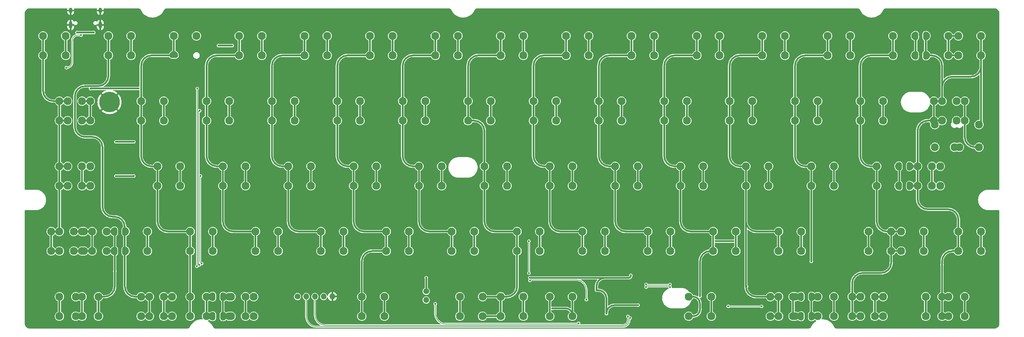
<source format=gbr>
%TF.GenerationSoftware,KiCad,Pcbnew,8.0.2*%
%TF.CreationDate,2025-05-31T21:51:42-07:00*%
%TF.ProjectId,SI60,53493630-2e6b-4696-9361-645f70636258,rev?*%
%TF.SameCoordinates,Original*%
%TF.FileFunction,Copper,L1,Top*%
%TF.FilePolarity,Positive*%
%FSLAX46Y46*%
G04 Gerber Fmt 4.6, Leading zero omitted, Abs format (unit mm)*
G04 Created by KiCad (PCBNEW 8.0.2) date 2025-05-31 21:51:42*
%MOMM*%
%LPD*%
G01*
G04 APERTURE LIST*
G04 Aperture macros list*
%AMFreePoly0*
4,1,43,0.323205,1.206219,0.527753,1.131770,0.716265,1.022932,0.883013,0.883013,1.022932,0.716265,1.131770,0.527753,1.206219,0.323205,1.244018,0.108837,1.244590,0.082554,1.246389,0.073513,1.246389,-0.073513,1.217705,-0.217714,1.161441,-0.353548,1.079758,-0.475795,0.975795,-0.579758,0.853548,-0.661441,0.717714,-0.717705,0.573513,-0.746389,0.015389,-0.748265,0.000000,-0.750000,
-0.014501,-0.748366,-0.500000,-0.750000,-0.573513,-0.746389,-0.717714,-0.717705,-0.853548,-0.661441,-0.975795,-0.579758,-1.079758,-0.475795,-1.161441,-0.353548,-1.217705,-0.217714,-1.246389,-0.073513,-1.246389,0.073513,-1.244590,0.082554,-1.244018,0.108837,-1.206219,0.323205,-1.131770,0.527753,-1.022932,0.716265,-0.883013,0.883013,-0.716265,1.022932,-0.527753,1.131770,-0.323205,1.206219,
-0.108837,1.244018,0.108837,1.244018,0.323205,1.206219,0.323205,1.206219,$1*%
G04 Aperture macros list end*
%TA.AperFunction,ComponentPad*%
%ADD10FreePoly0,270.000000*%
%TD*%
%TA.AperFunction,ComponentPad*%
%ADD11C,2.300000*%
%TD*%
%TA.AperFunction,ComponentPad*%
%ADD12FreePoly0,90.000000*%
%TD*%
%TA.AperFunction,ComponentPad*%
%ADD13FreePoly0,0.000000*%
%TD*%
%TA.AperFunction,ComponentPad*%
%ADD14C,1.700000*%
%TD*%
%TA.AperFunction,ComponentPad*%
%ADD15O,1.700000X1.700000*%
%TD*%
%TA.AperFunction,ComponentPad*%
%ADD16C,6.000000*%
%TD*%
%TA.AperFunction,ComponentPad*%
%ADD17O,1.000000X1.600000*%
%TD*%
%TA.AperFunction,ComponentPad*%
%ADD18O,1.000000X2.100000*%
%TD*%
%TA.AperFunction,ViaPad*%
%ADD19C,0.600000*%
%TD*%
%TA.AperFunction,Conductor*%
%ADD20C,0.500000*%
%TD*%
%TA.AperFunction,Conductor*%
%ADD21C,0.200000*%
%TD*%
G04 APERTURE END LIST*
D10*
%TO.P,SW77,1,1*%
%TO.N,COL14*%
X253873000Y635000D03*
X253873000Y-5080000D03*
D11*
%TO.P,SW77,2,2*%
%TO.N,Net-(D62-A)*%
X260477000Y635000D03*
X260477000Y-5080000D03*
%TD*%
%TO.P,SW74,1,1*%
%TO.N,COL14*%
X258635500Y-18415000D03*
X258635500Y-24130000D03*
%TO.P,SW74,2,2*%
%TO.N,Net-(D63-A)*%
X265239500Y-18415000D03*
X265239500Y-24130000D03*
%TD*%
%TO.P,SW6,1,1*%
%TO.N,COL0*%
X3841750Y-18415000D03*
X3841750Y-24130000D03*
%TO.P,SW6,2,2*%
%TO.N,Net-(D2-A)*%
X10445750Y-18415000D03*
X10445750Y-24130000D03*
%TD*%
%TO.P,SW29,1,1*%
%TO.N,COL5*%
X82423000Y-18415000D03*
X82423000Y-24130000D03*
%TO.P,SW29,2,2*%
%TO.N,Net-(D23-A)*%
X89027000Y-18415000D03*
X89027000Y-24130000D03*
%TD*%
%TO.P,SW40,1,1*%
%TO.N,COL7*%
X134810500Y-56515000D03*
X134810500Y-62230000D03*
%TO.P,SW40,2,2*%
%TO.N,Net-(D34-A)*%
X141414500Y-56515000D03*
X141414500Y-62230000D03*
%TD*%
%TO.P,SW70,1,1*%
%TO.N,COL13*%
X234823000Y-75565000D03*
X234823000Y-81280000D03*
%TO.P,SW70,2,2*%
%TO.N,Net-(D61-A)*%
X241427000Y-75565000D03*
X241427000Y-81280000D03*
%TD*%
%TO.P,SW54,1,1*%
%TO.N,COL10*%
X182435500Y-37465000D03*
X182435500Y-43180000D03*
%TO.P,SW54,2,2*%
%TO.N,Net-(D46-A)*%
X189039500Y-37465000D03*
X189039500Y-43180000D03*
%TD*%
%TO.P,SW38,1,1*%
%TO.N,COL7*%
X120523000Y-18415000D03*
X120523000Y-24130000D03*
%TO.P,SW38,2,2*%
%TO.N,Net-(D32-A)*%
X127127000Y-18415000D03*
X127127000Y-24130000D03*
%TD*%
%TO.P,SW61,1,1*%
%TO.N,COL11*%
X211010500Y-75565000D03*
X211010500Y-81280000D03*
D12*
%TO.P,SW61,2,2*%
%TO.N,Net-(D53-A)*%
X217614500Y-75565000D03*
X217614500Y-81280000D03*
%TD*%
D11*
%TO.P,SW68,1,1*%
%TO.N,COL13*%
X239585500Y-37465000D03*
X239585500Y-43180000D03*
D12*
%TO.P,SW68,2,2*%
%TO.N,Net-(D59-A)*%
X246189500Y-37465000D03*
X246189500Y-43180000D03*
%TD*%
D11*
%TO.P,SW44,1,1*%
%TO.N,COL8*%
X149098000Y635000D03*
X149098000Y-5080000D03*
%TO.P,SW44,2,2*%
%TO.N,Net-(D36-A)*%
X155702000Y635000D03*
X155702000Y-5080000D03*
%TD*%
%TO.P,SW32,1,1*%
%TO.N,COL5*%
X89566750Y-75565000D03*
X89566750Y-81280000D03*
%TO.P,SW32,2,2*%
%TO.N,Net-(D26-A)*%
X96170750Y-75565000D03*
X96170750Y-81280000D03*
%TD*%
%TO.P,SW22,1,1*%
%TO.N,COL3*%
X49085500Y-37465000D03*
X49085500Y-43180000D03*
%TO.P,SW22,2,2*%
%TO.N,Net-(D16-A)*%
X55689500Y-37465000D03*
X55689500Y-43180000D03*
%TD*%
%TO.P,SW19,1,1*%
%TO.N,COL2*%
X51466750Y-75565000D03*
X51466750Y-81280000D03*
%TO.P,SW19,2,2*%
%TO.N,Net-(D13-A)*%
X58070750Y-75565000D03*
X58070750Y-81280000D03*
%TD*%
D10*
%TO.P,SW11,1,1*%
%TO.N,COL1*%
X20510500Y-56515000D03*
X20510500Y-62230000D03*
D11*
%TO.P,SW11,2,2*%
%TO.N,Net-(D7-A)*%
X27114500Y-56515000D03*
X27114500Y-62230000D03*
%TD*%
%TO.P,SW26,1,1*%
%TO.N,COL4*%
X68135500Y-37465000D03*
X68135500Y-43180000D03*
%TO.P,SW26,2,2*%
%TO.N,Net-(D20-A)*%
X74739500Y-37465000D03*
X74739500Y-43180000D03*
%TD*%
%TO.P,SW23,1,1*%
%TO.N,COL3*%
X58610500Y-56515000D03*
X58610500Y-62230000D03*
%TO.P,SW23,2,2*%
%TO.N,Net-(D17-A)*%
X65214500Y-56515000D03*
X65214500Y-62230000D03*
%TD*%
%TO.P,SW83,1,1*%
%TO.N,Net-(D5-A)*%
X6223000Y-75565000D03*
X6223000Y-81280000D03*
%TO.P,SW83,2,2*%
%TO.N,COL0*%
X12827000Y-75565000D03*
X12827000Y-81280000D03*
%TD*%
%TO.P,SW56,1,1*%
%TO.N,Net-(JP1-B)*%
X184816750Y-75565000D03*
X184816750Y-81280000D03*
%TO.P,SW56,2,2*%
%TO.N,Net-(D48-A)*%
X191420750Y-75565000D03*
X191420750Y-81280000D03*
%TD*%
%TO.P,SW72,1,1*%
%TO.N,COL13*%
X232441750Y-75565000D03*
X232441750Y-81280000D03*
%TO.P,SW72,2,2*%
%TO.N,Net-(D61-A)*%
X239045750Y-75565000D03*
X239045750Y-81280000D03*
%TD*%
%TO.P,SW14,1,1*%
%TO.N,COL2*%
X34798000Y635000D03*
D13*
X34798000Y-5080000D03*
D11*
%TO.P,SW14,2,2*%
%TO.N,Net-(D9-A)*%
X41402000Y635000D03*
%TD*%
%TO.P,SW88,1,1*%
%TO.N,COL2*%
X39560500Y-75565000D03*
X39560500Y-81280000D03*
D12*
%TO.P,SW88,2,2*%
%TO.N,Net-(D13-A)*%
X46164500Y-75565000D03*
X46164500Y-81280000D03*
%TD*%
D11*
%TO.P,SW27,1,1*%
%TO.N,COL4*%
X77660500Y-56515000D03*
X77660500Y-62230000D03*
%TO.P,SW27,2,2*%
%TO.N,Net-(D21-A)*%
X84264500Y-56515000D03*
X84264500Y-62230000D03*
%TD*%
%TO.P,SW57,1,1*%
%TO.N,COL11*%
X206248000Y635000D03*
X206248000Y-5080000D03*
%TO.P,SW57,2,2*%
%TO.N,Net-(D49-A)*%
X212852000Y635000D03*
X212852000Y-5080000D03*
%TD*%
%TO.P,SW8,1,1*%
%TO.N,Net-(D4-A)*%
X8604250Y-56515000D03*
X8604250Y-62230000D03*
%TO.P,SW8,2,2*%
%TO.N,COL0*%
X15208250Y-56515000D03*
X15208250Y-62230000D03*
%TD*%
%TO.P,SW2,1,1*%
%TO.N,COL0*%
X1460500Y-18415000D03*
X1460500Y-24130000D03*
%TO.P,SW2,2,2*%
%TO.N,Net-(D2-A)*%
X8064500Y-18415000D03*
X8064500Y-24130000D03*
%TD*%
%TO.P,SW76,1,1*%
%TO.N,COL14*%
X258635500Y-75565000D03*
X258635500Y-81280000D03*
%TO.P,SW76,2,2*%
%TO.N,Net-(D66-A)*%
X265239500Y-75565000D03*
X265239500Y-81280000D03*
%TD*%
%TO.P,SW36,1,1*%
%TO.N,COL6*%
X115760500Y-56515000D03*
X115760500Y-62230000D03*
%TO.P,SW36,2,2*%
%TO.N,Net-(D30-A)*%
X122364500Y-56515000D03*
X122364500Y-62230000D03*
%TD*%
D10*
%TO.P,SW87,1,1*%
%TO.N,COL11*%
X220535500Y-75565000D03*
X220535500Y-81280000D03*
D11*
%TO.P,SW87,2,2*%
%TO.N,Net-(D53-A)*%
X227139500Y-75565000D03*
X227139500Y-81280000D03*
%TD*%
D14*
%TO.P,J1,1,Pin_1*%
%TO.N,+3V3*%
X70840000Y-75530000D03*
D15*
%TO.P,J1,2,Pin_2*%
%TO.N,SWD*%
X73380000Y-75530000D03*
%TO.P,J1,3,Pin_3*%
%TO.N,SWC*%
X75920000Y-75530000D03*
%TO.P,J1,4,Pin_4*%
%TO.N,NRST*%
X78460000Y-75530000D03*
%TO.P,J1,5,Pin_5*%
%TO.N,GND*%
X81000000Y-75530000D03*
%TD*%
D11*
%TO.P,SW45,1,1*%
%TO.N,COL8*%
X139573000Y-18415000D03*
X139573000Y-24130000D03*
%TO.P,SW45,2,2*%
%TO.N,Net-(D37-A)*%
X146177000Y-18415000D03*
X146177000Y-24130000D03*
%TD*%
%TO.P,SW51,1,1*%
%TO.N,COL9*%
X172910500Y-56515000D03*
X172910500Y-62230000D03*
%TO.P,SW51,2,2*%
%TO.N,Net-(D43-A)*%
X179514500Y-56515000D03*
X179514500Y-62230000D03*
%TD*%
%TO.P,SW12,1,1*%
%TO.N,COL1*%
X25273000Y-75565000D03*
X25273000Y-81280000D03*
%TO.P,SW12,2,2*%
%TO.N,Net-(D8-A)*%
X31877000Y-75565000D03*
X31877000Y-81280000D03*
%TD*%
%TO.P,SW85,1,1*%
%TO.N,Net-(D13-A)*%
X44323000Y-75565000D03*
X44323000Y-81280000D03*
%TO.P,SW85,2,2*%
%TO.N,COL2*%
X50927000Y-75565000D03*
X50927000Y-81280000D03*
%TD*%
%TO.P,SW78,1,1*%
%TO.N,COL14*%
X256254250Y-18415000D03*
X256254250Y-24130000D03*
%TO.P,SW78,2,2*%
%TO.N,Net-(D63-A)*%
X262858250Y-18415000D03*
X262858250Y-24130000D03*
%TD*%
%TO.P,SW67,1,1*%
%TO.N,COL13*%
X234823000Y-18415000D03*
X234823000Y-24130000D03*
%TO.P,SW67,2,2*%
%TO.N,Net-(D58-A)*%
X241427000Y-18415000D03*
X241427000Y-24130000D03*
%TD*%
%TO.P,SW55,1,1*%
%TO.N,COL10*%
X191960500Y-56515000D03*
X191960500Y-62230000D03*
%TO.P,SW55,2,2*%
%TO.N,Net-(D47-A)*%
X198564500Y-56515000D03*
X198564500Y-62230000D03*
%TD*%
D10*
%TO.P,SW18,1,1*%
%TO.N,COL2*%
X49085500Y-75565000D03*
X49085500Y-81280000D03*
D11*
%TO.P,SW18,2,2*%
%TO.N,Net-(D13-A)*%
X55689500Y-75565000D03*
X55689500Y-81280000D03*
%TD*%
%TO.P,SW21,1,1*%
%TO.N,COL3*%
X44323000Y-18415000D03*
X44323000Y-24130000D03*
%TO.P,SW21,2,2*%
%TO.N,Net-(D15-A)*%
X50927000Y-18415000D03*
X50927000Y-24130000D03*
%TD*%
%TO.P,SW34,1,1*%
%TO.N,COL6*%
X101473000Y-18415000D03*
X101473000Y-24130000D03*
%TO.P,SW34,2,2*%
%TO.N,Net-(D28-A)*%
X108077000Y-18415000D03*
X108077000Y-24130000D03*
%TD*%
%TO.P,SW43,1,1*%
%TO.N,COL7*%
X144335500Y-75565000D03*
X144335500Y-81280000D03*
%TO.P,SW43,2,2*%
%TO.N,Net-(D35-A)*%
X150939500Y-75565000D03*
X150939500Y-81280000D03*
%TD*%
%TO.P,SW37,1,1*%
%TO.N,COL7*%
X130048000Y635000D03*
X130048000Y-5080000D03*
%TO.P,SW37,2,2*%
%TO.N,Net-(D31-A)*%
X136652000Y635000D03*
X136652000Y-5080000D03*
%TD*%
D14*
%TO.P,J2,1,Pin_1*%
%TO.N,+3V3*%
X108340000Y-74005000D03*
D15*
%TO.P,J2,2,Pin_2*%
%TO.N,BOOT0*%
X108340000Y-76545000D03*
%TD*%
D11*
%TO.P,SW9,1,1*%
%TO.N,Net-(D4-A)*%
X10985500Y-56515000D03*
X10985500Y-62230000D03*
D12*
%TO.P,SW9,2,2*%
%TO.N,COL0*%
X17589500Y-56515000D03*
X17589500Y-62230000D03*
%TD*%
D11*
%TO.P,SW71,1,1*%
%TO.N,COL13*%
X246729250Y-56515000D03*
X246729250Y-62230000D03*
%TO.P,SW71,2,2*%
%TO.N,Net-(D60-A)*%
X253333250Y-56515000D03*
X253333250Y-62230000D03*
%TD*%
%TO.P,SW7,1,1*%
%TO.N,COL0*%
X3841750Y-37465000D03*
X3841750Y-43180000D03*
%TO.P,SW7,2,2*%
%TO.N,Net-(D3-A)*%
X10445750Y-37465000D03*
X10445750Y-43180000D03*
%TD*%
%TO.P,SW30,1,1*%
%TO.N,COL5*%
X87185500Y-37465000D03*
X87185500Y-43180000D03*
%TO.P,SW30,2,2*%
%TO.N,Net-(D24-A)*%
X93789500Y-37465000D03*
X93789500Y-43180000D03*
%TD*%
%TO.P,SW15,1,1*%
%TO.N,COL2*%
X25273000Y-18415000D03*
X25273000Y-24130000D03*
%TO.P,SW15,2,2*%
%TO.N,Net-(D10-A)*%
X31877000Y-18415000D03*
X31877000Y-24130000D03*
%TD*%
%TO.P,SW48,1,1*%
%TO.N,COL9*%
X168148000Y635000D03*
X168148000Y-5080000D03*
%TO.P,SW48,2,2*%
%TO.N,Net-(D40-A)*%
X174752000Y635000D03*
X174752000Y-5080000D03*
%TD*%
%TO.P,SW69,1,1*%
%TO.N,Net-(D60-A)*%
X237204250Y-56515000D03*
X237204250Y-62230000D03*
%TO.P,SW69,2,2*%
%TO.N,COL13*%
X243808250Y-56515000D03*
X243808250Y-62230000D03*
%TD*%
%TO.P,SW86,1,1*%
%TO.N,Net-(D53-A)*%
X215773000Y-75565000D03*
X215773000Y-81280000D03*
%TO.P,SW86,2,2*%
%TO.N,COL11*%
X222377000Y-75565000D03*
X222377000Y-81280000D03*
%TD*%
D16*
%TO.P,H1,1,1*%
%TO.N,GND*%
X16051800Y-18700780D03*
%TD*%
D11*
%TO.P,SW50,1,1*%
%TO.N,COL9*%
X163385500Y-37465000D03*
X163385500Y-43180000D03*
%TO.P,SW50,2,2*%
%TO.N,Net-(D42-A)*%
X169989500Y-37465000D03*
X169989500Y-43180000D03*
%TD*%
%TO.P,SW66,1,1*%
%TO.N,COL13*%
X244348000Y635000D03*
X244348000Y-5080000D03*
D12*
%TO.P,SW66,2,2*%
%TO.N,Net-(D57-A)*%
X250952000Y635000D03*
X250952000Y-5080000D03*
%TD*%
D11*
%TO.P,SW52,1,1*%
%TO.N,COL10*%
X187198000Y635000D03*
X187198000Y-5080000D03*
%TO.P,SW52,2,2*%
%TO.N,Net-(D44-A)*%
X193802000Y635000D03*
X193802000Y-5080000D03*
%TD*%
%TO.P,SW17,1,1*%
%TO.N,COL2*%
X39560500Y-56515000D03*
X39560500Y-62230000D03*
%TO.P,SW17,2,2*%
%TO.N,Net-(D12-A)*%
X46164500Y-56515000D03*
X46164500Y-62230000D03*
%TD*%
%TO.P,SW1,1,1*%
%TO.N,COL0*%
X-3302000Y635000D03*
X-3302000Y-5080000D03*
%TO.P,SW1,2,2*%
%TO.N,Net-(D1-A)*%
X3302000Y635000D03*
X3302000Y-5080000D03*
%TD*%
%TO.P,SW13,1,1*%
%TO.N,COL1*%
X27654250Y-75565000D03*
X27654250Y-81280000D03*
%TO.P,SW13,2,2*%
%TO.N,Net-(D8-A)*%
X34258250Y-75565000D03*
X34258250Y-81280000D03*
%TD*%
%TO.P,SW60,1,1*%
%TO.N,COL11*%
X211010500Y-56515000D03*
X211010500Y-62230000D03*
%TO.P,SW60,2,2*%
%TO.N,Net-(D52-A)*%
X217614500Y-56515000D03*
X217614500Y-62230000D03*
%TD*%
%TO.P,SW41,1,1*%
%TO.N,COL7*%
X130048000Y-75565000D03*
X130048000Y-81280000D03*
%TO.P,SW41,2,2*%
%TO.N,Net-(D35-A)*%
X136652000Y-75565000D03*
X136652000Y-81280000D03*
%TD*%
%TO.P,SW24,1,1*%
%TO.N,COL4*%
X72898000Y635000D03*
X72898000Y-5080000D03*
%TO.P,SW24,2,2*%
%TO.N,Net-(D18-A)*%
X79502000Y635000D03*
X79502000Y-5080000D03*
%TD*%
%TO.P,SW5,1,1*%
%TO.N,COL0*%
X1460500Y-75565000D03*
X1460500Y-81280000D03*
%TO.P,SW5,2,2*%
%TO.N,Net-(D5-A)*%
X8064500Y-75565000D03*
X8064500Y-81280000D03*
%TD*%
%TO.P,SW65,1,1*%
%TO.N,COL12*%
X220535500Y-37465000D03*
X220535500Y-43180000D03*
%TO.P,SW65,2,2*%
%TO.N,Net-(D56-A)*%
X227139500Y-37465000D03*
X227139500Y-43180000D03*
%TD*%
%TO.P,SW42,1,1*%
%TO.N,Net-(D35-A)*%
X118141750Y-75565000D03*
X118141750Y-81280000D03*
%TO.P,SW42,2,2*%
%TO.N,COL7*%
X124745750Y-75565000D03*
X124745750Y-81280000D03*
%TD*%
%TO.P,SW63,1,1*%
%TO.N,COL12*%
X225298000Y635000D03*
X225298000Y-5080000D03*
%TO.P,SW63,2,2*%
%TO.N,Net-(D54-A)*%
X231902000Y635000D03*
X231902000Y-5080000D03*
%TD*%
D10*
%TO.P,SW81,1,1*%
%TO.N,COL14*%
X249110500Y-37465000D03*
X249110500Y-43180000D03*
D11*
%TO.P,SW81,2,2*%
%TO.N,Net-(D64-A)*%
X255714500Y-37465000D03*
X255714500Y-43180000D03*
%TD*%
%TO.P,SW89,1,1*%
%TO.N,COL0*%
X1460520Y-56514922D03*
X1460520Y-62229922D03*
%TO.P,SW89,2,2*%
%TO.N,Net-(D4-A)*%
X8064520Y-56514922D03*
X8064520Y-62229922D03*
%TD*%
%TO.P,SW39,1,1*%
%TO.N,COL7*%
X125285500Y-37465000D03*
X125285500Y-43180000D03*
%TO.P,SW39,2,2*%
%TO.N,Net-(D33-A)*%
X131889500Y-37465000D03*
X131889500Y-43180000D03*
%TD*%
%TO.P,SW80,1,1*%
%TO.N,Net-(D63-A)*%
X256540000Y-31877000D03*
X262255000Y-31877000D03*
%TO.P,SW80,2,2*%
%TO.N,COL14*%
X256540000Y-25273000D03*
%TD*%
%TO.P,SW10,1,1*%
%TO.N,COL1*%
X15748000Y635000D03*
X15748000Y-5080000D03*
%TO.P,SW10,2,2*%
%TO.N,Net-(D6-A)*%
X22352000Y635000D03*
X22352000Y-5080000D03*
%TD*%
%TO.P,SW47,1,1*%
%TO.N,COL8*%
X153860500Y-56515000D03*
X153860500Y-62230000D03*
%TO.P,SW47,2,2*%
%TO.N,Net-(D39-A)*%
X160464500Y-56515000D03*
X160464500Y-62230000D03*
%TD*%
%TO.P,SW82,1,1*%
%TO.N,Net-(D63-A)*%
X263683750Y-31877000D03*
X269398750Y-31877000D03*
%TO.P,SW82,2,2*%
%TO.N,COL14*%
X269398750Y-25273000D03*
%TD*%
%TO.P,SW16,1,1*%
%TO.N,COL2*%
X30035500Y-37465000D03*
X30035500Y-43180000D03*
%TO.P,SW16,2,2*%
%TO.N,Net-(D11-A)*%
X36639500Y-37465000D03*
X36639500Y-43180000D03*
%TD*%
%TO.P,SW58,1,1*%
%TO.N,COL11*%
X196723000Y-18415000D03*
X196723000Y-24130000D03*
%TO.P,SW58,2,2*%
%TO.N,Net-(D50-A)*%
X203327000Y-18415000D03*
X203327000Y-24130000D03*
%TD*%
%TO.P,SW73,1,1*%
%TO.N,Net-(D62-A)*%
X263398000Y635000D03*
X263398000Y-5080000D03*
%TO.P,SW73,2,2*%
%TO.N,COL14*%
X270002000Y635000D03*
X270002000Y-5080000D03*
%TD*%
%TO.P,SW28,1,1*%
%TO.N,COL5*%
X91948000Y635000D03*
X91948000Y-5080000D03*
%TO.P,SW28,2,2*%
%TO.N,Net-(D22-A)*%
X98552000Y635000D03*
X98552000Y-5080000D03*
%TD*%
%TO.P,SW75,1,1*%
%TO.N,COL14*%
X263398000Y-56515000D03*
X263398000Y-62230000D03*
%TO.P,SW75,2,2*%
%TO.N,Net-(D65-A)*%
X270002000Y-56515000D03*
X270002000Y-62230000D03*
%TD*%
%TO.P,SW35,1,1*%
%TO.N,COL6*%
X106235500Y-37465000D03*
X106235500Y-43180000D03*
%TO.P,SW35,2,2*%
%TO.N,Net-(D29-A)*%
X112839500Y-37465000D03*
X112839500Y-43180000D03*
%TD*%
%TO.P,SW25,1,1*%
%TO.N,COL4*%
X63373000Y-18415000D03*
X63373000Y-24130000D03*
%TO.P,SW25,2,2*%
%TO.N,Net-(D19-A)*%
X69977000Y-18415000D03*
X69977000Y-24130000D03*
%TD*%
%TO.P,SW20,1,1*%
%TO.N,COL3*%
X53848000Y635000D03*
X53848000Y-5080000D03*
%TO.P,SW20,2,2*%
%TO.N,Net-(D14-A)*%
X60452000Y635000D03*
X60452000Y-5080000D03*
%TD*%
%TO.P,SW3,1,1*%
%TO.N,COL0*%
X1460500Y-37465000D03*
X1460500Y-43180000D03*
%TO.P,SW3,2,2*%
%TO.N,Net-(D3-A)*%
X8064500Y-37465000D03*
X8064500Y-43180000D03*
%TD*%
%TO.P,SW84,1,1*%
%TO.N,Net-(D66-A)*%
X253873000Y-75565000D03*
X253873000Y-81280000D03*
%TO.P,SW84,2,2*%
%TO.N,COL14*%
X260477000Y-75565000D03*
X260477000Y-81280000D03*
%TD*%
%TO.P,SW46,1,1*%
%TO.N,COL8*%
X144335500Y-37465000D03*
X144335500Y-43180000D03*
%TO.P,SW46,2,2*%
%TO.N,Net-(D38-A)*%
X150939500Y-37465000D03*
X150939500Y-43180000D03*
%TD*%
%TO.P,SW33,1,1*%
%TO.N,COL6*%
X110998000Y635000D03*
X110998000Y-5080000D03*
%TO.P,SW33,2,2*%
%TO.N,Net-(D27-A)*%
X117602000Y635000D03*
X117602000Y-5080000D03*
%TD*%
%TO.P,SW79,1,1*%
%TO.N,COL14*%
X251491750Y-37465000D03*
X251491750Y-43180000D03*
%TO.P,SW79,2,2*%
%TO.N,Net-(D64-A)*%
X258095750Y-37465000D03*
X258095750Y-43180000D03*
%TD*%
%TO.P,SW31,1,1*%
%TO.N,COL5*%
X96710500Y-56515000D03*
X96710500Y-62230000D03*
%TO.P,SW31,2,2*%
%TO.N,Net-(D25-A)*%
X103314500Y-56515000D03*
X103314500Y-62230000D03*
%TD*%
%TO.P,SW62,1,1*%
%TO.N,COL11*%
X208629250Y-75565000D03*
X208629250Y-81280000D03*
%TO.P,SW62,2,2*%
%TO.N,Net-(D53-A)*%
X215233250Y-75565000D03*
X215233250Y-81280000D03*
%TD*%
%TO.P,SW49,1,1*%
%TO.N,COL9*%
X158623000Y-18415000D03*
X158623000Y-24130000D03*
%TO.P,SW49,2,2*%
%TO.N,Net-(D41-A)*%
X165227000Y-18415000D03*
X165227000Y-24130000D03*
%TD*%
%TO.P,SW4,1,1*%
%TO.N,COL0*%
X-920750Y-56515000D03*
X-920750Y-62230000D03*
%TO.P,SW4,2,2*%
%TO.N,Net-(D4-A)*%
X5683250Y-56515000D03*
X5683250Y-62230000D03*
%TD*%
%TO.P,SW53,1,1*%
%TO.N,COL10*%
X177673000Y-18415000D03*
X177673000Y-24130000D03*
%TO.P,SW53,2,2*%
%TO.N,Net-(D45-A)*%
X184277000Y-18415000D03*
X184277000Y-24130000D03*
%TD*%
%TO.P,SW64,1,1*%
%TO.N,COL12*%
X215773000Y-18415000D03*
X215773000Y-24130000D03*
%TO.P,SW64,2,2*%
%TO.N,Net-(D55-A)*%
X222377000Y-18415000D03*
X222377000Y-24130000D03*
%TD*%
%TO.P,SW59,1,1*%
%TO.N,COL11*%
X201485500Y-37465000D03*
X201485500Y-43180000D03*
%TO.P,SW59,2,2*%
%TO.N,Net-(D51-A)*%
X208089500Y-37465000D03*
X208089500Y-43180000D03*
%TD*%
D17*
%TO.P,J4,S1,SHIELD*%
%TO.N,GND*%
X4732500Y8030000D03*
D18*
X4732500Y3850000D03*
D17*
X13372500Y8030000D03*
D18*
X13372500Y3850000D03*
%TD*%
D19*
%TO.N,GND*%
X29285500Y-48500000D03*
X26042489Y-7800001D03*
X162635500Y-50110000D03*
X24538638Y-7749922D03*
X166951250Y-69330000D03*
X12300000Y1680000D03*
X124535500Y-50110000D03*
X143585500Y-48500000D03*
X106985500Y-50110000D03*
X167051250Y-65530000D03*
X21080000Y-31070000D03*
X21080000Y-13980000D03*
X143585500Y-50110000D03*
X41000000Y-50110000D03*
X188868750Y-71400000D03*
X105485500Y-48500000D03*
X161951250Y-82430000D03*
X180067500Y-66052500D03*
X14998000Y-8470000D03*
X48335500Y-50110000D03*
X45073000Y-9400000D03*
X195280000Y-60093750D03*
X82010000Y-72660000D03*
X50080000Y-1443750D03*
X45092489Y-7800001D03*
X174151250Y-77430000D03*
X170351250Y-77130000D03*
X50080000Y-4330000D03*
X174467500Y-67952500D03*
X126035500Y-48500000D03*
X112800000Y-74350000D03*
X48480000Y-4330000D03*
X187368750Y-69620000D03*
X48335500Y-48500000D03*
X145085500Y-48500000D03*
X30785500Y-50110000D03*
X175242902Y-71580000D03*
X162346250Y-80630000D03*
X164135500Y-48500000D03*
X87935500Y-48500000D03*
X16516254Y-8420594D03*
X41000000Y-48500000D03*
X145085500Y-50110000D03*
X181685500Y-50110000D03*
X124535500Y-48500000D03*
X43584923Y-7782898D03*
X39880000Y-6830000D03*
X187368750Y-73180000D03*
X183185500Y-50110000D03*
X67385500Y-48500000D03*
X43573000Y-9400000D03*
X197020000Y-58593750D03*
X183185500Y-48500000D03*
X68885500Y-48500000D03*
X87935500Y-50110000D03*
X155951250Y-75530000D03*
X173419976Y-71580000D03*
X188868750Y-73180000D03*
X164135500Y-50110000D03*
X187368750Y-67252500D03*
X21080000Y-41070000D03*
X43000000Y-50110000D03*
X48465465Y-5832349D03*
X86435500Y-48500000D03*
X22680000Y-39570000D03*
X11510000Y-970000D03*
X48480000Y-1443750D03*
X181685500Y-48500000D03*
X86435500Y-50110000D03*
X43000000Y-48500000D03*
X173300000Y-73180000D03*
X187368750Y-71400000D03*
X16498000Y-6783446D03*
X34310000Y-10010000D03*
X21080000Y-15480000D03*
X50075326Y-5831327D03*
X67385500Y-50110000D03*
X22680000Y-41070000D03*
X105485500Y-50110000D03*
X126035500Y-50110000D03*
X158251250Y-74730000D03*
X14998000Y-6870000D03*
X195280000Y-58593750D03*
X5802479Y1672962D03*
X106985500Y-48500000D03*
X21080000Y-39570000D03*
X162635500Y-48500000D03*
X197020000Y-60093750D03*
X22680000Y-15480000D03*
X30785500Y-48500000D03*
X22680000Y-31070000D03*
X68885500Y-50110000D03*
X29285500Y-50110000D03*
X24523001Y-9429671D03*
X22680000Y-29570000D03*
X49835500Y-48500000D03*
X22680000Y-13980000D03*
X26023000Y-9400000D03*
X49835500Y-50110000D03*
X39880000Y-10090000D03*
X188868750Y-67252500D03*
X174900000Y-73180000D03*
X188868750Y-69620000D03*
X21080000Y-29570000D03*
%TO.N,+3V3*%
X160851250Y-80530000D03*
X167951250Y-69330000D03*
X157951250Y-73680000D03*
X108340000Y-70030000D03*
X170051250Y-78030000D03*
X138518674Y-70030282D03*
%TO.N,NRST*%
X138540000Y-70830000D03*
X155010000Y-76410000D03*
%TO.N,ROW0*%
X47790000Y-2193750D03*
X51810000Y-2193750D03*
X24523000Y-14730000D03*
X10530000Y-14780000D03*
X41506603Y-66679000D03*
X41600000Y-14740000D03*
%TO.N,ROW3*%
X192710500Y-59343750D03*
X138280000Y-59343750D03*
X197814500Y-59343750D03*
X138280000Y-68680000D03*
%TO.N,ROW1*%
X23140000Y-30320000D03*
X42200000Y-66280000D03*
X17930000Y-30320000D03*
X42310000Y-21243750D03*
%TO.N,ROW2*%
X42919395Y-65880000D03*
X17930000Y-40320000D03*
X42600000Y-40293750D03*
X23140000Y-40293750D03*
%TO.N,ROW4*%
X196340000Y-78393750D03*
X206060000Y-78393750D03*
%TO.N,COL0*%
X17590000Y-68080000D03*
%TO.N,COL13*%
X179380000Y-72780000D03*
X243808250Y-65650000D03*
X172400000Y-72780003D03*
%TO.N,COL1*%
X20510500Y-67480000D03*
%TO.N,COL2*%
X39560500Y-67080000D03*
%TO.N,COL10*%
X188100000Y-75440000D03*
%TO.N,COL11*%
X201680000Y-72565000D03*
%TO.N,COL12*%
X172400000Y-71980000D03*
X179350037Y-71980000D03*
X220530000Y-65250000D03*
%TO.N,BOOT0*%
X110980000Y-77643750D03*
X152710000Y-83330000D03*
%TO.N,SWC*%
X167099704Y-81334897D03*
%TO.N,SWD*%
X167752789Y-81796941D03*
%TO.N,Net-(D35-A)*%
X145085500Y-78993750D03*
%TO.N,COL14*%
X258635500Y-66250000D03*
%TO.N,Net-(JP1-B)*%
X188100000Y-79200000D03*
%TO.N,VBUS*%
X6600000Y1610000D03*
X11470000Y1610000D03*
%TO.N,Net-(J4-CC1)*%
X7800000Y860000D03*
X3480000Y-8660000D03*
%TD*%
D20*
%TO.N,GND*%
X45092489Y-9380511D02*
X45073000Y-9400000D01*
X21080000Y-29570000D02*
X21080000Y-15480000D01*
X26023000Y-7819490D02*
X26042489Y-7800001D01*
X16498000Y-8402340D02*
X16516254Y-8420594D01*
X50074304Y-5832349D02*
X50075326Y-5831327D01*
%TO.N,+3V3*%
X166051250Y-70080000D02*
X167351250Y-70080000D01*
X138518674Y-70080000D02*
X160351250Y-70080000D01*
X166051250Y-70080000D02*
X160351250Y-70080000D01*
X167951250Y-69480000D02*
X167951250Y-69330000D01*
X157951250Y-73680000D02*
X157951250Y-73680000D01*
X158451250Y-73680000D02*
X157951250Y-73680000D01*
X157951250Y-72480000D02*
X157951250Y-73680000D01*
X163251250Y-78030000D02*
X170051250Y-78030000D01*
X138518674Y-70030282D02*
X138518674Y-70080000D01*
X108340000Y-74005000D02*
X108340000Y-70030000D01*
X160851250Y-80530000D02*
X160851250Y-80430000D01*
X160851250Y-80530000D02*
X160851250Y-76080000D01*
X158451250Y-73680000D02*
G75*
G02*
X160851200Y-76080000I-50J-2400000D01*
G01*
X157951250Y-72480000D02*
G75*
G02*
X160351250Y-70079950I2400050J0D01*
G01*
X163251250Y-78030000D02*
G75*
G03*
X160851300Y-80430000I50J-2400000D01*
G01*
X167951250Y-69480000D02*
G75*
G02*
X167351250Y-70080050I-600050J0D01*
G01*
D21*
%TO.N,NRST*%
X155010000Y-73630000D02*
X155010000Y-76410000D01*
X138540000Y-70830000D02*
X138540000Y-70630000D01*
X138540000Y-70630000D02*
X152010000Y-70630000D01*
X152010000Y-70630000D02*
G75*
G02*
X155010000Y-73630000I0J-3000000D01*
G01*
D20*
%TO.N,ROW0*%
X47790000Y-2193750D02*
X51810000Y-2193750D01*
D21*
X41600000Y-65950000D02*
X41600000Y-66679000D01*
X41600000Y-66679000D02*
X41506603Y-66679000D01*
D20*
X10530000Y-14730000D02*
X10530000Y-14780000D01*
D21*
X41600000Y-65950000D02*
X41600000Y-14740000D01*
D20*
X21573000Y-14730000D02*
X24523000Y-14730000D01*
D21*
X41600000Y-65950000D02*
X41600000Y-66680000D01*
D20*
X21573000Y-14730000D02*
X10530000Y-14730000D01*
D21*
%TO.N,ROW3*%
X138280000Y-59343750D02*
X138280000Y-68680000D01*
D20*
X192710500Y-59343750D02*
X192710500Y-59360000D01*
X197814500Y-59343750D02*
X192710500Y-59343750D01*
%TO.N,Net-(D15-A)*%
X50927000Y-24130000D02*
X50927000Y-18415000D01*
%TO.N,Net-(D16-A)*%
X55689500Y-43180000D02*
X55689500Y-37465000D01*
D21*
%TO.N,ROW1*%
X42000000Y-21243750D02*
X42310000Y-21243750D01*
X42000000Y-64420000D02*
X42000000Y-21243750D01*
X42000000Y-66280000D02*
X42200000Y-66280000D01*
D20*
X17930000Y-30320000D02*
X23140000Y-30320000D01*
D21*
X42000000Y-64420000D02*
X42000000Y-64710000D01*
X42000000Y-64710000D02*
X42000000Y-66280000D01*
D20*
%TO.N,Net-(D17-A)*%
X65214500Y-62230000D02*
X65214500Y-56515000D01*
D21*
%TO.N,ROW2*%
X42400000Y-65360605D02*
X42919395Y-65880000D01*
X42400000Y-62780000D02*
X42400000Y-41290000D01*
D20*
X23140000Y-40320000D02*
X17930000Y-40320000D01*
D21*
X42400000Y-40293750D02*
X42600000Y-40293750D01*
X42400000Y-62780000D02*
X42400000Y-64390000D01*
D20*
X23140000Y-40293750D02*
X23140000Y-40320000D01*
D21*
X42400000Y-41290000D02*
X42400000Y-40293750D01*
X42400000Y-64390000D02*
X42400000Y-65360605D01*
D20*
%TO.N,Net-(D18-A)*%
X79502000Y-5080000D02*
X79502000Y635000D01*
%TO.N,Net-(D19-A)*%
X69977000Y-24130000D02*
X69977000Y-18415000D01*
D21*
%TO.N,ROW4*%
X196340000Y-78393750D02*
X206060000Y-78393750D01*
D20*
%TO.N,Net-(D21-A)*%
X84264500Y-62230000D02*
X84264500Y-56515000D01*
%TO.N,Net-(D22-A)*%
X98552000Y-5080000D02*
X98552000Y635000D01*
%TO.N,Net-(D23-A)*%
X89027000Y-24130000D02*
X89027000Y-18415000D01*
%TO.N,Net-(D24-A)*%
X93789500Y-43180000D02*
X93789500Y-37465000D01*
%TO.N,Net-(D26-A)*%
X96170750Y-81280000D02*
X96170750Y-75565000D01*
%TO.N,Net-(D27-A)*%
X117602000Y-5080000D02*
X117602000Y635000D01*
%TO.N,Net-(D28-A)*%
X108077000Y-24130000D02*
X108077000Y-18415000D01*
%TO.N,Net-(D29-A)*%
X112839500Y-43180000D02*
X112839500Y-37465000D01*
%TO.N,Net-(D31-A)*%
X136652000Y-5080000D02*
X136652000Y635000D01*
%TO.N,Net-(D32-A)*%
X127127000Y-24130000D02*
X127127000Y-18415000D01*
%TO.N,Net-(D33-A)*%
X131889500Y-43180000D02*
X131889500Y-37465000D01*
%TO.N,Net-(D34-A)*%
X141414500Y-62230000D02*
X141414500Y-56515000D01*
%TO.N,Net-(D37-A)*%
X146177000Y-24130000D02*
X146177000Y-18415000D01*
%TO.N,Net-(D38-A)*%
X150939500Y-43180000D02*
X150939500Y-37465000D01*
%TO.N,Net-(D39-A)*%
X160464500Y-62230000D02*
X160464500Y-56515000D01*
%TO.N,Net-(D40-A)*%
X174752000Y-5080000D02*
X174752000Y635000D01*
%TO.N,Net-(D43-A)*%
X179514500Y-62230000D02*
X179514500Y-56515000D01*
%TO.N,Net-(D44-A)*%
X193802000Y-5080000D02*
X193802000Y635000D01*
%TO.N,Net-(D45-A)*%
X184277000Y-24130000D02*
X184277000Y-18415000D01*
%TO.N,Net-(D48-A)*%
X191420750Y-81280000D02*
X191420750Y-75565000D01*
%TO.N,Net-(D49-A)*%
X212852000Y-5080000D02*
X212852000Y635000D01*
%TO.N,Net-(D50-A)*%
X203327000Y-24130000D02*
X203327000Y-18415000D01*
%TO.N,Net-(D51-A)*%
X208089500Y-43180000D02*
X208089500Y-37465000D01*
%TO.N,Net-(D53-A)*%
X215233250Y-81280000D02*
X215233250Y-75565000D01*
X227139500Y-81280000D02*
X227139500Y-75565000D01*
%TO.N,Net-(D54-A)*%
X231902000Y-5080000D02*
X231902000Y635000D01*
%TO.N,Net-(D55-A)*%
X222377000Y-24130000D02*
X222377000Y-18415000D01*
%TO.N,Net-(D56-A)*%
X227139500Y-43180000D02*
X227139500Y-37465000D01*
%TO.N,Net-(D58-A)*%
X241427000Y-24130000D02*
X241427000Y-18415000D01*
%TO.N,Net-(D59-A)*%
X246189500Y-43180000D02*
X246189500Y-37465000D01*
%TO.N,Net-(D60-A)*%
X237204250Y-62230000D02*
X237204250Y-56515000D01*
X253333250Y-62230000D02*
X253333250Y-56515000D01*
%TO.N,Net-(D61-A)*%
X239045750Y-81280000D02*
X239045750Y-75565000D01*
X241427000Y-75565000D02*
X239045750Y-75565000D01*
X239045750Y-81280000D02*
X241427000Y-81280000D01*
%TO.N,Net-(D62-A)*%
X260477000Y635000D02*
X263398000Y635000D01*
X260477000Y-5080000D02*
X263398000Y-5080000D01*
X260477000Y-5080000D02*
X260477000Y635000D01*
%TO.N,Net-(D63-A)*%
X268239500Y-31877000D02*
X269398750Y-31877000D01*
X265239500Y-24130000D02*
X265239500Y-28877000D01*
X265239500Y-18415000D02*
X265239500Y-24130000D01*
X268239500Y-31877000D02*
G75*
G02*
X265239500Y-28877000I0J3000000D01*
G01*
%TO.N,Net-(D64-A)*%
X255714500Y-37465000D02*
X255714500Y-43180000D01*
%TO.N,Net-(D65-A)*%
X270002000Y-62230000D02*
X270002000Y-56515000D01*
%TO.N,Net-(D46-A)*%
X189039500Y-43180000D02*
X189039500Y-37465000D01*
%TO.N,COL0*%
X17589500Y-62230000D02*
X17589500Y-72565000D01*
X12827000Y-75565000D02*
X12827000Y-81280000D01*
X1460520Y-43180000D02*
X1460500Y-43180000D01*
X1460500Y-24130000D02*
X3841750Y-24130000D01*
X-302000Y-18415000D02*
X1460500Y-18415000D01*
X12827000Y-75565000D02*
X12827000Y-75520000D01*
X12827000Y-75520000D02*
X13127000Y-75520000D01*
X1460500Y-24130000D02*
X1460500Y-37465000D01*
X1460520Y-62230000D02*
X1460520Y-62229922D01*
X1460500Y-43180000D02*
X3841750Y-43180000D01*
X-3302000Y-5080000D02*
X-3302000Y-15415000D01*
X1460500Y-24130000D02*
X1460500Y-18415000D01*
X15208250Y-56515000D02*
X17589500Y-56515000D01*
X14589500Y-75565000D02*
X12827000Y-75565000D01*
X15208250Y-62230000D02*
X17589500Y-62230000D01*
X1460500Y-18415000D02*
X3841750Y-18415000D01*
X1460520Y-56515000D02*
X1460520Y-56514922D01*
X-920750Y-56515000D02*
X-920750Y-62230000D01*
X1460500Y-37465000D02*
X1460500Y-43180000D01*
X17589500Y-62230000D02*
X17589500Y-56515000D01*
X-920750Y-56515000D02*
X1460520Y-56515000D01*
X3841750Y-37465000D02*
X1460500Y-37465000D01*
X1460500Y-75565000D02*
X1460500Y-81280000D01*
X1460520Y-56514922D02*
X1460520Y-43180000D01*
X-920750Y-62230000D02*
X1460520Y-62230000D01*
X-3302000Y635000D02*
X-3302000Y-5080000D01*
X-3302000Y-15415000D02*
G75*
G03*
X-302000Y-18415000I3000001J1D01*
G01*
X17589500Y-72565000D02*
G75*
G02*
X14589500Y-75565000I-3000000J0D01*
G01*
D21*
%TO.N,COL13*%
X179380000Y-72580000D02*
X172400000Y-72580000D01*
D20*
X242585500Y-56515000D02*
X243808250Y-56515000D01*
D21*
X179380000Y-72780000D02*
X179380000Y-72580000D01*
D20*
X237823000Y-5080000D02*
X244348000Y-5080000D01*
X237823000Y-37465000D02*
X239585500Y-37465000D01*
X232441750Y-81280000D02*
X234823000Y-81280000D01*
X243808250Y-62230000D02*
X246729250Y-62230000D01*
X239585500Y-43180000D02*
X239585500Y-53515000D01*
X232441750Y-75565000D02*
X232441750Y-81280000D01*
X234823000Y-24130000D02*
X234823000Y-18415000D01*
X234823000Y-18415000D02*
X234823000Y-8080000D01*
X232441750Y-75565000D02*
X234823000Y-75565000D01*
D21*
X172400000Y-72580000D02*
X172400000Y-72780003D01*
D20*
X234823000Y-24130000D02*
X234823000Y-34465000D01*
X240808250Y-68650000D02*
X239500000Y-68650000D01*
X235441750Y-68650000D02*
X239500000Y-68650000D01*
X243808250Y-56515000D02*
X243808250Y-62230000D01*
X232441750Y-75565000D02*
X232441750Y-71650000D01*
X243808250Y-62230000D02*
X243808250Y-65650000D01*
X244348000Y-5080000D02*
X244348000Y635000D01*
X239585500Y-37465000D02*
X239585500Y-43180000D01*
X243808250Y-56515000D02*
X246729250Y-56515000D01*
X232441750Y-71650000D02*
G75*
G02*
X235441750Y-68649950I3000050J0D01*
G01*
X237823000Y-5080000D02*
G75*
G03*
X234823000Y-8080000I0J-3000000D01*
G01*
X239585500Y-53515000D02*
G75*
G03*
X242585500Y-56515000I3000000J0D01*
G01*
X237823000Y-37465000D02*
G75*
G02*
X234823000Y-34465000I0J3000000D01*
G01*
X240808250Y-68650000D02*
G75*
G03*
X243808200Y-65650000I-50J3000000D01*
G01*
%TO.N,COL1*%
X27654250Y-75565000D02*
X27654250Y-81280000D01*
X8970000Y-14030000D02*
X12748000Y-14030000D01*
X23510500Y-75565000D02*
X25273000Y-75565000D01*
X20510500Y-62230000D02*
X20510500Y-56515000D01*
X5970000Y-25880000D02*
X5970000Y-17030000D01*
X15748000Y-5080000D02*
X15748000Y635000D01*
X20510500Y-55210000D02*
X20510500Y-56515000D01*
X8970000Y-28880000D02*
X11000000Y-28880000D01*
X17000000Y-52210000D02*
X17510500Y-52210000D01*
X27654250Y-81280000D02*
X25273000Y-81280000D01*
X27654250Y-75565000D02*
X25273000Y-75565000D01*
X20510500Y-62230000D02*
X20510500Y-72565000D01*
X14000000Y-31880000D02*
X14000000Y-49210000D01*
X15748000Y-11030000D02*
X15748000Y-5080000D01*
X17510500Y-52210000D02*
G75*
G02*
X20510500Y-55210000I0J-3000000D01*
G01*
X5970000Y-25880000D02*
G75*
G03*
X8970000Y-28880000I3000000J0D01*
G01*
X12748000Y-14030000D02*
G75*
G03*
X15748000Y-11030000I0J3000000D01*
G01*
X14000000Y-31880000D02*
G75*
G03*
X11000000Y-28880000I-3000000J0D01*
G01*
X8970000Y-14030000D02*
G75*
G03*
X5970000Y-17030000I0J-3000000D01*
G01*
X20510500Y-72565000D02*
G75*
G03*
X23510500Y-75565000I3000000J0D01*
G01*
X17000000Y-52210000D02*
G75*
G02*
X14000000Y-49210000I0J3000000D01*
G01*
%TO.N,COL2*%
X25273000Y-18415000D02*
X25273000Y-8080000D01*
X30035500Y-43180000D02*
X30035500Y-37465000D01*
X39560500Y-62230000D02*
X39560500Y-56515000D01*
X28273000Y-37465000D02*
X30035500Y-37465000D01*
X49085500Y-75565000D02*
X49085500Y-81280000D01*
X30035500Y-43180000D02*
X30035500Y-53515000D01*
X39560500Y-62230000D02*
X39560500Y-75565000D01*
X28273000Y-5080000D02*
X34798000Y-5080000D01*
X25273000Y-24130000D02*
X25273000Y-18415000D01*
X33035500Y-56515000D02*
X39560500Y-56515000D01*
X39560500Y-75565000D02*
X39560500Y-81280000D01*
X34798000Y-5080000D02*
X34798000Y635000D01*
X25273000Y-24130000D02*
X25273000Y-34465000D01*
X28273000Y-5080000D02*
G75*
G03*
X25273000Y-8080000I0J-3000000D01*
G01*
X30035500Y-53515000D02*
G75*
G03*
X33035500Y-56515000I3000000J0D01*
G01*
X25273000Y-34465000D02*
G75*
G03*
X28273000Y-37465000I3000000J0D01*
G01*
%TO.N,COL3*%
X52085500Y-56515000D02*
X58610500Y-56515000D01*
X47323000Y-37465000D02*
X49085500Y-37465000D01*
X53848000Y-5080000D02*
X53848000Y635000D01*
X49085500Y-43180000D02*
X49085500Y-53515000D01*
X44323000Y-24130000D02*
X44323000Y-34465000D01*
X44323000Y-18415000D02*
X44323000Y-8080000D01*
X47323000Y-5080000D02*
X53848000Y-5080000D01*
X58610500Y-62230000D02*
X58610500Y-56515000D01*
X44323000Y-24130000D02*
X44323000Y-18415000D01*
X49085500Y-43180000D02*
X49085500Y-37465000D01*
X44323000Y-34465000D02*
G75*
G03*
X47323000Y-37465000I3000000J0D01*
G01*
X52085500Y-56515000D02*
G75*
G02*
X49085500Y-53515000I0J3000000D01*
G01*
X47323000Y-5080000D02*
G75*
G03*
X44323000Y-8080000I0J-3000000D01*
G01*
%TO.N,COL4*%
X68135500Y-43180000D02*
X68135500Y-37465000D01*
X72898000Y-5080000D02*
X72898000Y635000D01*
X66373000Y-5080000D02*
X72898000Y-5080000D01*
X63373000Y-24130000D02*
X63373000Y-34465000D01*
X68135500Y-43180000D02*
X68135500Y-53515000D01*
X63373000Y-24130000D02*
X63373000Y-18415000D01*
X66373000Y-37465000D02*
X68135500Y-37465000D01*
X71135500Y-56515000D02*
X77660500Y-56515000D01*
X77660500Y-62230000D02*
X77660500Y-56515000D01*
X63373000Y-18415000D02*
X63373000Y-8080000D01*
X68135500Y-53515000D02*
G75*
G03*
X71135500Y-56515000I3000000J0D01*
G01*
X63373000Y-8080000D02*
G75*
G02*
X66373000Y-5080000I3000000J0D01*
G01*
X63373000Y-34465000D02*
G75*
G03*
X66373000Y-37465000I3000000J0D01*
G01*
%TO.N,COL5*%
X87185500Y-43180000D02*
X87185500Y-37465000D01*
X90185500Y-56515000D02*
X96710500Y-56515000D01*
X82423000Y-18415000D02*
X82423000Y-8080000D01*
X87185500Y-43180000D02*
X87185500Y-53515000D01*
X89566750Y-81280000D02*
X89566750Y-75565000D01*
X82423000Y-24130000D02*
X82423000Y-18415000D01*
X96710500Y-62230000D02*
X92566750Y-62230000D01*
X96710500Y-62230000D02*
X96710500Y-56515000D01*
X89566750Y-65230000D02*
X89566750Y-75565000D01*
X91948000Y-5080000D02*
X91948000Y635000D01*
X85423000Y-5080000D02*
X91948000Y-5080000D01*
X85423000Y-37465000D02*
X87185500Y-37465000D01*
X82423000Y-24130000D02*
X82423000Y-34465000D01*
X92566750Y-62230000D02*
G75*
G03*
X89566800Y-65230000I50J-3000000D01*
G01*
X85423000Y-37465000D02*
G75*
G02*
X82423000Y-34465000I0J3000000D01*
G01*
X87185500Y-53515000D02*
G75*
G03*
X90185500Y-56515000I3000000J0D01*
G01*
X82423000Y-8080000D02*
G75*
G02*
X85423000Y-5080000I3000000J0D01*
G01*
%TO.N,COL6*%
X106235500Y-43180000D02*
X106235500Y-37465000D01*
X115760500Y-62230000D02*
X115760500Y-56515000D01*
X104473000Y-37465000D02*
X106235500Y-37465000D01*
X106235500Y-43180000D02*
X106235500Y-53515000D01*
X109235500Y-56515000D02*
X115760500Y-56515000D01*
X104473000Y-5080000D02*
X110998000Y-5080000D01*
X101473000Y-24130000D02*
X101473000Y-18415000D01*
X101473000Y-18415000D02*
X101473000Y-8080000D01*
X101473000Y-24130000D02*
X101473000Y-34465000D01*
X110998000Y-5080000D02*
X110998000Y635000D01*
X106235500Y-53515000D02*
G75*
G03*
X109235500Y-56515000I3000000J0D01*
G01*
X101473000Y-8080000D02*
G75*
G02*
X104473000Y-5080000I3000000J0D01*
G01*
X104473000Y-37465000D02*
G75*
G02*
X101473000Y-34465000I0J3000000D01*
G01*
%TO.N,COL7*%
X130048000Y-75565000D02*
X131810500Y-75565000D01*
X123523000Y-5080000D02*
X130048000Y-5080000D01*
X125285500Y-43180000D02*
X125285500Y-37465000D01*
X130048000Y-81280000D02*
X124745750Y-81280000D01*
X120523000Y-18415000D02*
X120523000Y-8080000D01*
X130048000Y-75565000D02*
X124745750Y-75565000D01*
X134810500Y-62230000D02*
X134810500Y-56515000D01*
X130048000Y-5080000D02*
X130048000Y635000D01*
X130048000Y-75565000D02*
X130048000Y-81280000D01*
X128285500Y-56515000D02*
X134810500Y-56515000D01*
X125285500Y-43180000D02*
X125285500Y-53515000D01*
X120523000Y-24130000D02*
X120523000Y-18415000D01*
X125285500Y-37465000D02*
X125285500Y-27130000D01*
X122285500Y-24130000D02*
X120523000Y-24130000D01*
X134810500Y-72565000D02*
X134810500Y-62230000D01*
X144335500Y-75565000D02*
X144335500Y-81280000D01*
X125285500Y-53515000D02*
G75*
G03*
X128285500Y-56515000I3000000J0D01*
G01*
X134810500Y-72565000D02*
G75*
G02*
X131810500Y-75565000I-3000000J0D01*
G01*
X122285500Y-24130000D02*
G75*
G02*
X125285500Y-27130000I0J-3000000D01*
G01*
X120523000Y-8080000D02*
G75*
G02*
X123523000Y-5080000I3000000J0D01*
G01*
%TO.N,COL8*%
X139573000Y-18415000D02*
X139573000Y-8080000D01*
X149098000Y-5080000D02*
X149098000Y635000D01*
X139573000Y-24130000D02*
X139573000Y-18415000D01*
X139573000Y-24130000D02*
X139573000Y-34465000D01*
X142573000Y-5080000D02*
X149098000Y-5080000D01*
X153860500Y-62230000D02*
X153860500Y-56515000D01*
X144335500Y-43180000D02*
X144335500Y-53515000D01*
X144335500Y-43180000D02*
X144335500Y-37465000D01*
X142573000Y-37465000D02*
X144335500Y-37465000D01*
X147335500Y-56515000D02*
X153860500Y-56515000D01*
X139573000Y-34465000D02*
G75*
G03*
X142573000Y-37465000I3000000J0D01*
G01*
X147335500Y-56515000D02*
G75*
G02*
X144335500Y-53515000I0J3000000D01*
G01*
X139573000Y-8080000D02*
G75*
G02*
X142573000Y-5080000I3000000J0D01*
G01*
%TO.N,COL9*%
X161623000Y-37465000D02*
X163385500Y-37465000D01*
X163385500Y-43180000D02*
X163385500Y-53515000D01*
X158623000Y-24130000D02*
X158623000Y-18415000D01*
X161623000Y-5080000D02*
X168148000Y-5080000D01*
X166385500Y-56515000D02*
X172910500Y-56515000D01*
X163385500Y-43180000D02*
X163385500Y-37465000D01*
X158623000Y-24130000D02*
X158623000Y-34465000D01*
X168148000Y-5080000D02*
X168148000Y635000D01*
X172910500Y-62230000D02*
X172910500Y-56515000D01*
X158623000Y-18415000D02*
X158623000Y-8080000D01*
X161623000Y-37465000D02*
G75*
G02*
X158623000Y-34465000I0J3000000D01*
G01*
X163385500Y-53515000D02*
G75*
G03*
X166385500Y-56515000I3000000J0D01*
G01*
X161623000Y-5080000D02*
G75*
G03*
X158623000Y-8080000I0J-3000000D01*
G01*
%TO.N,COL10*%
X191960500Y-62230000D02*
X191960500Y-56515000D01*
X187198000Y-5080000D02*
X187198000Y635000D01*
X177673000Y-24130000D02*
X177673000Y-34465000D01*
X180673000Y-37465000D02*
X182435500Y-37465000D01*
X185435500Y-56515000D02*
X191960500Y-56515000D01*
X180673000Y-5080000D02*
X187198000Y-5080000D01*
X188118750Y-68150000D02*
X188118750Y-75440000D01*
X182435500Y-43180000D02*
X182435500Y-37465000D01*
X188118750Y-75440000D02*
X188100000Y-75440000D01*
X177673000Y-24130000D02*
X177673000Y-18415000D01*
X177673000Y-18415000D02*
X177673000Y-8080000D01*
X191960500Y-62230000D02*
X191118750Y-62230000D01*
X188118750Y-65230000D02*
X188118750Y-68150000D01*
X182435500Y-43180000D02*
X182435500Y-53515000D01*
X177673000Y-34465000D02*
G75*
G03*
X180673000Y-37465000I3000000J0D01*
G01*
X182435500Y-53515000D02*
G75*
G03*
X185435500Y-56515000I3000000J0D01*
G01*
X188118750Y-65230000D02*
G75*
G02*
X191118750Y-62229950I3000050J0D01*
G01*
X177673000Y-8080000D02*
G75*
G02*
X180673000Y-5080000I3000000J0D01*
G01*
%TO.N,COL11*%
X206248000Y-5080000D02*
X206248000Y635000D01*
X196723000Y-24130000D02*
X196723000Y-34465000D01*
X201485500Y-53181250D02*
X201485500Y-53515000D01*
X201485500Y-43180000D02*
X201485500Y-53181250D01*
X199723000Y-37465000D02*
X201485500Y-37465000D01*
X204485500Y-75565000D02*
X208629250Y-75565000D01*
X208629250Y-75565000D02*
X211010500Y-75565000D01*
X201485500Y-68000000D02*
X201485500Y-69670000D01*
X220535500Y-75565000D02*
X220535500Y-81280000D01*
X201485500Y-69670000D02*
X201485500Y-72565000D01*
X220535500Y-81280000D02*
X222377000Y-81280000D01*
X201485500Y-69670000D02*
X201485500Y-69850000D01*
X211010500Y-75565000D02*
X211010500Y-81280000D01*
X201485500Y-53181250D02*
X201485500Y-68000000D01*
X196723000Y-24130000D02*
X196723000Y-18415000D01*
X220535500Y-75565000D02*
X222377000Y-75565000D01*
X199723000Y-5080000D02*
X206248000Y-5080000D01*
X201485500Y-68000000D02*
X201485500Y-69850000D01*
X201485500Y-43180000D02*
X201485500Y-37465000D01*
X204485500Y-56515000D02*
X211010500Y-56515000D01*
X208629250Y-81280000D02*
X211010500Y-81280000D01*
X196723000Y-18415000D02*
X196723000Y-8080000D01*
X211010500Y-62230000D02*
X211010500Y-56515000D01*
X196723000Y-34465000D02*
G75*
G03*
X199723000Y-37465000I3000000J0D01*
G01*
X199723000Y-5080000D02*
G75*
G03*
X196723000Y-8080000I0J-3000000D01*
G01*
X204485500Y-75565000D02*
G75*
G02*
X201485500Y-72565000I0J3000000D01*
G01*
X204485500Y-56515000D02*
G75*
G02*
X201485500Y-53515000I0J3000000D01*
G01*
D21*
%TO.N,COL12*%
X220535500Y-43180000D02*
X221030000Y-43180000D01*
D20*
X220535500Y-37465000D02*
X220535500Y-43180000D01*
X218773000Y-37465000D02*
X220535500Y-37465000D01*
X225298000Y-5080000D02*
X225298000Y635000D01*
D21*
X179350037Y-72180000D02*
X172400000Y-72180000D01*
D20*
X215773000Y-18415000D02*
X215773000Y-8080000D01*
D21*
X172400000Y-72180000D02*
X172400000Y-71980000D01*
D20*
X215773000Y-24130000D02*
X215773000Y-18415000D01*
D21*
X179350037Y-71980000D02*
X179350037Y-72180000D01*
D20*
X215773000Y-24130000D02*
X215773000Y-34465000D01*
X220535500Y-43180000D02*
X220535500Y-65250000D01*
X218773000Y-5080000D02*
X225298000Y-5080000D01*
X220535500Y-65250000D02*
X220530000Y-65250000D01*
X218773000Y-37465000D02*
G75*
G02*
X215773000Y-34465000I0J3000000D01*
G01*
X218773000Y-5080000D02*
G75*
G03*
X215773000Y-8080000I0J-3000000D01*
G01*
D21*
%TO.N,BOOT0*%
X110980000Y-77643750D02*
X110980000Y-80530000D01*
X152510000Y-83530000D02*
X152710000Y-83330000D01*
X113980000Y-83530000D02*
X152510000Y-83530000D01*
X113980000Y-83530000D02*
G75*
G02*
X110980000Y-80530000I0J3000000D01*
G01*
%TO.N,SWC*%
X154080000Y-83930000D02*
X78920000Y-83930000D01*
X156951250Y-83930000D02*
X154080000Y-83930000D01*
X167151250Y-81380000D02*
X167151250Y-82330000D01*
X165551250Y-83930000D02*
X156951250Y-83930000D01*
X75920000Y-80930000D02*
X75920000Y-75530000D01*
X167051250Y-81280000D02*
X167151250Y-81380000D01*
X78920000Y-83930000D02*
G75*
G02*
X75920000Y-80930000I0J3000000D01*
G01*
X167151250Y-82330000D02*
G75*
G02*
X165551250Y-83929950I-1599950J0D01*
G01*
%TO.N,SWD*%
X156951250Y-84330000D02*
X153680000Y-84330000D01*
X73380000Y-81330000D02*
X73380000Y-75530000D01*
X156951250Y-84330000D02*
X165551250Y-84330000D01*
X167551250Y-82330000D02*
X167551250Y-81730000D01*
X153680000Y-84330000D02*
X76380000Y-84330000D01*
X73380000Y-81330000D02*
G75*
G03*
X76380000Y-84330000I3000000J0D01*
G01*
X167551250Y-82330000D02*
G75*
G02*
X165551250Y-84329950I-1999950J0D01*
G01*
D20*
%TO.N,Net-(D3-A)*%
X8064500Y-37465000D02*
X8064500Y-43180000D01*
X8064500Y-43180000D02*
X10445750Y-43180000D01*
%TO.N,Net-(D4-A)*%
X10985500Y-62230000D02*
X5683250Y-62230000D01*
X10985500Y-56515000D02*
X5683250Y-56515000D01*
X10985500Y-62230000D02*
X10985500Y-56515000D01*
%TO.N,Net-(D5-A)*%
X8064500Y-81280000D02*
X8064500Y-75565000D01*
%TO.N,Net-(D6-A)*%
X22352000Y-5080000D02*
X22352000Y635000D01*
%TO.N,Net-(D10-A)*%
X31877000Y-24130000D02*
X31877000Y-18415000D01*
%TO.N,Net-(D11-A)*%
X36639500Y-43180000D02*
X36639500Y-37465000D01*
%TO.N,Net-(D12-A)*%
X46164500Y-62230000D02*
X46164500Y-56515000D01*
%TO.N,Net-(D13-A)*%
X44323000Y-81280000D02*
X44323000Y-75565000D01*
X55689500Y-81280000D02*
X55689500Y-75565000D01*
%TO.N,Net-(D14-A)*%
X60452000Y-5080000D02*
X60452000Y635000D01*
%TO.N,Net-(D1-A)*%
X3302000Y-5080000D02*
X3302000Y635000D01*
%TO.N,Net-(D2-A)*%
X10445750Y-18415000D02*
X8064500Y-18415000D01*
X10445750Y-24130000D02*
X10445750Y-18415000D01*
X10445750Y-24130000D02*
X8064500Y-24130000D01*
%TO.N,Net-(D41-A)*%
X165227000Y-24130000D02*
X165227000Y-18415000D01*
%TO.N,Net-(D35-A)*%
X150939500Y-75565000D02*
X150939500Y-81280000D01*
X118141750Y-81280000D02*
X118141750Y-75565000D01*
X148939500Y-78950000D02*
X145085500Y-78950000D01*
X145085500Y-78950000D02*
X145085500Y-78993750D01*
X150939500Y-81280000D02*
X150939500Y-80950000D01*
X136652000Y-81280000D02*
X136652000Y-75565000D01*
X150939500Y-80950000D02*
G75*
G03*
X148939500Y-78950000I-2000000J0D01*
G01*
%TO.N,Net-(D36-A)*%
X155702000Y-5080000D02*
X155702000Y635000D01*
%TO.N,COL14*%
X258635500Y-24130000D02*
X256254250Y-24130000D01*
X258635500Y-14290000D02*
X258635500Y-18415000D01*
X256254250Y-18415000D02*
X256254250Y-24130000D01*
X255635500Y-5080000D02*
X253873000Y-5080000D01*
X258635500Y-18415000D02*
X258635500Y-8080000D01*
X258635500Y-65230000D02*
X258635500Y-66250000D01*
X254491750Y-24130000D02*
X256254250Y-24130000D01*
X270002000Y-5080000D02*
X270002000Y-8290000D01*
X251491750Y-43180000D02*
X251491750Y-47030000D01*
X258635500Y-75565000D02*
X258635500Y-81280000D01*
X249110500Y-37465000D02*
X251491750Y-37465000D01*
X254491750Y-50030000D02*
X260398000Y-50030000D01*
X270002000Y-8290000D02*
X270002000Y-25273000D01*
X270002000Y-5080000D02*
X270002000Y635000D01*
X251491750Y-37465000D02*
X251491750Y-27130000D01*
X253873000Y-5080000D02*
X253873000Y635000D01*
X267002000Y-11290000D02*
X261635500Y-11290000D01*
X263398000Y-62230000D02*
X263398000Y-56515000D01*
X258635500Y-66250000D02*
X258635500Y-75565000D01*
X263398000Y-62230000D02*
X261635500Y-62230000D01*
X258635500Y-18415000D02*
X256254250Y-18415000D01*
X270002000Y-25273000D02*
X269398750Y-25273000D01*
X249110500Y-43180000D02*
X251491750Y-43180000D01*
X263398000Y-53030000D02*
X263398000Y-56515000D01*
X251491750Y-43180000D02*
X251491750Y-37465000D01*
X258635500Y-14290000D02*
G75*
G02*
X261635500Y-11290000I3000000J0D01*
G01*
X251491750Y-27130000D02*
G75*
G02*
X254491750Y-24129950I3000050J0D01*
G01*
X267002000Y-11290000D02*
G75*
G03*
X270002000Y-8290000I0J3000000D01*
G01*
X254491750Y-50030000D02*
G75*
G02*
X251491800Y-47030000I50J3000000D01*
G01*
X260398000Y-50030000D02*
G75*
G02*
X263398000Y-53030000I0J-3000000D01*
G01*
X258635500Y-8080000D02*
G75*
G03*
X255635500Y-5080000I-3000000J0D01*
G01*
X261635500Y-62230000D02*
G75*
G03*
X258635500Y-65230000I0J-3000000D01*
G01*
%TO.N,Net-(D7-A)*%
X27114500Y-62230000D02*
X27114500Y-56515000D01*
%TO.N,Net-(D8-A)*%
X34258250Y-75565000D02*
X31877000Y-75565000D01*
X31877000Y-81280000D02*
X31877000Y-75565000D01*
X31877000Y-81280000D02*
X34258250Y-81280000D01*
%TO.N,Net-(D20-A)*%
X74739500Y-43180000D02*
X74739500Y-37465000D01*
%TO.N,Net-(D25-A)*%
X103314500Y-62230000D02*
X103314500Y-56515000D01*
%TO.N,Net-(D30-A)*%
X122364500Y-62230000D02*
X122364500Y-56515000D01*
%TO.N,Net-(D42-A)*%
X169989500Y-43180000D02*
X169989500Y-37465000D01*
%TO.N,Net-(D47-A)*%
X198564500Y-62230000D02*
X198564500Y-56515000D01*
%TO.N,Net-(D52-A)*%
X217614500Y-62230000D02*
X217614500Y-56515000D01*
%TO.N,Net-(D57-A)*%
X250952000Y-5080000D02*
X250952000Y635000D01*
%TO.N,Net-(D66-A)*%
X253873000Y-75565000D02*
X253873000Y-81280000D01*
X265239500Y-81280000D02*
X265239500Y-75565000D01*
%TO.N,Net-(JP1-B)*%
X186100000Y-81280000D02*
X184816750Y-81280000D01*
X186100000Y-75565000D02*
X184816750Y-75565000D01*
X188100000Y-79200000D02*
X188100000Y-77565000D01*
X188100000Y-79200000D02*
X188100000Y-79280000D01*
X186100000Y-81280000D02*
G75*
G03*
X188100000Y-79280000I0J2000000D01*
G01*
X186100000Y-75565000D02*
G75*
G02*
X188100000Y-77565000I0J-2000000D01*
G01*
%TO.N,VBUS*%
X7080000Y1610000D02*
X11470000Y1610000D01*
X6600000Y1610000D02*
X7080000Y1610000D01*
D21*
%TO.N,Net-(J4-CC1)*%
X3480000Y-8660000D02*
X3580000Y-8660000D01*
X5180000Y-7060000D02*
X5180000Y-740000D01*
X6780000Y860000D02*
X7800000Y860000D01*
X3580000Y-8660000D02*
G75*
G03*
X5180000Y-7060000I0J1600000D01*
G01*
X5180000Y-740000D02*
G75*
G02*
X6780000Y860000I1600000J0D01*
G01*
%TD*%
%TA.AperFunction,Conductor*%
%TO.N,GND*%
G36*
X3723985Y8680691D02*
G01*
X3759949Y8631191D01*
X3762892Y8581284D01*
X3732500Y8428493D01*
X3732500Y8280001D01*
X3732501Y8280000D01*
X4432500Y8280000D01*
X4432500Y7780000D01*
X3732501Y7780000D01*
X3732500Y7779999D01*
X3732500Y7631506D01*
X3770929Y7438311D01*
X3770929Y7438309D01*
X3846308Y7256326D01*
X3846314Y7256314D01*
X3955749Y7092537D01*
X3955752Y7092533D01*
X4095033Y6953252D01*
X4095037Y6953249D01*
X4258814Y6843814D01*
X4258826Y6843808D01*
X4440808Y6768429D01*
X4482500Y6760136D01*
X4482500Y7563011D01*
X4492440Y7545795D01*
X4548295Y7489940D01*
X4616704Y7450444D01*
X4693004Y7430000D01*
X4771996Y7430000D01*
X4848296Y7450444D01*
X4916705Y7489940D01*
X4972560Y7545795D01*
X4982500Y7563011D01*
X4982500Y6760136D01*
X5024191Y6768429D01*
X5206173Y6843808D01*
X5206185Y6843814D01*
X5369962Y6953249D01*
X5369966Y6953252D01*
X5509247Y7092533D01*
X5509250Y7092537D01*
X5618685Y7256314D01*
X5618691Y7256326D01*
X5694070Y7438309D01*
X5694070Y7438311D01*
X5732499Y7631506D01*
X5732500Y7631509D01*
X5732500Y7779999D01*
X5732499Y7780000D01*
X5032500Y7780000D01*
X5032500Y8280000D01*
X5732499Y8280000D01*
X5732500Y8280001D01*
X5732500Y8428490D01*
X5732499Y8428493D01*
X5702108Y8581284D01*
X5709300Y8642045D01*
X5750833Y8686975D01*
X5799206Y8699598D01*
X12305794Y8699598D01*
X12363985Y8680691D01*
X12399949Y8631191D01*
X12402892Y8581284D01*
X12372500Y8428493D01*
X12372500Y8280001D01*
X12372501Y8280000D01*
X13072500Y8280000D01*
X13072500Y7780000D01*
X12372501Y7780000D01*
X12372500Y7779999D01*
X12372500Y7631506D01*
X12410929Y7438311D01*
X12410929Y7438309D01*
X12486308Y7256326D01*
X12486314Y7256314D01*
X12595749Y7092537D01*
X12595752Y7092533D01*
X12735033Y6953252D01*
X12735037Y6953249D01*
X12898814Y6843814D01*
X12898826Y6843808D01*
X13080808Y6768429D01*
X13122500Y6760136D01*
X13122500Y7563011D01*
X13132440Y7545795D01*
X13188295Y7489940D01*
X13256704Y7450444D01*
X13333004Y7430000D01*
X13411996Y7430000D01*
X13488296Y7450444D01*
X13556705Y7489940D01*
X13612560Y7545795D01*
X13622500Y7563011D01*
X13622500Y6760136D01*
X13664191Y6768429D01*
X13846173Y6843808D01*
X13846185Y6843814D01*
X14009962Y6953249D01*
X14009966Y6953252D01*
X14149247Y7092533D01*
X14149250Y7092537D01*
X14258685Y7256314D01*
X14258691Y7256326D01*
X14334070Y7438309D01*
X14334070Y7438311D01*
X14372499Y7631506D01*
X14372500Y7631509D01*
X14372500Y7779999D01*
X14372499Y7780000D01*
X13672500Y7780000D01*
X13672500Y8280000D01*
X14372499Y8280000D01*
X14372500Y8280001D01*
X14372500Y8428490D01*
X14372499Y8428493D01*
X14342108Y8581284D01*
X14349300Y8642045D01*
X14390833Y8686975D01*
X14439206Y8699598D01*
X24280870Y8699598D01*
X24280898Y8699596D01*
X24287780Y8699596D01*
X24287781Y8699596D01*
X24294113Y8699596D01*
X24349652Y8699597D01*
X24357689Y8699270D01*
X24507418Y8687076D01*
X24523285Y8684474D01*
X24665153Y8649177D01*
X24680388Y8644041D01*
X24814668Y8586248D01*
X24828871Y8578714D01*
X24952029Y8499945D01*
X24964825Y8490212D01*
X24994397Y8463663D01*
X25073609Y8392547D01*
X25084657Y8380875D01*
X25176199Y8266886D01*
X25185215Y8253573D01*
X25258747Y8123350D01*
X25262390Y8116245D01*
X25262545Y8115910D01*
X25262587Y8115819D01*
X25336758Y7955087D01*
X25520063Y7643444D01*
X25733267Y7351430D01*
X25733284Y7351409D01*
X25974274Y7081916D01*
X25974288Y7081902D01*
X26240742Y6837519D01*
X26530054Y6620646D01*
X26839363Y6433428D01*
X26839374Y6433422D01*
X27165656Y6277684D01*
X27505758Y6154935D01*
X27505763Y6154934D01*
X27856323Y6066389D01*
X28213889Y6012917D01*
X28213898Y6012916D01*
X28575020Y5995034D01*
X28575021Y5995034D01*
X28592059Y5995877D01*
X28936142Y6012916D01*
X28936151Y6012917D01*
X29293718Y6066389D01*
X29644279Y6154933D01*
X29644301Y6154940D01*
X29984369Y6277678D01*
X29984383Y6277683D01*
X30310667Y6433422D01*
X30310678Y6433428D01*
X30619987Y6620646D01*
X30619992Y6620649D01*
X30909296Y6837516D01*
X30909297Y6837517D01*
X30909301Y6837520D01*
X30909305Y6837524D01*
X31175750Y7081897D01*
X31175761Y7081908D01*
X31416765Y7351420D01*
X31416776Y7351434D01*
X31457695Y7407478D01*
X31629976Y7643441D01*
X31813286Y7955092D01*
X31887331Y8115551D01*
X31891015Y8122745D01*
X31919741Y8173616D01*
X31964882Y8253555D01*
X31973895Y8266862D01*
X32065447Y8380861D01*
X32076494Y8392533D01*
X32185290Y8490212D01*
X32198078Y8499939D01*
X32321247Y8578717D01*
X32335448Y8586251D01*
X32461158Y8640361D01*
X32469742Y8644055D01*
X32484975Y8649191D01*
X32626847Y8684494D01*
X32642711Y8687097D01*
X32774419Y8697830D01*
X32792093Y8699271D01*
X32800133Y8699598D01*
X114768870Y8699598D01*
X114768898Y8699596D01*
X114775780Y8699596D01*
X114775781Y8699596D01*
X114782113Y8699596D01*
X114837652Y8699597D01*
X114845689Y8699270D01*
X114995418Y8687076D01*
X115011285Y8684474D01*
X115153153Y8649177D01*
X115168388Y8644041D01*
X115302668Y8586248D01*
X115316871Y8578714D01*
X115440029Y8499945D01*
X115452825Y8490212D01*
X115482397Y8463663D01*
X115561609Y8392547D01*
X115572657Y8380875D01*
X115664199Y8266886D01*
X115673215Y8253573D01*
X115746747Y8123350D01*
X115750390Y8116245D01*
X115750545Y8115910D01*
X115750587Y8115819D01*
X115824758Y7955087D01*
X116008063Y7643444D01*
X116221267Y7351430D01*
X116221284Y7351409D01*
X116462274Y7081916D01*
X116462288Y7081902D01*
X116728742Y6837519D01*
X117018054Y6620646D01*
X117327363Y6433428D01*
X117327374Y6433422D01*
X117653656Y6277684D01*
X117993758Y6154935D01*
X117993763Y6154934D01*
X118344323Y6066389D01*
X118701889Y6012917D01*
X118701898Y6012916D01*
X119063020Y5995034D01*
X119063021Y5995034D01*
X119080059Y5995877D01*
X119424142Y6012916D01*
X119424151Y6012917D01*
X119781718Y6066389D01*
X120132279Y6154933D01*
X120132301Y6154940D01*
X120472369Y6277678D01*
X120472383Y6277683D01*
X120798667Y6433422D01*
X120798678Y6433428D01*
X121107987Y6620646D01*
X121107992Y6620649D01*
X121397296Y6837516D01*
X121397297Y6837517D01*
X121397301Y6837520D01*
X121397305Y6837524D01*
X121663750Y7081897D01*
X121663761Y7081908D01*
X121904765Y7351420D01*
X121904776Y7351434D01*
X121945695Y7407478D01*
X122117976Y7643441D01*
X122301286Y7955092D01*
X122375331Y8115551D01*
X122379015Y8122745D01*
X122407741Y8173616D01*
X122452882Y8253555D01*
X122461895Y8266862D01*
X122553447Y8380861D01*
X122564494Y8392533D01*
X122673290Y8490212D01*
X122686078Y8499939D01*
X122809247Y8578717D01*
X122823448Y8586251D01*
X122949158Y8640361D01*
X122957742Y8644055D01*
X122972975Y8649191D01*
X123114847Y8684494D01*
X123130711Y8687097D01*
X123262419Y8697830D01*
X123280093Y8699271D01*
X123288133Y8699598D01*
X233830870Y8699598D01*
X233830898Y8699596D01*
X233837780Y8699596D01*
X233837781Y8699596D01*
X233844113Y8699596D01*
X233899652Y8699597D01*
X233907689Y8699270D01*
X234057418Y8687076D01*
X234073285Y8684474D01*
X234215153Y8649177D01*
X234230388Y8644041D01*
X234364668Y8586248D01*
X234378871Y8578714D01*
X234502029Y8499945D01*
X234514825Y8490212D01*
X234544397Y8463663D01*
X234623609Y8392547D01*
X234634657Y8380875D01*
X234726199Y8266886D01*
X234735215Y8253574D01*
X234808739Y8123366D01*
X234812424Y8116169D01*
X234886757Y7955086D01*
X235070059Y7643449D01*
X235283273Y7351421D01*
X235283274Y7351420D01*
X235524279Y7081908D01*
X235524290Y7081897D01*
X235790735Y6837524D01*
X235790739Y6837520D01*
X235882908Y6768429D01*
X236080049Y6620649D01*
X236389363Y6433427D01*
X236389372Y6433422D01*
X236389373Y6433421D01*
X236715657Y6277684D01*
X236715671Y6277678D01*
X237055739Y6154940D01*
X237055761Y6154933D01*
X237406322Y6066389D01*
X237763889Y6012917D01*
X237763898Y6012916D01*
X238125020Y5995034D01*
X238486142Y6012916D01*
X238486151Y6012917D01*
X238843717Y6066389D01*
X239194277Y6154934D01*
X239194282Y6154935D01*
X239534384Y6277684D01*
X239860667Y6433422D01*
X239860668Y6433423D01*
X239860669Y6433423D01*
X239860676Y6433427D01*
X240169991Y6620649D01*
X240459296Y6837517D01*
X240459298Y6837519D01*
X240459301Y6837521D01*
X240459305Y6837525D01*
X240725749Y7081897D01*
X240725760Y7081908D01*
X240966765Y7351420D01*
X240966766Y7351421D01*
X240966767Y7351423D01*
X240966771Y7351427D01*
X241179975Y7643441D01*
X241260298Y7779999D01*
X241363283Y7955087D01*
X241363285Y7955091D01*
X241363286Y7955092D01*
X241437331Y8115551D01*
X241441015Y8122745D01*
X241469741Y8173616D01*
X241514882Y8253555D01*
X241523895Y8266862D01*
X241615447Y8380861D01*
X241626494Y8392533D01*
X241735290Y8490212D01*
X241748078Y8499939D01*
X241871247Y8578717D01*
X241885448Y8586251D01*
X242011158Y8640361D01*
X242019742Y8644055D01*
X242034975Y8649191D01*
X242176847Y8684494D01*
X242192711Y8687097D01*
X242324419Y8697830D01*
X242342093Y8699271D01*
X242350133Y8699598D01*
X273779766Y8699598D01*
X273779794Y8699596D01*
X273786676Y8699596D01*
X273786677Y8699596D01*
X273792925Y8699596D01*
X273849031Y8699597D01*
X273856110Y8699344D01*
X274059501Y8684760D01*
X274073510Y8682740D01*
X274269263Y8640035D01*
X274282852Y8636033D01*
X274470503Y8565828D01*
X274483381Y8559928D01*
X274659090Y8463663D01*
X274670994Y8455986D01*
X274831169Y8335627D01*
X274841856Y8326329D01*
X274983211Y8184345D01*
X274992462Y8173616D01*
X275112110Y8012904D01*
X275119734Y8000967D01*
X275215218Y7824832D01*
X275221061Y7811927D01*
X275290431Y7623965D01*
X275294372Y7610359D01*
X275336206Y7414422D01*
X275338165Y7400392D01*
X275351790Y7197750D01*
X275352012Y7190668D01*
X275351714Y7123808D01*
X275352020Y7118977D01*
X275352020Y-44202000D01*
X275333113Y-44260191D01*
X275283613Y-44296155D01*
X275253020Y-44301000D01*
X271974772Y-44301000D01*
X271639920Y-44338728D01*
X271311391Y-44413713D01*
X270993333Y-44525007D01*
X270993331Y-44525008D01*
X270689731Y-44671213D01*
X270404406Y-44850495D01*
X270140952Y-45060594D01*
X269902674Y-45298872D01*
X269692575Y-45562326D01*
X269513293Y-45847651D01*
X269367088Y-46151251D01*
X269367087Y-46151253D01*
X269255793Y-46469311D01*
X269180808Y-46797840D01*
X269143080Y-47132692D01*
X269143080Y-47469667D01*
X269180808Y-47804519D01*
X269255793Y-48133048D01*
X269367087Y-48451106D01*
X269367088Y-48451108D01*
X269513293Y-48754708D01*
X269562333Y-48832754D01*
X269692575Y-49040033D01*
X269902675Y-49303489D01*
X270140951Y-49541765D01*
X270404407Y-49751865D01*
X270444914Y-49777317D01*
X270689731Y-49931146D01*
X270818466Y-49993141D01*
X270993332Y-50077352D01*
X271141808Y-50129306D01*
X271311391Y-50188646D01*
X271311394Y-50188646D01*
X271311395Y-50188647D01*
X271639919Y-50263631D01*
X271974774Y-50301360D01*
X275253020Y-50301360D01*
X275311211Y-50320267D01*
X275347175Y-50369767D01*
X275352020Y-50400360D01*
X275352020Y-83329217D01*
X275352019Y-83329235D01*
X275352019Y-83397650D01*
X275351767Y-83404711D01*
X275337264Y-83607528D01*
X275335254Y-83621510D01*
X275292786Y-83816737D01*
X275288806Y-83830290D01*
X275218993Y-84017472D01*
X275213126Y-84030321D01*
X275117376Y-84205678D01*
X275109739Y-84217561D01*
X274990012Y-84377499D01*
X274980762Y-84388174D01*
X274839493Y-84529446D01*
X274828818Y-84538696D01*
X274668882Y-84658425D01*
X274656999Y-84666062D01*
X274481652Y-84761810D01*
X274468804Y-84767678D01*
X274281606Y-84837502D01*
X274268053Y-84841481D01*
X274072842Y-84883948D01*
X274058861Y-84885959D01*
X273856709Y-84900420D01*
X273849645Y-84900672D01*
X228063505Y-84900672D01*
X228055462Y-84900345D01*
X228043131Y-84899339D01*
X227905693Y-84888136D01*
X227889824Y-84885531D01*
X227747927Y-84850210D01*
X227732688Y-84845071D01*
X227598391Y-84787246D01*
X227584185Y-84779707D01*
X227461021Y-84700900D01*
X227448225Y-84691162D01*
X227339438Y-84593449D01*
X227328385Y-84581766D01*
X227327641Y-84580839D01*
X227236851Y-84467724D01*
X227227846Y-84454419D01*
X227153903Y-84323375D01*
X227153761Y-84323123D01*
X227150080Y-84315928D01*
X227076259Y-84155837D01*
X227069427Y-84144215D01*
X226892988Y-83844063D01*
X226679799Y-83551922D01*
X226679798Y-83551921D01*
X226679796Y-83551918D01*
X226557815Y-83415450D01*
X226438784Y-83282282D01*
X226438763Y-83282261D01*
X226172302Y-83037779D01*
X226172291Y-83037771D01*
X225948623Y-82870049D01*
X225882952Y-82820804D01*
X225882949Y-82820802D01*
X225882948Y-82820801D01*
X225573586Y-82633491D01*
X225524236Y-82609929D01*
X225247218Y-82477667D01*
X225247215Y-82477665D01*
X225247211Y-82477664D01*
X224907053Y-82354862D01*
X224907038Y-82354857D01*
X224556416Y-82266274D01*
X224556413Y-82266273D01*
X224401891Y-82243159D01*
X224198734Y-82212770D01*
X224198732Y-82212769D01*
X224198726Y-82212769D01*
X223864907Y-82196234D01*
X223837521Y-82194878D01*
X223837520Y-82194878D01*
X223570790Y-82208089D01*
X223511736Y-82192083D01*
X223473367Y-82144423D01*
X223470340Y-82083312D01*
X223484794Y-82052430D01*
X223551035Y-81957830D01*
X223650903Y-81743663D01*
X223712063Y-81515408D01*
X223713151Y-81502972D01*
X223732659Y-81280004D01*
X223732659Y-81279995D01*
X223712064Y-81044599D01*
X223712063Y-81044596D01*
X223712063Y-81044592D01*
X223650903Y-80816337D01*
X223649922Y-80814233D01*
X223551040Y-80602181D01*
X223551036Y-80602173D01*
X223540352Y-80586915D01*
X223415495Y-80408599D01*
X223248401Y-80241505D01*
X223248397Y-80241502D01*
X223248396Y-80241501D01*
X223071622Y-80117723D01*
X223054830Y-80105965D01*
X223041287Y-80099650D01*
X222997218Y-80079100D01*
X222840663Y-80006097D01*
X222612408Y-79944937D01*
X222612407Y-79944936D01*
X222612400Y-79944935D01*
X222377004Y-79924341D01*
X222376996Y-79924341D01*
X222141599Y-79944935D01*
X221913332Y-80006098D01*
X221699181Y-80105959D01*
X221699175Y-80105962D01*
X221593619Y-80179872D01*
X221535107Y-80197760D01*
X221477255Y-80177839D01*
X221473200Y-80174613D01*
X221383864Y-80099650D01*
X221383860Y-80099648D01*
X221383858Y-80099646D01*
X221354515Y-80079100D01*
X221354510Y-80079097D01*
X221354509Y-80079096D01*
X221166005Y-79970263D01*
X221155973Y-79965585D01*
X221133538Y-79955123D01*
X221133535Y-79955122D01*
X221133531Y-79955120D01*
X221133533Y-79955120D01*
X221051139Y-79925131D01*
X221002925Y-79887461D01*
X220986000Y-79832102D01*
X220986000Y-77012897D01*
X221004907Y-76954706D01*
X221051140Y-76919867D01*
X221133538Y-76889877D01*
X221166003Y-76874738D01*
X221354515Y-76765900D01*
X221383858Y-76745354D01*
X221473201Y-76670384D01*
X221529929Y-76647465D01*
X221589297Y-76662267D01*
X221593620Y-76665128D01*
X221699170Y-76739035D01*
X221913337Y-76838903D01*
X222141592Y-76900063D01*
X222141596Y-76900063D01*
X222141599Y-76900064D01*
X222376996Y-76920659D01*
X222377000Y-76920659D01*
X222377004Y-76920659D01*
X222612400Y-76900064D01*
X222612401Y-76900063D01*
X222612408Y-76900063D01*
X222840663Y-76838903D01*
X223054830Y-76739035D01*
X223248401Y-76603495D01*
X223415495Y-76436401D01*
X223551035Y-76242830D01*
X223650903Y-76028663D01*
X223712063Y-75800408D01*
X223712222Y-75798590D01*
X223732659Y-75565004D01*
X223732659Y-75564995D01*
X225783841Y-75564995D01*
X225783841Y-75565004D01*
X225804435Y-75800400D01*
X225804436Y-75800407D01*
X225804437Y-75800408D01*
X225865597Y-76028663D01*
X225965465Y-76242830D01*
X225988974Y-76276404D01*
X226082518Y-76410000D01*
X226101005Y-76436401D01*
X226268099Y-76603495D01*
X226461670Y-76739035D01*
X226631841Y-76818387D01*
X226676587Y-76860113D01*
X226689000Y-76908110D01*
X226689000Y-79936889D01*
X226670093Y-79995080D01*
X226631839Y-80026613D01*
X226461681Y-80105959D01*
X226461673Y-80105963D01*
X226268103Y-80241501D01*
X226101001Y-80408603D01*
X225965463Y-80602173D01*
X225965459Y-80602181D01*
X225865598Y-80816332D01*
X225804435Y-81044599D01*
X225783841Y-81279995D01*
X225783841Y-81280004D01*
X225804435Y-81515400D01*
X225804436Y-81515407D01*
X225804437Y-81515408D01*
X225865597Y-81743663D01*
X225965465Y-81957830D01*
X226003440Y-82012064D01*
X226096118Y-82144423D01*
X226101005Y-82151401D01*
X226268099Y-82318495D01*
X226461670Y-82454035D01*
X226675837Y-82553903D01*
X226904092Y-82615063D01*
X226904096Y-82615063D01*
X226904099Y-82615064D01*
X227139496Y-82635659D01*
X227139500Y-82635659D01*
X227139504Y-82635659D01*
X227374900Y-82615064D01*
X227374901Y-82615063D01*
X227374908Y-82615063D01*
X227603163Y-82553903D01*
X227817330Y-82454035D01*
X228010901Y-82318495D01*
X228177995Y-82151401D01*
X228313535Y-81957830D01*
X228413403Y-81743663D01*
X228474563Y-81515408D01*
X228475651Y-81502972D01*
X228495159Y-81280004D01*
X228495159Y-81279995D01*
X228474564Y-81044599D01*
X228474563Y-81044596D01*
X228474563Y-81044592D01*
X228413403Y-80816337D01*
X228412422Y-80814233D01*
X228313540Y-80602181D01*
X228313536Y-80602173D01*
X228302852Y-80586915D01*
X228177995Y-80408599D01*
X228010901Y-80241505D01*
X228010897Y-80241502D01*
X228010896Y-80241501D01*
X227817327Y-80105963D01*
X227817320Y-80105959D01*
X227647161Y-80026613D01*
X227602413Y-79984885D01*
X227590000Y-79936889D01*
X227590000Y-76908110D01*
X227608907Y-76849919D01*
X227647157Y-76818388D01*
X227817330Y-76739035D01*
X228010901Y-76603495D01*
X228177995Y-76436401D01*
X228313535Y-76242830D01*
X228413403Y-76028663D01*
X228474563Y-75800408D01*
X228474722Y-75798590D01*
X228495159Y-75565004D01*
X228495159Y-75564995D01*
X231086091Y-75564995D01*
X231086091Y-75565004D01*
X231106685Y-75800400D01*
X231106686Y-75800407D01*
X231106687Y-75800408D01*
X231167847Y-76028663D01*
X231267715Y-76242830D01*
X231291224Y-76276404D01*
X231384768Y-76410000D01*
X231403255Y-76436401D01*
X231570349Y-76603495D01*
X231763920Y-76739035D01*
X231934091Y-76818387D01*
X231978837Y-76860113D01*
X231991250Y-76908110D01*
X231991250Y-79936889D01*
X231972343Y-79995080D01*
X231934089Y-80026613D01*
X231763931Y-80105959D01*
X231763923Y-80105963D01*
X231570353Y-80241501D01*
X231403251Y-80408603D01*
X231267713Y-80602173D01*
X231267709Y-80602181D01*
X231167848Y-80816332D01*
X231106685Y-81044599D01*
X231086091Y-81279995D01*
X231086091Y-81280004D01*
X231106685Y-81515400D01*
X231106686Y-81515407D01*
X231106687Y-81515408D01*
X231167847Y-81743663D01*
X231267715Y-81957830D01*
X231305690Y-82012064D01*
X231398368Y-82144423D01*
X231403255Y-82151401D01*
X231570349Y-82318495D01*
X231763920Y-82454035D01*
X231978087Y-82553903D01*
X232206342Y-82615063D01*
X232206346Y-82615063D01*
X232206349Y-82615064D01*
X232441746Y-82635659D01*
X232441750Y-82635659D01*
X232441754Y-82635659D01*
X232677150Y-82615064D01*
X232677151Y-82615063D01*
X232677158Y-82615063D01*
X232905413Y-82553903D01*
X233119580Y-82454035D01*
X233313151Y-82318495D01*
X233480245Y-82151401D01*
X233551279Y-82049953D01*
X233600144Y-82013132D01*
X233661320Y-82012064D01*
X233711440Y-82047158D01*
X233713471Y-82049954D01*
X233779618Y-82144423D01*
X233784505Y-82151401D01*
X233951599Y-82318495D01*
X234145170Y-82454035D01*
X234359337Y-82553903D01*
X234587592Y-82615063D01*
X234587596Y-82615063D01*
X234587599Y-82615064D01*
X234822996Y-82635659D01*
X234823000Y-82635659D01*
X234823004Y-82635659D01*
X235058400Y-82615064D01*
X235058401Y-82615063D01*
X235058408Y-82615063D01*
X235286663Y-82553903D01*
X235500830Y-82454035D01*
X235694401Y-82318495D01*
X235861495Y-82151401D01*
X235997035Y-81957830D01*
X236096903Y-81743663D01*
X236158063Y-81515408D01*
X236159151Y-81502972D01*
X236178659Y-81280004D01*
X236178659Y-81279995D01*
X236158064Y-81044599D01*
X236158063Y-81044596D01*
X236158063Y-81044592D01*
X236096903Y-80816337D01*
X236095922Y-80814233D01*
X235997040Y-80602181D01*
X235997036Y-80602173D01*
X235986352Y-80586915D01*
X235861495Y-80408599D01*
X235694401Y-80241505D01*
X235694397Y-80241502D01*
X235694396Y-80241501D01*
X235517622Y-80117723D01*
X235500830Y-80105965D01*
X235487287Y-80099650D01*
X235443218Y-80079100D01*
X235286663Y-80006097D01*
X235058408Y-79944937D01*
X235058407Y-79944936D01*
X235058400Y-79944935D01*
X234823004Y-79924341D01*
X234822996Y-79924341D01*
X234587599Y-79944935D01*
X234359332Y-80006098D01*
X234145181Y-80105959D01*
X234145173Y-80105963D01*
X233951603Y-80241501D01*
X233784501Y-80408603D01*
X233713471Y-80510046D01*
X233664606Y-80546868D01*
X233603430Y-80547936D01*
X233553310Y-80512842D01*
X233551279Y-80510046D01*
X233480248Y-80408603D01*
X233480247Y-80408602D01*
X233480245Y-80408599D01*
X233313151Y-80241505D01*
X233313147Y-80241502D01*
X233313146Y-80241501D01*
X233119577Y-80105963D01*
X233119570Y-80105959D01*
X232949411Y-80026613D01*
X232904663Y-79984885D01*
X232892250Y-79936889D01*
X232892250Y-76908110D01*
X232911157Y-76849919D01*
X232949407Y-76818388D01*
X233119580Y-76739035D01*
X233313151Y-76603495D01*
X233480245Y-76436401D01*
X233551279Y-76334953D01*
X233600144Y-76298132D01*
X233661320Y-76297064D01*
X233711440Y-76332158D01*
X233713471Y-76334954D01*
X233766018Y-76410000D01*
X233784505Y-76436401D01*
X233951599Y-76603495D01*
X234145170Y-76739035D01*
X234359337Y-76838903D01*
X234587592Y-76900063D01*
X234587596Y-76900063D01*
X234587599Y-76900064D01*
X234822996Y-76920659D01*
X234823000Y-76920659D01*
X234823004Y-76920659D01*
X235058400Y-76900064D01*
X235058401Y-76900063D01*
X235058408Y-76900063D01*
X235286663Y-76838903D01*
X235500830Y-76739035D01*
X235694401Y-76603495D01*
X235861495Y-76436401D01*
X235997035Y-76242830D01*
X236096903Y-76028663D01*
X236158063Y-75800408D01*
X236158222Y-75798590D01*
X236178659Y-75565004D01*
X236178659Y-75564995D01*
X237690091Y-75564995D01*
X237690091Y-75565004D01*
X237710685Y-75800400D01*
X237710686Y-75800407D01*
X237710687Y-75800408D01*
X237771847Y-76028663D01*
X237871715Y-76242830D01*
X237895224Y-76276404D01*
X237988768Y-76410000D01*
X238007255Y-76436401D01*
X238174349Y-76603495D01*
X238367920Y-76739035D01*
X238538091Y-76818387D01*
X238582837Y-76860113D01*
X238595250Y-76908110D01*
X238595250Y-79936889D01*
X238576343Y-79995080D01*
X238538089Y-80026613D01*
X238367931Y-80105959D01*
X238367923Y-80105963D01*
X238174353Y-80241501D01*
X238007251Y-80408603D01*
X237871713Y-80602173D01*
X237871709Y-80602181D01*
X237771848Y-80816332D01*
X237710685Y-81044599D01*
X237690091Y-81279995D01*
X237690091Y-81280004D01*
X237710685Y-81515400D01*
X237710686Y-81515407D01*
X237710687Y-81515408D01*
X237771847Y-81743663D01*
X237871715Y-81957830D01*
X237909690Y-82012064D01*
X238002368Y-82144423D01*
X238007255Y-82151401D01*
X238174349Y-82318495D01*
X238367920Y-82454035D01*
X238582087Y-82553903D01*
X238810342Y-82615063D01*
X238810346Y-82615063D01*
X238810349Y-82615064D01*
X239045746Y-82635659D01*
X239045750Y-82635659D01*
X239045754Y-82635659D01*
X239281150Y-82615064D01*
X239281151Y-82615063D01*
X239281158Y-82615063D01*
X239509413Y-82553903D01*
X239723580Y-82454035D01*
X239917151Y-82318495D01*
X240084245Y-82151401D01*
X240155279Y-82049953D01*
X240204144Y-82013132D01*
X240265320Y-82012064D01*
X240315440Y-82047158D01*
X240317471Y-82049954D01*
X240383618Y-82144423D01*
X240388505Y-82151401D01*
X240555599Y-82318495D01*
X240749170Y-82454035D01*
X240963337Y-82553903D01*
X241191592Y-82615063D01*
X241191596Y-82615063D01*
X241191599Y-82615064D01*
X241426996Y-82635659D01*
X241427000Y-82635659D01*
X241427004Y-82635659D01*
X241662400Y-82615064D01*
X241662401Y-82615063D01*
X241662408Y-82615063D01*
X241890663Y-82553903D01*
X242104830Y-82454035D01*
X242298401Y-82318495D01*
X242465495Y-82151401D01*
X242601035Y-81957830D01*
X242700903Y-81743663D01*
X242762063Y-81515408D01*
X242763151Y-81502972D01*
X242782659Y-81280004D01*
X242782659Y-81279995D01*
X242762064Y-81044599D01*
X242762063Y-81044596D01*
X242762063Y-81044592D01*
X242700903Y-80816337D01*
X242699922Y-80814233D01*
X242601040Y-80602181D01*
X242601036Y-80602173D01*
X242590352Y-80586915D01*
X242465495Y-80408599D01*
X242298401Y-80241505D01*
X242298397Y-80241502D01*
X242298396Y-80241501D01*
X242121622Y-80117723D01*
X242104830Y-80105965D01*
X242091287Y-80099650D01*
X242047218Y-80079100D01*
X241890663Y-80006097D01*
X241662408Y-79944937D01*
X241662407Y-79944936D01*
X241662400Y-79944935D01*
X241427004Y-79924341D01*
X241426996Y-79924341D01*
X241191599Y-79944935D01*
X240963332Y-80006098D01*
X240749181Y-80105959D01*
X240749173Y-80105963D01*
X240555603Y-80241501D01*
X240388501Y-80408603D01*
X240317471Y-80510046D01*
X240268606Y-80546868D01*
X240207430Y-80547936D01*
X240157310Y-80512842D01*
X240155279Y-80510046D01*
X240084248Y-80408603D01*
X240084247Y-80408602D01*
X240084245Y-80408599D01*
X239917151Y-80241505D01*
X239917147Y-80241502D01*
X239917146Y-80241501D01*
X239723577Y-80105963D01*
X239723570Y-80105959D01*
X239553411Y-80026613D01*
X239508663Y-79984885D01*
X239496250Y-79936889D01*
X239496250Y-76908110D01*
X239515157Y-76849919D01*
X239553407Y-76818388D01*
X239723580Y-76739035D01*
X239917151Y-76603495D01*
X240084245Y-76436401D01*
X240155279Y-76334953D01*
X240204144Y-76298132D01*
X240265320Y-76297064D01*
X240315440Y-76332158D01*
X240317471Y-76334954D01*
X240370018Y-76410000D01*
X240388505Y-76436401D01*
X240555599Y-76603495D01*
X240749170Y-76739035D01*
X240963337Y-76838903D01*
X241191592Y-76900063D01*
X241191596Y-76900063D01*
X241191599Y-76900064D01*
X241426996Y-76920659D01*
X241427000Y-76920659D01*
X241427004Y-76920659D01*
X241662400Y-76900064D01*
X241662401Y-76900063D01*
X241662408Y-76900063D01*
X241890663Y-76838903D01*
X242104830Y-76739035D01*
X242298401Y-76603495D01*
X242465495Y-76436401D01*
X242601035Y-76242830D01*
X242700903Y-76028663D01*
X242762063Y-75800408D01*
X242762222Y-75798590D01*
X242782659Y-75565004D01*
X242782659Y-75564995D01*
X252517341Y-75564995D01*
X252517341Y-75565004D01*
X252537935Y-75800400D01*
X252537936Y-75800407D01*
X252537937Y-75800408D01*
X252599097Y-76028663D01*
X252698965Y-76242830D01*
X252722474Y-76276404D01*
X252816018Y-76410000D01*
X252834505Y-76436401D01*
X253001599Y-76603495D01*
X253195170Y-76739035D01*
X253365341Y-76818387D01*
X253410087Y-76860113D01*
X253422500Y-76908110D01*
X253422500Y-79936889D01*
X253403593Y-79995080D01*
X253365339Y-80026613D01*
X253195181Y-80105959D01*
X253195173Y-80105963D01*
X253001603Y-80241501D01*
X252834501Y-80408603D01*
X252698963Y-80602173D01*
X252698959Y-80602181D01*
X252599098Y-80816332D01*
X252537935Y-81044599D01*
X252517341Y-81279995D01*
X252517341Y-81280004D01*
X252537935Y-81515400D01*
X252537936Y-81515407D01*
X252537937Y-81515408D01*
X252599097Y-81743663D01*
X252698965Y-81957830D01*
X252736940Y-82012064D01*
X252829618Y-82144423D01*
X252834505Y-82151401D01*
X253001599Y-82318495D01*
X253195170Y-82454035D01*
X253409337Y-82553903D01*
X253637592Y-82615063D01*
X253637596Y-82615063D01*
X253637599Y-82615064D01*
X253872996Y-82635659D01*
X253873000Y-82635659D01*
X253873004Y-82635659D01*
X254108400Y-82615064D01*
X254108401Y-82615063D01*
X254108408Y-82615063D01*
X254336663Y-82553903D01*
X254550830Y-82454035D01*
X254744401Y-82318495D01*
X254911495Y-82151401D01*
X255047035Y-81957830D01*
X255146903Y-81743663D01*
X255208063Y-81515408D01*
X255209151Y-81502972D01*
X255228659Y-81280004D01*
X255228659Y-81279995D01*
X255208064Y-81044599D01*
X255208063Y-81044596D01*
X255208063Y-81044592D01*
X255146903Y-80816337D01*
X255145922Y-80814233D01*
X255047040Y-80602181D01*
X255047036Y-80602173D01*
X255036352Y-80586915D01*
X254911495Y-80408599D01*
X254744401Y-80241505D01*
X254744397Y-80241502D01*
X254744396Y-80241501D01*
X254550827Y-80105963D01*
X254550820Y-80105959D01*
X254380661Y-80026613D01*
X254335913Y-79984885D01*
X254323500Y-79936889D01*
X254323500Y-76908110D01*
X254342407Y-76849919D01*
X254380657Y-76818388D01*
X254550830Y-76739035D01*
X254744401Y-76603495D01*
X254911495Y-76436401D01*
X255047035Y-76242830D01*
X255146903Y-76028663D01*
X255208063Y-75800408D01*
X255208222Y-75798590D01*
X255228659Y-75565004D01*
X255228659Y-75564995D01*
X255208064Y-75329599D01*
X255208063Y-75329596D01*
X255208063Y-75329592D01*
X255146903Y-75101337D01*
X255144225Y-75095593D01*
X255047040Y-74887181D01*
X255047036Y-74887173D01*
X255043893Y-74882685D01*
X254930335Y-74720505D01*
X254911498Y-74693603D01*
X254911497Y-74693602D01*
X254911495Y-74693599D01*
X254744401Y-74526505D01*
X254744397Y-74526502D01*
X254744396Y-74526501D01*
X254551875Y-74391697D01*
X254550830Y-74390965D01*
X254537287Y-74384650D01*
X254523788Y-74378355D01*
X254336663Y-74291097D01*
X254108408Y-74229937D01*
X254108407Y-74229936D01*
X254108400Y-74229935D01*
X253873004Y-74209341D01*
X253872996Y-74209341D01*
X253637599Y-74229935D01*
X253409332Y-74291098D01*
X253195181Y-74390959D01*
X253195173Y-74390963D01*
X253001603Y-74526501D01*
X252834501Y-74693603D01*
X252698963Y-74887173D01*
X252698959Y-74887181D01*
X252599098Y-75101332D01*
X252537935Y-75329599D01*
X252517341Y-75564995D01*
X242782659Y-75564995D01*
X242762064Y-75329599D01*
X242762063Y-75329596D01*
X242762063Y-75329592D01*
X242700903Y-75101337D01*
X242698225Y-75095593D01*
X242601040Y-74887181D01*
X242601036Y-74887173D01*
X242597893Y-74882685D01*
X242484335Y-74720505D01*
X242465498Y-74693603D01*
X242465497Y-74693602D01*
X242465495Y-74693599D01*
X242298401Y-74526505D01*
X242298397Y-74526502D01*
X242298396Y-74526501D01*
X242105875Y-74391697D01*
X242104830Y-74390965D01*
X242091287Y-74384650D01*
X242077788Y-74378355D01*
X241890663Y-74291097D01*
X241662408Y-74229937D01*
X241662407Y-74229936D01*
X241662400Y-74229935D01*
X241427004Y-74209341D01*
X241426996Y-74209341D01*
X241191599Y-74229935D01*
X240963332Y-74291098D01*
X240749181Y-74390959D01*
X240749173Y-74390963D01*
X240555603Y-74526501D01*
X240388501Y-74693603D01*
X240317471Y-74795046D01*
X240268606Y-74831868D01*
X240207430Y-74832936D01*
X240157310Y-74797842D01*
X240155279Y-74795046D01*
X240084248Y-74693603D01*
X240084247Y-74693602D01*
X240084245Y-74693599D01*
X239917151Y-74526505D01*
X239917147Y-74526502D01*
X239917146Y-74526501D01*
X239724625Y-74391697D01*
X239723580Y-74390965D01*
X239710037Y-74384650D01*
X239696538Y-74378355D01*
X239509413Y-74291097D01*
X239281158Y-74229937D01*
X239281157Y-74229936D01*
X239281150Y-74229935D01*
X239045754Y-74209341D01*
X239045746Y-74209341D01*
X238810349Y-74229935D01*
X238582082Y-74291098D01*
X238367931Y-74390959D01*
X238367923Y-74390963D01*
X238174353Y-74526501D01*
X238007251Y-74693603D01*
X237871713Y-74887173D01*
X237871709Y-74887181D01*
X237771848Y-75101332D01*
X237710685Y-75329599D01*
X237690091Y-75564995D01*
X236178659Y-75564995D01*
X236158064Y-75329599D01*
X236158063Y-75329596D01*
X236158063Y-75329592D01*
X236096903Y-75101337D01*
X236094225Y-75095593D01*
X235997040Y-74887181D01*
X235997036Y-74887173D01*
X235993893Y-74882685D01*
X235880335Y-74720505D01*
X235861498Y-74693603D01*
X235861497Y-74693602D01*
X235861495Y-74693599D01*
X235694401Y-74526505D01*
X235694397Y-74526502D01*
X235694396Y-74526501D01*
X235501875Y-74391697D01*
X235500830Y-74390965D01*
X235487287Y-74384650D01*
X235473788Y-74378355D01*
X235286663Y-74291097D01*
X235058408Y-74229937D01*
X235058407Y-74229936D01*
X235058400Y-74229935D01*
X234823004Y-74209341D01*
X234822996Y-74209341D01*
X234587599Y-74229935D01*
X234359332Y-74291098D01*
X234145181Y-74390959D01*
X234145173Y-74390963D01*
X233951603Y-74526501D01*
X233784501Y-74693603D01*
X233713471Y-74795046D01*
X233664606Y-74831868D01*
X233603430Y-74832936D01*
X233553310Y-74797842D01*
X233551279Y-74795046D01*
X233480248Y-74693603D01*
X233480247Y-74693602D01*
X233480245Y-74693599D01*
X233313151Y-74526505D01*
X233313147Y-74526502D01*
X233313146Y-74526501D01*
X233119577Y-74390963D01*
X233119570Y-74390959D01*
X232949411Y-74311613D01*
X232904663Y-74269885D01*
X232892250Y-74221889D01*
X232892250Y-71652773D01*
X232892406Y-71647222D01*
X232895581Y-71590691D01*
X232907969Y-71370088D01*
X232909212Y-71359062D01*
X232920436Y-71293002D01*
X232955241Y-71088149D01*
X232957706Y-71077348D01*
X233033783Y-70813276D01*
X233037443Y-70802816D01*
X233142606Y-70548928D01*
X233147412Y-70538948D01*
X233280339Y-70298431D01*
X233286237Y-70289043D01*
X233445260Y-70064918D01*
X233452165Y-70056260D01*
X233635292Y-69851338D01*
X233643109Y-69843521D01*
X233848031Y-69660389D01*
X233856684Y-69653488D01*
X234080800Y-69494466D01*
X234090197Y-69488562D01*
X234330697Y-69355638D01*
X234340685Y-69350826D01*
X234594591Y-69245651D01*
X234605024Y-69242000D01*
X234869114Y-69165914D01*
X234879903Y-69163451D01*
X235150823Y-69117415D01*
X235161856Y-69116173D01*
X235438091Y-69100656D01*
X235443643Y-69100500D01*
X239440691Y-69100500D01*
X240748944Y-69100500D01*
X240748948Y-69100501D01*
X240767199Y-69100500D01*
X240767353Y-69100550D01*
X240808258Y-69100549D01*
X240808258Y-69100550D01*
X240977770Y-69100547D01*
X241180205Y-69080605D01*
X241315165Y-69067311D01*
X241315174Y-69067309D01*
X241379118Y-69054588D01*
X241647673Y-69001166D01*
X241972099Y-68902747D01*
X242285317Y-68773004D01*
X242584309Y-68613185D01*
X242866196Y-68424830D01*
X243128265Y-68209751D01*
X243367990Y-67970022D01*
X243500340Y-67808751D01*
X243583057Y-67707959D01*
X243583059Y-67707955D01*
X243583064Y-67707950D01*
X243771415Y-67426059D01*
X243931229Y-67127065D01*
X244060967Y-66813845D01*
X244157022Y-66497192D01*
X244159379Y-66489422D01*
X244172699Y-66422457D01*
X244225520Y-66156906D01*
X244250998Y-65898204D01*
X244259466Y-65866791D01*
X244293415Y-65792457D01*
X244313897Y-65650000D01*
X244293415Y-65507543D01*
X244267697Y-65451229D01*
X244258750Y-65410102D01*
X244258750Y-63573110D01*
X244277657Y-63514919D01*
X244315907Y-63483388D01*
X244486080Y-63404035D01*
X244679651Y-63268495D01*
X244846745Y-63101401D01*
X244982285Y-62907830D01*
X244982290Y-62907820D01*
X245061637Y-62737661D01*
X245103365Y-62692913D01*
X245151361Y-62680500D01*
X245386139Y-62680500D01*
X245444330Y-62699407D01*
X245475863Y-62737661D01*
X245555209Y-62907820D01*
X245555213Y-62907827D01*
X245555214Y-62907828D01*
X245555215Y-62907830D01*
X245556719Y-62909978D01*
X245690748Y-63101392D01*
X245690755Y-63101401D01*
X245857849Y-63268495D01*
X245857852Y-63268497D01*
X245857853Y-63268498D01*
X245860632Y-63270444D01*
X246051420Y-63404035D01*
X246265587Y-63503903D01*
X246493842Y-63565063D01*
X246493846Y-63565063D01*
X246493849Y-63565064D01*
X246729246Y-63585659D01*
X246729250Y-63585659D01*
X246729254Y-63585659D01*
X246964650Y-63565064D01*
X246964651Y-63565063D01*
X246964658Y-63565063D01*
X247192913Y-63503903D01*
X247407080Y-63404035D01*
X247600651Y-63268495D01*
X247767745Y-63101401D01*
X247903285Y-62907830D01*
X248003153Y-62693663D01*
X248064313Y-62465408D01*
X248065209Y-62455170D01*
X248084909Y-62230004D01*
X248084909Y-62229995D01*
X248064314Y-61994599D01*
X248064313Y-61994596D01*
X248064313Y-61994592D01*
X248003153Y-61766337D01*
X248003117Y-61766259D01*
X247903290Y-61552181D01*
X247903286Y-61552173D01*
X247903231Y-61552095D01*
X247803912Y-61410251D01*
X247767748Y-61358603D01*
X247767747Y-61358602D01*
X247767745Y-61358599D01*
X247600651Y-61191505D01*
X247600647Y-61191502D01*
X247600646Y-61191501D01*
X247482672Y-61108895D01*
X247407080Y-61055965D01*
X247406908Y-61055885D01*
X247349468Y-61029100D01*
X247192913Y-60956097D01*
X246964658Y-60894937D01*
X246964657Y-60894936D01*
X246964650Y-60894935D01*
X246729254Y-60874341D01*
X246729246Y-60874341D01*
X246493849Y-60894935D01*
X246265582Y-60956098D01*
X246051431Y-61055959D01*
X246051423Y-61055963D01*
X245857853Y-61191501D01*
X245690751Y-61358603D01*
X245555213Y-61552173D01*
X245555209Y-61552181D01*
X245475863Y-61722339D01*
X245434135Y-61767087D01*
X245386139Y-61779500D01*
X245151361Y-61779500D01*
X245093170Y-61760593D01*
X245061637Y-61722339D01*
X244982290Y-61552181D01*
X244982286Y-61552173D01*
X244982231Y-61552095D01*
X244882912Y-61410251D01*
X244846748Y-61358603D01*
X244846747Y-61358602D01*
X244846745Y-61358599D01*
X244679651Y-61191505D01*
X244679647Y-61191502D01*
X244679646Y-61191501D01*
X244486077Y-61055963D01*
X244486070Y-61055959D01*
X244315911Y-60976613D01*
X244271163Y-60934885D01*
X244258750Y-60886889D01*
X244258750Y-57858110D01*
X244277657Y-57799919D01*
X244315907Y-57768388D01*
X244486080Y-57689035D01*
X244679651Y-57553495D01*
X244846745Y-57386401D01*
X244982285Y-57192830D01*
X244982290Y-57192820D01*
X245061637Y-57022661D01*
X245103365Y-56977913D01*
X245151361Y-56965500D01*
X245386139Y-56965500D01*
X245444330Y-56984407D01*
X245475863Y-57022661D01*
X245555209Y-57192820D01*
X245555213Y-57192827D01*
X245690748Y-57386392D01*
X245690755Y-57386401D01*
X245857849Y-57553495D01*
X245857852Y-57553497D01*
X245857853Y-57553498D01*
X245860632Y-57555444D01*
X246051420Y-57689035D01*
X246265587Y-57788903D01*
X246493842Y-57850063D01*
X246493846Y-57850063D01*
X246493849Y-57850064D01*
X246729246Y-57870659D01*
X246729250Y-57870659D01*
X246729254Y-57870659D01*
X246964650Y-57850064D01*
X246964651Y-57850063D01*
X246964658Y-57850063D01*
X247192913Y-57788903D01*
X247407080Y-57689035D01*
X247600651Y-57553495D01*
X247767745Y-57386401D01*
X247903285Y-57192830D01*
X248003153Y-56978663D01*
X248064313Y-56750408D01*
X248072265Y-56659517D01*
X248084909Y-56515004D01*
X248084909Y-56514995D01*
X251977591Y-56514995D01*
X251977591Y-56515004D01*
X251998185Y-56750400D01*
X251998186Y-56750407D01*
X251998187Y-56750408D01*
X252059347Y-56978663D01*
X252115280Y-57098612D01*
X252159214Y-57192828D01*
X252294748Y-57386392D01*
X252294755Y-57386401D01*
X252461849Y-57553495D01*
X252461852Y-57553497D01*
X252461853Y-57553498D01*
X252464632Y-57555444D01*
X252655420Y-57689035D01*
X252825591Y-57768387D01*
X252870337Y-57810113D01*
X252882750Y-57858110D01*
X252882750Y-60886889D01*
X252863843Y-60945080D01*
X252825589Y-60976613D01*
X252655431Y-61055959D01*
X252655423Y-61055963D01*
X252461853Y-61191501D01*
X252294751Y-61358603D01*
X252159213Y-61552173D01*
X252159209Y-61552181D01*
X252059348Y-61766332D01*
X251998185Y-61994599D01*
X251977591Y-62229995D01*
X251977591Y-62230004D01*
X251998185Y-62465400D01*
X251998186Y-62465407D01*
X251998187Y-62465408D01*
X252059347Y-62693663D01*
X252159215Y-62907830D01*
X252178709Y-62935670D01*
X252294748Y-63101392D01*
X252294755Y-63101401D01*
X252461849Y-63268495D01*
X252461852Y-63268497D01*
X252461853Y-63268498D01*
X252464632Y-63270444D01*
X252655420Y-63404035D01*
X252869587Y-63503903D01*
X253097842Y-63565063D01*
X253097846Y-63565063D01*
X253097849Y-63565064D01*
X253333246Y-63585659D01*
X253333250Y-63585659D01*
X253333254Y-63585659D01*
X253568650Y-63565064D01*
X253568651Y-63565063D01*
X253568658Y-63565063D01*
X253796913Y-63503903D01*
X254011080Y-63404035D01*
X254204651Y-63268495D01*
X254371745Y-63101401D01*
X254507285Y-62907830D01*
X254607153Y-62693663D01*
X254668313Y-62465408D01*
X254669209Y-62455170D01*
X254688909Y-62230004D01*
X254688909Y-62229995D01*
X254668314Y-61994599D01*
X254668313Y-61994596D01*
X254668313Y-61994592D01*
X254607153Y-61766337D01*
X254607117Y-61766259D01*
X254507290Y-61552181D01*
X254507286Y-61552173D01*
X254507231Y-61552095D01*
X254407912Y-61410251D01*
X254371748Y-61358603D01*
X254371747Y-61358602D01*
X254371745Y-61358599D01*
X254204651Y-61191505D01*
X254204647Y-61191502D01*
X254204646Y-61191501D01*
X254011077Y-61055963D01*
X254011070Y-61055959D01*
X253840911Y-60976613D01*
X253796163Y-60934885D01*
X253783750Y-60886889D01*
X253783750Y-57858110D01*
X253802657Y-57799919D01*
X253840907Y-57768388D01*
X254011080Y-57689035D01*
X254204651Y-57553495D01*
X254371745Y-57386401D01*
X254507285Y-57192830D01*
X254607153Y-56978663D01*
X254668313Y-56750408D01*
X254676265Y-56659517D01*
X254688909Y-56515004D01*
X254688909Y-56514995D01*
X254668314Y-56279599D01*
X254668313Y-56279596D01*
X254668313Y-56279592D01*
X254607153Y-56051337D01*
X254607117Y-56051259D01*
X254507290Y-55837181D01*
X254507286Y-55837173D01*
X254507231Y-55837095D01*
X254407912Y-55695251D01*
X254371748Y-55643603D01*
X254371747Y-55643602D01*
X254371745Y-55643599D01*
X254204651Y-55476505D01*
X254204647Y-55476502D01*
X254204646Y-55476501D01*
X254086672Y-55393895D01*
X254011080Y-55340965D01*
X254010908Y-55340885D01*
X253984038Y-55328355D01*
X253796913Y-55241097D01*
X253568658Y-55179937D01*
X253568657Y-55179936D01*
X253568650Y-55179935D01*
X253333254Y-55159341D01*
X253333246Y-55159341D01*
X253097849Y-55179935D01*
X252869582Y-55241098D01*
X252655431Y-55340959D01*
X252655423Y-55340963D01*
X252461853Y-55476501D01*
X252294751Y-55643603D01*
X252159213Y-55837173D01*
X252159209Y-55837181D01*
X252059348Y-56051332D01*
X251998185Y-56279599D01*
X251977591Y-56514995D01*
X248084909Y-56514995D01*
X248064314Y-56279599D01*
X248064313Y-56279596D01*
X248064313Y-56279592D01*
X248003153Y-56051337D01*
X248003117Y-56051259D01*
X247903290Y-55837181D01*
X247903286Y-55837173D01*
X247903231Y-55837095D01*
X247803912Y-55695251D01*
X247767748Y-55643603D01*
X247767747Y-55643602D01*
X247767745Y-55643599D01*
X247600651Y-55476505D01*
X247600647Y-55476502D01*
X247600646Y-55476501D01*
X247482672Y-55393895D01*
X247407080Y-55340965D01*
X247406908Y-55340885D01*
X247380038Y-55328355D01*
X247192913Y-55241097D01*
X246964658Y-55179937D01*
X246964657Y-55179936D01*
X246964650Y-55179935D01*
X246729254Y-55159341D01*
X246729246Y-55159341D01*
X246493849Y-55179935D01*
X246265582Y-55241098D01*
X246051431Y-55340959D01*
X246051423Y-55340963D01*
X245857853Y-55476501D01*
X245690751Y-55643603D01*
X245555213Y-55837173D01*
X245555209Y-55837181D01*
X245475863Y-56007339D01*
X245434135Y-56052087D01*
X245386139Y-56064500D01*
X245151361Y-56064500D01*
X245093170Y-56045593D01*
X245061637Y-56007339D01*
X244982290Y-55837181D01*
X244982286Y-55837173D01*
X244982231Y-55837095D01*
X244882912Y-55695251D01*
X244846748Y-55643603D01*
X244846747Y-55643602D01*
X244846745Y-55643599D01*
X244679651Y-55476505D01*
X244679647Y-55476502D01*
X244679646Y-55476501D01*
X244561672Y-55393895D01*
X244486080Y-55340965D01*
X244485908Y-55340885D01*
X244459038Y-55328355D01*
X244271913Y-55241097D01*
X244043658Y-55179937D01*
X244043657Y-55179936D01*
X244043650Y-55179935D01*
X243808254Y-55159341D01*
X243808246Y-55159341D01*
X243572849Y-55179935D01*
X243344582Y-55241098D01*
X243130431Y-55340959D01*
X243130423Y-55340963D01*
X242936853Y-55476501D01*
X242769751Y-55643603D01*
X242634213Y-55837173D01*
X242634211Y-55837177D01*
X242558005Y-56000600D01*
X242516277Y-56045348D01*
X242462730Y-56057604D01*
X242305597Y-56048780D01*
X242294565Y-56047537D01*
X242023668Y-56001511D01*
X242012844Y-55999041D01*
X241981795Y-55990096D01*
X241948196Y-55980416D01*
X241748794Y-55922969D01*
X241738315Y-55919302D01*
X241484447Y-55814146D01*
X241474445Y-55809329D01*
X241233950Y-55676412D01*
X241224549Y-55670505D01*
X241000448Y-55511496D01*
X240991769Y-55504575D01*
X240867923Y-55393901D01*
X240786868Y-55321466D01*
X240779033Y-55313631D01*
X240667773Y-55189130D01*
X240595924Y-55108730D01*
X240589003Y-55100051D01*
X240429994Y-54875950D01*
X240424087Y-54866549D01*
X240291170Y-54626054D01*
X240286353Y-54616052D01*
X240183587Y-54367954D01*
X240181195Y-54362180D01*
X240177530Y-54351705D01*
X240101454Y-54087640D01*
X240098991Y-54076846D01*
X240052961Y-53805929D01*
X240051719Y-53794902D01*
X240048239Y-53732942D01*
X240036156Y-53517777D01*
X240036000Y-53512226D01*
X240036000Y-44523110D01*
X240054907Y-44464919D01*
X240093157Y-44433388D01*
X240263330Y-44354035D01*
X240456901Y-44218495D01*
X240623995Y-44051401D01*
X240759535Y-43857830D01*
X240859403Y-43643663D01*
X240920563Y-43415408D01*
X240934832Y-43252319D01*
X240941159Y-43180004D01*
X240941159Y-43179995D01*
X240920564Y-42944599D01*
X240920563Y-42944596D01*
X240920563Y-42944592D01*
X240859403Y-42716337D01*
X240837766Y-42669937D01*
X240759540Y-42502181D01*
X240759536Y-42502173D01*
X240720811Y-42446868D01*
X240637459Y-42327828D01*
X240623998Y-42308603D01*
X240623997Y-42308602D01*
X240623995Y-42308599D01*
X240456901Y-42141505D01*
X240456897Y-42141502D01*
X240456896Y-42141501D01*
X240263327Y-42005963D01*
X240263320Y-42005959D01*
X240093161Y-41926613D01*
X240048413Y-41884885D01*
X240036000Y-41836889D01*
X240036000Y-38808110D01*
X240054907Y-38749919D01*
X240093157Y-38718388D01*
X240263330Y-38639035D01*
X240456901Y-38503495D01*
X240623995Y-38336401D01*
X240759535Y-38142830D01*
X240859403Y-37928663D01*
X240920563Y-37700408D01*
X240920564Y-37700400D01*
X240941159Y-37465004D01*
X240941159Y-37464995D01*
X240931636Y-37356155D01*
X244739982Y-37356155D01*
X244739982Y-37573844D01*
X244743103Y-37609517D01*
X244743103Y-37609520D01*
X244780901Y-37823883D01*
X244780903Y-37823892D01*
X244790169Y-37858473D01*
X244790170Y-37858478D01*
X244790172Y-37858486D01*
X244790174Y-37858490D01*
X244815715Y-37928663D01*
X244864623Y-38063039D01*
X244879763Y-38095505D01*
X244988596Y-38284009D01*
X244988597Y-38284010D01*
X244988600Y-38284015D01*
X245009146Y-38313358D01*
X245009148Y-38313360D01*
X245009150Y-38313364D01*
X245149055Y-38480095D01*
X245149059Y-38480099D01*
X245149065Y-38480106D01*
X245174394Y-38505435D01*
X245174400Y-38505440D01*
X245174404Y-38505444D01*
X245341135Y-38645349D01*
X245341137Y-38645350D01*
X245341142Y-38645354D01*
X245370485Y-38665900D01*
X245558997Y-38774738D01*
X245591462Y-38789877D01*
X245664054Y-38816298D01*
X245673860Y-38819867D01*
X245722075Y-38857537D01*
X245739000Y-38912897D01*
X245739000Y-41732102D01*
X245720093Y-41790293D01*
X245673861Y-41825131D01*
X245591467Y-41855120D01*
X245558994Y-41870263D01*
X245370490Y-41979096D01*
X245370489Y-41979097D01*
X245341139Y-41999648D01*
X245341135Y-41999650D01*
X245174404Y-42139555D01*
X245149055Y-42164904D01*
X245009150Y-42331635D01*
X245009148Y-42331639D01*
X244988597Y-42360989D01*
X244988596Y-42360990D01*
X244879763Y-42549494D01*
X244864623Y-42581960D01*
X244790170Y-42786521D01*
X244790169Y-42786526D01*
X244780903Y-42821107D01*
X244780901Y-42821116D01*
X244743103Y-43035479D01*
X244743103Y-43035482D01*
X244739982Y-43071155D01*
X244739982Y-43288844D01*
X244743103Y-43324517D01*
X244743103Y-43324520D01*
X244780901Y-43538883D01*
X244780903Y-43538892D01*
X244790169Y-43573473D01*
X244790170Y-43573478D01*
X244790172Y-43573486D01*
X244790174Y-43573490D01*
X244815715Y-43643663D01*
X244864623Y-43778039D01*
X244879763Y-43810505D01*
X244988596Y-43999009D01*
X244988597Y-43999010D01*
X244988600Y-43999015D01*
X245009146Y-44028358D01*
X245009148Y-44028360D01*
X245009150Y-44028364D01*
X245149055Y-44195095D01*
X245149059Y-44195099D01*
X245149065Y-44195106D01*
X245174394Y-44220435D01*
X245174400Y-44220440D01*
X245174404Y-44220444D01*
X245341135Y-44360349D01*
X245341137Y-44360350D01*
X245341142Y-44360354D01*
X245370485Y-44380900D01*
X245558997Y-44489738D01*
X245591462Y-44504877D01*
X245796010Y-44579326D01*
X245830610Y-44588597D01*
X246044978Y-44626396D01*
X246076192Y-44629469D01*
X246091969Y-44629812D01*
X246099490Y-44630263D01*
X246115987Y-44631889D01*
X246115993Y-44631889D01*
X246263013Y-44631889D01*
X246303105Y-44627940D01*
X246447306Y-44599256D01*
X246485855Y-44587562D01*
X246621689Y-44531298D01*
X246657218Y-44512308D01*
X246779465Y-44430625D01*
X246810605Y-44405068D01*
X246914568Y-44301105D01*
X246940125Y-44269965D01*
X247021808Y-44147718D01*
X247040798Y-44112189D01*
X247097062Y-43976355D01*
X247108756Y-43937806D01*
X247137440Y-43793605D01*
X247141142Y-43763595D01*
X247144753Y-43690082D01*
X247144752Y-43690082D01*
X247144754Y-43690062D01*
X247144999Y-43679303D01*
X247144643Y-43573473D01*
X247143562Y-43252314D01*
X247144184Y-43240900D01*
X247148453Y-43203015D01*
X247148454Y-43203010D01*
X247148454Y-43156990D01*
X247143683Y-43114651D01*
X247143062Y-43103929D01*
X247141388Y-42605796D01*
X247137440Y-42566395D01*
X247108756Y-42422194D01*
X247097062Y-42383645D01*
X247040798Y-42247811D01*
X247021808Y-42212282D01*
X246940125Y-42090035D01*
X246914568Y-42058895D01*
X246810605Y-41954932D01*
X246810598Y-41954926D01*
X246810599Y-41954926D01*
X246779466Y-41929376D01*
X246779460Y-41929372D01*
X246744629Y-41906098D01*
X246683998Y-41865585D01*
X246646119Y-41817535D01*
X246640000Y-41783270D01*
X246640000Y-38861729D01*
X246658907Y-38803538D01*
X246683997Y-38779414D01*
X246779465Y-38715625D01*
X246810605Y-38690068D01*
X246914568Y-38586105D01*
X246940125Y-38554965D01*
X247021808Y-38432718D01*
X247040798Y-38397189D01*
X247097062Y-38261355D01*
X247108756Y-38222806D01*
X247137440Y-38078605D01*
X247141142Y-38048595D01*
X247144753Y-37975082D01*
X247144752Y-37975082D01*
X247144754Y-37975062D01*
X247144999Y-37964303D01*
X247144643Y-37858473D01*
X247143562Y-37537314D01*
X247144184Y-37525900D01*
X247148453Y-37488015D01*
X247148454Y-37488010D01*
X247148454Y-37441990D01*
X247143683Y-37399651D01*
X247143062Y-37388929D01*
X247141388Y-36890796D01*
X247137440Y-36851395D01*
X247108756Y-36707194D01*
X247097062Y-36668645D01*
X247040798Y-36532811D01*
X247021808Y-36497282D01*
X246940125Y-36375035D01*
X246914568Y-36343895D01*
X246810605Y-36239932D01*
X246810598Y-36239926D01*
X246810599Y-36239926D01*
X246779466Y-36214376D01*
X246779461Y-36214372D01*
X246712881Y-36169885D01*
X246657218Y-36132692D01*
X246637006Y-36121889D01*
X246621693Y-36113704D01*
X246621681Y-36113698D01*
X246485863Y-36057441D01*
X246485861Y-36057440D01*
X246485856Y-36057438D01*
X246485855Y-36057438D01*
X246447306Y-36045744D01*
X246447301Y-36045743D01*
X246447294Y-36045741D01*
X246337695Y-36023940D01*
X246303105Y-36017060D01*
X246303103Y-36017059D01*
X246303102Y-36017059D01*
X246263013Y-36013111D01*
X246115987Y-36013111D01*
X246115981Y-36013111D01*
X246099514Y-36014733D01*
X246091972Y-36015186D01*
X246076200Y-36015530D01*
X246076195Y-36015530D01*
X246076192Y-36015531D01*
X246044978Y-36018604D01*
X246044974Y-36018604D01*
X246044971Y-36018605D01*
X245830616Y-36056401D01*
X245830607Y-36056403D01*
X245796026Y-36065669D01*
X245796021Y-36065670D01*
X245591460Y-36140123D01*
X245558994Y-36155263D01*
X245370490Y-36264096D01*
X245370489Y-36264097D01*
X245341139Y-36284648D01*
X245341135Y-36284650D01*
X245174404Y-36424555D01*
X245149055Y-36449904D01*
X245009150Y-36616635D01*
X245009148Y-36616639D01*
X244988597Y-36645989D01*
X244988596Y-36645990D01*
X244879763Y-36834494D01*
X244864623Y-36866960D01*
X244790170Y-37071521D01*
X244790169Y-37071526D01*
X244780903Y-37106107D01*
X244780901Y-37106116D01*
X244743103Y-37320479D01*
X244743103Y-37320482D01*
X244739982Y-37356155D01*
X240931636Y-37356155D01*
X240920564Y-37229599D01*
X240920563Y-37229596D01*
X240920563Y-37229592D01*
X240859403Y-37001337D01*
X240857631Y-36997537D01*
X240759540Y-36787181D01*
X240759536Y-36787173D01*
X240743412Y-36764146D01*
X240637459Y-36612828D01*
X240623998Y-36593603D01*
X240623997Y-36593602D01*
X240623995Y-36593599D01*
X240456901Y-36426505D01*
X240456897Y-36426502D01*
X240456896Y-36426501D01*
X240338922Y-36343895D01*
X240263330Y-36290965D01*
X240249787Y-36284650D01*
X240236288Y-36278355D01*
X240049163Y-36191097D01*
X239820908Y-36129937D01*
X239820907Y-36129936D01*
X239820900Y-36129935D01*
X239585504Y-36109341D01*
X239585496Y-36109341D01*
X239350099Y-36129935D01*
X239121832Y-36191098D01*
X238907681Y-36290959D01*
X238907673Y-36290963D01*
X238714103Y-36426501D01*
X238547001Y-36593603D01*
X238411463Y-36787173D01*
X238411459Y-36787181D01*
X238332113Y-36957339D01*
X238290385Y-37002087D01*
X238242389Y-37014500D01*
X237825773Y-37014500D01*
X237820222Y-37014344D01*
X237543097Y-36998780D01*
X237532065Y-36997537D01*
X237261168Y-36951511D01*
X237250344Y-36949041D01*
X236986294Y-36872969D01*
X236975815Y-36869302D01*
X236721947Y-36764146D01*
X236711945Y-36759329D01*
X236471450Y-36626412D01*
X236462049Y-36620505D01*
X236237948Y-36461496D01*
X236229269Y-36454575D01*
X236133902Y-36369351D01*
X236024368Y-36271466D01*
X236016533Y-36263631D01*
X235905992Y-36139935D01*
X235833424Y-36058730D01*
X235826503Y-36050051D01*
X235667494Y-35825950D01*
X235661587Y-35816549D01*
X235651153Y-35797671D01*
X235528670Y-35576054D01*
X235523853Y-35566052D01*
X235418697Y-35312184D01*
X235415030Y-35301705D01*
X235377091Y-35170015D01*
X235338954Y-35037640D01*
X235336491Y-35026846D01*
X235290461Y-34755929D01*
X235289219Y-34744902D01*
X235273656Y-34467777D01*
X235273500Y-34462226D01*
X235273500Y-25473110D01*
X235292407Y-25414919D01*
X235330657Y-25383388D01*
X235500830Y-25304035D01*
X235694401Y-25168495D01*
X235861495Y-25001401D01*
X235997035Y-24807830D01*
X236096903Y-24593663D01*
X236158063Y-24365408D01*
X236158959Y-24355170D01*
X236178659Y-24130004D01*
X236178659Y-24129995D01*
X236158064Y-23894599D01*
X236158063Y-23894596D01*
X236158063Y-23894592D01*
X236096903Y-23666337D01*
X236094225Y-23660593D01*
X235997040Y-23452181D01*
X235997036Y-23452173D01*
X235958311Y-23396868D01*
X235861495Y-23258599D01*
X235694401Y-23091505D01*
X235694397Y-23091502D01*
X235694396Y-23091501D01*
X235500827Y-22955963D01*
X235500820Y-22955959D01*
X235330661Y-22876613D01*
X235285913Y-22834885D01*
X235273500Y-22786889D01*
X235273500Y-19758110D01*
X235292407Y-19699919D01*
X235330657Y-19668388D01*
X235500830Y-19589035D01*
X235694401Y-19453495D01*
X235861495Y-19286401D01*
X235997035Y-19092830D01*
X236096903Y-18878663D01*
X236158063Y-18650408D01*
X236162261Y-18602427D01*
X236178659Y-18415004D01*
X236178659Y-18414995D01*
X240071341Y-18414995D01*
X240071341Y-18415004D01*
X240091935Y-18650400D01*
X240091936Y-18650407D01*
X240091937Y-18650408D01*
X240153097Y-18878663D01*
X240252965Y-19092830D01*
X240388505Y-19286401D01*
X240555599Y-19453495D01*
X240749170Y-19589035D01*
X240919341Y-19668387D01*
X240964087Y-19710113D01*
X240976500Y-19758110D01*
X240976500Y-22786889D01*
X240957593Y-22845080D01*
X240919339Y-22876613D01*
X240749181Y-22955959D01*
X240749173Y-22955963D01*
X240555603Y-23091501D01*
X240388501Y-23258603D01*
X240252963Y-23452173D01*
X240252959Y-23452181D01*
X240153098Y-23666332D01*
X240091935Y-23894599D01*
X240071341Y-24129995D01*
X240071341Y-24130004D01*
X240091935Y-24365400D01*
X240091936Y-24365407D01*
X240091937Y-24365408D01*
X240153097Y-24593663D01*
X240176766Y-24644421D01*
X240248888Y-24799088D01*
X240252965Y-24807830D01*
X240272459Y-24835670D01*
X240374335Y-24981165D01*
X240388505Y-25001401D01*
X240555599Y-25168495D01*
X240749170Y-25304035D01*
X240963337Y-25403903D01*
X241191592Y-25465063D01*
X241191596Y-25465063D01*
X241191599Y-25465064D01*
X241426996Y-25485659D01*
X241427000Y-25485659D01*
X241427004Y-25485659D01*
X241662400Y-25465064D01*
X241662401Y-25465063D01*
X241662408Y-25465063D01*
X241890663Y-25403903D01*
X242104830Y-25304035D01*
X242298401Y-25168495D01*
X242465495Y-25001401D01*
X242601035Y-24807830D01*
X242700903Y-24593663D01*
X242762063Y-24365408D01*
X242762959Y-24355170D01*
X242782659Y-24130004D01*
X242782659Y-24129995D01*
X242762064Y-23894599D01*
X242762063Y-23894596D01*
X242762063Y-23894592D01*
X242700903Y-23666337D01*
X242698225Y-23660593D01*
X242601040Y-23452181D01*
X242601036Y-23452173D01*
X242562311Y-23396868D01*
X242465495Y-23258599D01*
X242298401Y-23091505D01*
X242298397Y-23091502D01*
X242298396Y-23091501D01*
X242104827Y-22955963D01*
X242104820Y-22955959D01*
X241934661Y-22876613D01*
X241889913Y-22834885D01*
X241877500Y-22786889D01*
X241877500Y-19758110D01*
X241896407Y-19699919D01*
X241934657Y-19668388D01*
X242104830Y-19589035D01*
X242298401Y-19453495D01*
X242465495Y-19286401D01*
X242601035Y-19092830D01*
X242700903Y-18878663D01*
X242762063Y-18650408D01*
X242766261Y-18602427D01*
X242772404Y-18532214D01*
X246651290Y-18532214D01*
X246651290Y-18869189D01*
X246689018Y-19204041D01*
X246764003Y-19532570D01*
X246875297Y-19850628D01*
X246875298Y-19850630D01*
X247021503Y-20154230D01*
X247200785Y-20439555D01*
X247410885Y-20703011D01*
X247649161Y-20941287D01*
X247912617Y-21151387D01*
X248055278Y-21241027D01*
X248197941Y-21330668D01*
X248313268Y-21386206D01*
X248501542Y-21476874D01*
X248616567Y-21517123D01*
X248819601Y-21588168D01*
X248819604Y-21588168D01*
X248819605Y-21588169D01*
X249148129Y-21663153D01*
X249482984Y-21700882D01*
X249482985Y-21700882D01*
X252321855Y-21700882D01*
X252321856Y-21700882D01*
X252656711Y-21663153D01*
X252985235Y-21588169D01*
X253303298Y-21476874D01*
X253606900Y-21330667D01*
X253892223Y-21151387D01*
X254155679Y-20941287D01*
X254393955Y-20703011D01*
X254604055Y-20439555D01*
X254783335Y-20154232D01*
X254929542Y-19850630D01*
X255040837Y-19532567D01*
X255079227Y-19364367D01*
X255110609Y-19311844D01*
X255166870Y-19287797D01*
X255226522Y-19301411D01*
X255245744Y-19316390D01*
X255382849Y-19453495D01*
X255576420Y-19589035D01*
X255746591Y-19668387D01*
X255791337Y-19710113D01*
X255803750Y-19758110D01*
X255803750Y-22786889D01*
X255784843Y-22845080D01*
X255746589Y-22876613D01*
X255576431Y-22955959D01*
X255576423Y-22955963D01*
X255382853Y-23091501D01*
X255215751Y-23258603D01*
X255080213Y-23452173D01*
X255080209Y-23452181D01*
X255000863Y-23622339D01*
X254959135Y-23667087D01*
X254911139Y-23679500D01*
X254557130Y-23679500D01*
X254557114Y-23679499D01*
X254532798Y-23679499D01*
X254532644Y-23679449D01*
X254322232Y-23679452D01*
X253984834Y-23712688D01*
X253984825Y-23712690D01*
X253652335Y-23778832D01*
X253652331Y-23778833D01*
X253652327Y-23778834D01*
X253507844Y-23822665D01*
X253327898Y-23877254D01*
X253014686Y-24006994D01*
X252715689Y-24166815D01*
X252433812Y-24355164D01*
X252433802Y-24355171D01*
X252171740Y-24570244D01*
X252171732Y-24570251D01*
X251932016Y-24809970D01*
X251932002Y-24809986D01*
X251716942Y-25072040D01*
X251716932Y-25072054D01*
X251528581Y-25353947D01*
X251368780Y-25652916D01*
X251368764Y-25652950D01*
X251239031Y-25966159D01*
X251140620Y-26290577D01*
X251074479Y-26623097D01*
X251041250Y-26960479D01*
X251041250Y-36121889D01*
X251022343Y-36180080D01*
X250984089Y-36211613D01*
X250813931Y-36290959D01*
X250813923Y-36290963D01*
X250620353Y-36426501D01*
X250453251Y-36593603D01*
X250444588Y-36605976D01*
X250395723Y-36642798D01*
X250334547Y-36643866D01*
X250287654Y-36612828D01*
X250150944Y-36449904D01*
X250150940Y-36449900D01*
X250150935Y-36449894D01*
X250125606Y-36424565D01*
X250125599Y-36424559D01*
X250125595Y-36424555D01*
X249958864Y-36284650D01*
X249958860Y-36284648D01*
X249958858Y-36284646D01*
X249929515Y-36264100D01*
X249929510Y-36264097D01*
X249929509Y-36264096D01*
X249741005Y-36155263D01*
X249708539Y-36140123D01*
X249606769Y-36103082D01*
X249503990Y-36065674D01*
X249503986Y-36065672D01*
X249503978Y-36065670D01*
X249503973Y-36065669D01*
X249469392Y-36056403D01*
X249469383Y-36056401D01*
X249255028Y-36018605D01*
X249255027Y-36018604D01*
X249255022Y-36018604D01*
X249223808Y-36015531D01*
X249223803Y-36015530D01*
X249223799Y-36015530D01*
X249208025Y-36015186D01*
X249200497Y-36014734D01*
X249184013Y-36013111D01*
X249036987Y-36013111D01*
X248996898Y-36017059D01*
X248852705Y-36045741D01*
X248852698Y-36045743D01*
X248852696Y-36045743D01*
X248852694Y-36045744D01*
X248838496Y-36050051D01*
X248814138Y-36057440D01*
X248814136Y-36057441D01*
X248678318Y-36113698D01*
X248678306Y-36113704D01*
X248642788Y-36132688D01*
X248520538Y-36214372D01*
X248520533Y-36214376D01*
X248489401Y-36239926D01*
X248385426Y-36343901D01*
X248359876Y-36375033D01*
X248359872Y-36375038D01*
X248278188Y-36497288D01*
X248259204Y-36532806D01*
X248259198Y-36532818D01*
X248202941Y-36668636D01*
X248202940Y-36668638D01*
X248191243Y-36707198D01*
X248191241Y-36707205D01*
X248162561Y-36851389D01*
X248162557Y-36851416D01*
X248158860Y-36881387D01*
X248158858Y-36881410D01*
X248155245Y-36954937D01*
X248155000Y-36965697D01*
X248156436Y-37392674D01*
X248155815Y-37404088D01*
X248151546Y-37441982D01*
X248151546Y-37488011D01*
X248156315Y-37530339D01*
X248156936Y-37541090D01*
X248158611Y-38039192D01*
X248158612Y-38039211D01*
X248162559Y-38078604D01*
X248191241Y-38222794D01*
X248191243Y-38222801D01*
X248191244Y-38222806D01*
X248202938Y-38261355D01*
X248202940Y-38261361D01*
X248202941Y-38261363D01*
X248259198Y-38397181D01*
X248259202Y-38397189D01*
X248278192Y-38432718D01*
X248359875Y-38554965D01*
X248385432Y-38586105D01*
X248489395Y-38690068D01*
X248489401Y-38690073D01*
X248489400Y-38690073D01*
X248511637Y-38708323D01*
X248520535Y-38715625D01*
X248642782Y-38797308D01*
X248678311Y-38816298D01*
X248814145Y-38872562D01*
X248852694Y-38884256D01*
X248996895Y-38912940D01*
X249036987Y-38916889D01*
X249184006Y-38916889D01*
X249184013Y-38916889D01*
X249200510Y-38915263D01*
X249208028Y-38914812D01*
X249223808Y-38914469D01*
X249255022Y-38911396D01*
X249469390Y-38873597D01*
X249503990Y-38864326D01*
X249708538Y-38789877D01*
X249741003Y-38774738D01*
X249929515Y-38665900D01*
X249958858Y-38645354D01*
X250125606Y-38505435D01*
X250150935Y-38480106D01*
X250287657Y-38317167D01*
X250339540Y-38284748D01*
X250400577Y-38289016D01*
X250444586Y-38324022D01*
X250453249Y-38336394D01*
X250453251Y-38336396D01*
X250453255Y-38336401D01*
X250620349Y-38503495D01*
X250620352Y-38503497D01*
X250620353Y-38503498D01*
X250623132Y-38505444D01*
X250813920Y-38639035D01*
X250984091Y-38718387D01*
X251028837Y-38760113D01*
X251041250Y-38808110D01*
X251041250Y-41836889D01*
X251022343Y-41895080D01*
X250984089Y-41926613D01*
X250813931Y-42005959D01*
X250813923Y-42005963D01*
X250620353Y-42141501D01*
X250453251Y-42308603D01*
X250444588Y-42320976D01*
X250395723Y-42357798D01*
X250334547Y-42358866D01*
X250287654Y-42327828D01*
X250150944Y-42164904D01*
X250150940Y-42164900D01*
X250150935Y-42164894D01*
X250125606Y-42139565D01*
X250125599Y-42139559D01*
X250125595Y-42139555D01*
X249958864Y-41999650D01*
X249958860Y-41999648D01*
X249958858Y-41999646D01*
X249929515Y-41979100D01*
X249929510Y-41979097D01*
X249929509Y-41979096D01*
X249741005Y-41870263D01*
X249708539Y-41855123D01*
X249605265Y-41817535D01*
X249503990Y-41780674D01*
X249503986Y-41780672D01*
X249503978Y-41780670D01*
X249503973Y-41780669D01*
X249469392Y-41771403D01*
X249469383Y-41771401D01*
X249255028Y-41733605D01*
X249255027Y-41733604D01*
X249255022Y-41733604D01*
X249223808Y-41730531D01*
X249223803Y-41730530D01*
X249223799Y-41730530D01*
X249208025Y-41730186D01*
X249200497Y-41729734D01*
X249184013Y-41728111D01*
X249036987Y-41728111D01*
X248996898Y-41732059D01*
X248852705Y-41760741D01*
X248852698Y-41760743D01*
X248852696Y-41760743D01*
X248852694Y-41760744D01*
X248828271Y-41768152D01*
X248814138Y-41772440D01*
X248814136Y-41772441D01*
X248678318Y-41828698D01*
X248678306Y-41828704D01*
X248642788Y-41847688D01*
X248520538Y-41929372D01*
X248520533Y-41929376D01*
X248489401Y-41954926D01*
X248385426Y-42058901D01*
X248359876Y-42090033D01*
X248359872Y-42090038D01*
X248278188Y-42212288D01*
X248259204Y-42247806D01*
X248259198Y-42247818D01*
X248202941Y-42383636D01*
X248202940Y-42383638D01*
X248191243Y-42422198D01*
X248191241Y-42422205D01*
X248162561Y-42566389D01*
X248162557Y-42566416D01*
X248158860Y-42596387D01*
X248158858Y-42596410D01*
X248155245Y-42669937D01*
X248155000Y-42680697D01*
X248156436Y-43107674D01*
X248155815Y-43119088D01*
X248151546Y-43156982D01*
X248151546Y-43203011D01*
X248156315Y-43245339D01*
X248156936Y-43256090D01*
X248158611Y-43754192D01*
X248158612Y-43754211D01*
X248162559Y-43793604D01*
X248191241Y-43937794D01*
X248191243Y-43937801D01*
X248191244Y-43937806D01*
X248202938Y-43976355D01*
X248202940Y-43976361D01*
X248202941Y-43976363D01*
X248259198Y-44112181D01*
X248259202Y-44112189D01*
X248278192Y-44147718D01*
X248359875Y-44269965D01*
X248385432Y-44301105D01*
X248489395Y-44405068D01*
X248489401Y-44405073D01*
X248489400Y-44405073D01*
X248511637Y-44423323D01*
X248520535Y-44430625D01*
X248642782Y-44512308D01*
X248678311Y-44531298D01*
X248814145Y-44587562D01*
X248852694Y-44599256D01*
X248996895Y-44627940D01*
X249036987Y-44631889D01*
X249184006Y-44631889D01*
X249184013Y-44631889D01*
X249200510Y-44630263D01*
X249208028Y-44629812D01*
X249223808Y-44629469D01*
X249255022Y-44626396D01*
X249469390Y-44588597D01*
X249503990Y-44579326D01*
X249708538Y-44504877D01*
X249741003Y-44489738D01*
X249929515Y-44380900D01*
X249958858Y-44360354D01*
X250125606Y-44220435D01*
X250150935Y-44195106D01*
X250287657Y-44032167D01*
X250339540Y-43999748D01*
X250400577Y-44004016D01*
X250444586Y-44039022D01*
X250453249Y-44051394D01*
X250453251Y-44051396D01*
X250453255Y-44051401D01*
X250620349Y-44218495D01*
X250620352Y-44218497D01*
X250620353Y-44218498D01*
X250623132Y-44220444D01*
X250813920Y-44354035D01*
X250984091Y-44433387D01*
X251028837Y-44475113D01*
X251041250Y-44523110D01*
X251041250Y-47095436D01*
X251041300Y-47096196D01*
X251041300Y-47199507D01*
X251074529Y-47536895D01*
X251140669Y-47869409D01*
X251239076Y-48193817D01*
X251239083Y-48193835D01*
X251318846Y-48386403D01*
X251368817Y-48507043D01*
X251528628Y-48806034D01*
X251528629Y-48806035D01*
X251716972Y-49087915D01*
X251716973Y-49087916D01*
X251932049Y-49349992D01*
X251932053Y-49349996D01*
X252171761Y-49589707D01*
X252171769Y-49589714D01*
X252433833Y-49804789D01*
X252576671Y-49900232D01*
X252715715Y-49993141D01*
X252715717Y-49993142D01*
X253014705Y-50152959D01*
X253327917Y-50282700D01*
X253652339Y-50381117D01*
X253819337Y-50414337D01*
X253984836Y-50447261D01*
X253984841Y-50447262D01*
X254153538Y-50463879D01*
X254322232Y-50480497D01*
X254420910Y-50480497D01*
X254420923Y-50480500D01*
X254491742Y-50480500D01*
X254551052Y-50480501D01*
X254551056Y-50480500D01*
X260338691Y-50480500D01*
X260395227Y-50480500D01*
X260400777Y-50480655D01*
X260677906Y-50496219D01*
X260688929Y-50497461D01*
X260959846Y-50543491D01*
X260970640Y-50545954D01*
X261234709Y-50622031D01*
X261245180Y-50625695D01*
X261393300Y-50687049D01*
X261499052Y-50730853D01*
X261509054Y-50735670D01*
X261749549Y-50868587D01*
X261758950Y-50874494D01*
X261983051Y-51033503D01*
X261991730Y-51040424D01*
X262072935Y-51112992D01*
X262196631Y-51223533D01*
X262204466Y-51231368D01*
X262237148Y-51267939D01*
X262387575Y-51436269D01*
X262394496Y-51444948D01*
X262553505Y-51669049D01*
X262559412Y-51678450D01*
X262692329Y-51918945D01*
X262697146Y-51928947D01*
X262802302Y-52182815D01*
X262805969Y-52193294D01*
X262875658Y-52435190D01*
X262882041Y-52457344D01*
X262884511Y-52468168D01*
X262930537Y-52739065D01*
X262931780Y-52750097D01*
X262947344Y-53027222D01*
X262947500Y-53032773D01*
X262947500Y-55171889D01*
X262928593Y-55230080D01*
X262890339Y-55261613D01*
X262720181Y-55340959D01*
X262720173Y-55340963D01*
X262526603Y-55476501D01*
X262359501Y-55643603D01*
X262223963Y-55837173D01*
X262223959Y-55837181D01*
X262124098Y-56051332D01*
X262062935Y-56279599D01*
X262042341Y-56514995D01*
X262042341Y-56515004D01*
X262062935Y-56750400D01*
X262062936Y-56750407D01*
X262062937Y-56750408D01*
X262124097Y-56978663D01*
X262180030Y-57098612D01*
X262223964Y-57192828D01*
X262359498Y-57386392D01*
X262359505Y-57386401D01*
X262526599Y-57553495D01*
X262526602Y-57553497D01*
X262526603Y-57553498D01*
X262529382Y-57555444D01*
X262720170Y-57689035D01*
X262890341Y-57768387D01*
X262935087Y-57810113D01*
X262947500Y-57858110D01*
X262947500Y-60886889D01*
X262928593Y-60945080D01*
X262890339Y-60976613D01*
X262720181Y-61055959D01*
X262720173Y-61055963D01*
X262526603Y-61191501D01*
X262359501Y-61358603D01*
X262223963Y-61552173D01*
X262223959Y-61552181D01*
X262144613Y-61722339D01*
X262102885Y-61767087D01*
X262054889Y-61779500D01*
X261465980Y-61779500D01*
X261128599Y-61812729D01*
X260796083Y-61878871D01*
X260471668Y-61977280D01*
X260158450Y-62107019D01*
X260158423Y-62107032D01*
X259859451Y-62266835D01*
X259577559Y-62455191D01*
X259315496Y-62670260D01*
X259075760Y-62909996D01*
X258860691Y-63172059D01*
X258672335Y-63453951D01*
X258512532Y-63752923D01*
X258512519Y-63752950D01*
X258382780Y-64066168D01*
X258284371Y-64390583D01*
X258218229Y-64723099D01*
X258185000Y-65060480D01*
X258185000Y-66010102D01*
X258176053Y-66051229D01*
X258150334Y-66107543D01*
X258129853Y-66249997D01*
X258129853Y-66250002D01*
X258150333Y-66392454D01*
X258156350Y-66405628D01*
X258176053Y-66448771D01*
X258185000Y-66489897D01*
X258185000Y-74221889D01*
X258166093Y-74280080D01*
X258127839Y-74311613D01*
X257957681Y-74390959D01*
X257957673Y-74390963D01*
X257764103Y-74526501D01*
X257597001Y-74693603D01*
X257461463Y-74887173D01*
X257461459Y-74887181D01*
X257361598Y-75101332D01*
X257300435Y-75329599D01*
X257279841Y-75564995D01*
X257279841Y-75565004D01*
X257300435Y-75800400D01*
X257300436Y-75800407D01*
X257300437Y-75800408D01*
X257361597Y-76028663D01*
X257461465Y-76242830D01*
X257484974Y-76276404D01*
X257578518Y-76410000D01*
X257597005Y-76436401D01*
X257764099Y-76603495D01*
X257957670Y-76739035D01*
X258127841Y-76818387D01*
X258172587Y-76860113D01*
X258185000Y-76908110D01*
X258185000Y-79936889D01*
X258166093Y-79995080D01*
X258127839Y-80026613D01*
X257957681Y-80105959D01*
X257957673Y-80105963D01*
X257764103Y-80241501D01*
X257597001Y-80408603D01*
X257461463Y-80602173D01*
X257461459Y-80602181D01*
X257361598Y-80816332D01*
X257300435Y-81044599D01*
X257279841Y-81279995D01*
X257279841Y-81280004D01*
X257300435Y-81515400D01*
X257300436Y-81515407D01*
X257300437Y-81515408D01*
X257361597Y-81743663D01*
X257461465Y-81957830D01*
X257499440Y-82012064D01*
X257592118Y-82144423D01*
X257597005Y-82151401D01*
X257764099Y-82318495D01*
X257957670Y-82454035D01*
X258171837Y-82553903D01*
X258400092Y-82615063D01*
X258400096Y-82615063D01*
X258400099Y-82615064D01*
X258635496Y-82635659D01*
X258635500Y-82635659D01*
X258635504Y-82635659D01*
X258870900Y-82615064D01*
X258870901Y-82615063D01*
X258870908Y-82615063D01*
X259099163Y-82553903D01*
X259313330Y-82454035D01*
X259499466Y-82323700D01*
X259557978Y-82305812D01*
X259613033Y-82323700D01*
X259799170Y-82454035D01*
X260013337Y-82553903D01*
X260241592Y-82615063D01*
X260241596Y-82615063D01*
X260241599Y-82615064D01*
X260476996Y-82635659D01*
X260477000Y-82635659D01*
X260477004Y-82635659D01*
X260712400Y-82615064D01*
X260712401Y-82615063D01*
X260712408Y-82615063D01*
X260940663Y-82553903D01*
X261154830Y-82454035D01*
X261348401Y-82318495D01*
X261515495Y-82151401D01*
X261651035Y-81957830D01*
X261750903Y-81743663D01*
X261812063Y-81515408D01*
X261813151Y-81502972D01*
X261832659Y-81280004D01*
X261832659Y-81279995D01*
X261812064Y-81044599D01*
X261812063Y-81044596D01*
X261812063Y-81044592D01*
X261750903Y-80816337D01*
X261749922Y-80814233D01*
X261651040Y-80602181D01*
X261651036Y-80602173D01*
X261640352Y-80586915D01*
X261515495Y-80408599D01*
X261348401Y-80241505D01*
X261348397Y-80241502D01*
X261348396Y-80241501D01*
X261171622Y-80117723D01*
X261154830Y-80105965D01*
X261141287Y-80099650D01*
X261097218Y-80079100D01*
X260940663Y-80006097D01*
X260712408Y-79944937D01*
X260712407Y-79944936D01*
X260712400Y-79944935D01*
X260477004Y-79924341D01*
X260476996Y-79924341D01*
X260241599Y-79944935D01*
X260013332Y-80006098D01*
X259799181Y-80105959D01*
X259799173Y-80105963D01*
X259613034Y-80236298D01*
X259554522Y-80254187D01*
X259499466Y-80236298D01*
X259313327Y-80105963D01*
X259313320Y-80105959D01*
X259143161Y-80026613D01*
X259098413Y-79984885D01*
X259086000Y-79936889D01*
X259086000Y-76908110D01*
X259104907Y-76849919D01*
X259143157Y-76818388D01*
X259313330Y-76739035D01*
X259499466Y-76608700D01*
X259557978Y-76590812D01*
X259613033Y-76608700D01*
X259799170Y-76739035D01*
X260013337Y-76838903D01*
X260241592Y-76900063D01*
X260241596Y-76900063D01*
X260241599Y-76900064D01*
X260476996Y-76920659D01*
X260477000Y-76920659D01*
X260477004Y-76920659D01*
X260712400Y-76900064D01*
X260712401Y-76900063D01*
X260712408Y-76900063D01*
X260940663Y-76838903D01*
X261154830Y-76739035D01*
X261348401Y-76603495D01*
X261515495Y-76436401D01*
X261651035Y-76242830D01*
X261750903Y-76028663D01*
X261812063Y-75800408D01*
X261812222Y-75798590D01*
X261832659Y-75565004D01*
X261832659Y-75564995D01*
X263883841Y-75564995D01*
X263883841Y-75565004D01*
X263904435Y-75800400D01*
X263904436Y-75800407D01*
X263904437Y-75800408D01*
X263965597Y-76028663D01*
X264065465Y-76242830D01*
X264088974Y-76276404D01*
X264182518Y-76410000D01*
X264201005Y-76436401D01*
X264368099Y-76603495D01*
X264561670Y-76739035D01*
X264731841Y-76818387D01*
X264776587Y-76860113D01*
X264789000Y-76908110D01*
X264789000Y-79936889D01*
X264770093Y-79995080D01*
X264731839Y-80026613D01*
X264561681Y-80105959D01*
X264561673Y-80105963D01*
X264368103Y-80241501D01*
X264201001Y-80408603D01*
X264065463Y-80602173D01*
X264065459Y-80602181D01*
X263965598Y-80816332D01*
X263904435Y-81044599D01*
X263883841Y-81279995D01*
X263883841Y-81280004D01*
X263904435Y-81515400D01*
X263904436Y-81515407D01*
X263904437Y-81515408D01*
X263965597Y-81743663D01*
X264065465Y-81957830D01*
X264103440Y-82012064D01*
X264196118Y-82144423D01*
X264201005Y-82151401D01*
X264368099Y-82318495D01*
X264561670Y-82454035D01*
X264775837Y-82553903D01*
X265004092Y-82615063D01*
X265004096Y-82615063D01*
X265004099Y-82615064D01*
X265239496Y-82635659D01*
X265239500Y-82635659D01*
X265239504Y-82635659D01*
X265474900Y-82615064D01*
X265474901Y-82615063D01*
X265474908Y-82615063D01*
X265703163Y-82553903D01*
X265917330Y-82454035D01*
X266110901Y-82318495D01*
X266277995Y-82151401D01*
X266413535Y-81957830D01*
X266513403Y-81743663D01*
X266574563Y-81515408D01*
X266575651Y-81502972D01*
X266595159Y-81280004D01*
X266595159Y-81279995D01*
X266574564Y-81044599D01*
X266574563Y-81044596D01*
X266574563Y-81044592D01*
X266513403Y-80816337D01*
X266512422Y-80814233D01*
X266413540Y-80602181D01*
X266413536Y-80602173D01*
X266402852Y-80586915D01*
X266277995Y-80408599D01*
X266110901Y-80241505D01*
X266110897Y-80241502D01*
X266110896Y-80241501D01*
X265917327Y-80105963D01*
X265917320Y-80105959D01*
X265747161Y-80026613D01*
X265702413Y-79984885D01*
X265690000Y-79936889D01*
X265690000Y-76908110D01*
X265708907Y-76849919D01*
X265747157Y-76818388D01*
X265917330Y-76739035D01*
X266110901Y-76603495D01*
X266277995Y-76436401D01*
X266413535Y-76242830D01*
X266513403Y-76028663D01*
X266574563Y-75800408D01*
X266574722Y-75798590D01*
X266595159Y-75565004D01*
X266595159Y-75564995D01*
X266574564Y-75329599D01*
X266574563Y-75329596D01*
X266574563Y-75329592D01*
X266513403Y-75101337D01*
X266510725Y-75095593D01*
X266413540Y-74887181D01*
X266413536Y-74887173D01*
X266410393Y-74882685D01*
X266296835Y-74720505D01*
X266277998Y-74693603D01*
X266277997Y-74693602D01*
X266277995Y-74693599D01*
X266110901Y-74526505D01*
X266110897Y-74526502D01*
X266110896Y-74526501D01*
X265918375Y-74391697D01*
X265917330Y-74390965D01*
X265903787Y-74384650D01*
X265890288Y-74378355D01*
X265703163Y-74291097D01*
X265474908Y-74229937D01*
X265474907Y-74229936D01*
X265474900Y-74229935D01*
X265239504Y-74209341D01*
X265239496Y-74209341D01*
X265004099Y-74229935D01*
X264775832Y-74291098D01*
X264561681Y-74390959D01*
X264561673Y-74390963D01*
X264368103Y-74526501D01*
X264201001Y-74693603D01*
X264065463Y-74887173D01*
X264065459Y-74887181D01*
X263965598Y-75101332D01*
X263904435Y-75329599D01*
X263883841Y-75564995D01*
X261832659Y-75564995D01*
X261812064Y-75329599D01*
X261812063Y-75329596D01*
X261812063Y-75329592D01*
X261750903Y-75101337D01*
X261748225Y-75095593D01*
X261651040Y-74887181D01*
X261651036Y-74887173D01*
X261647893Y-74882685D01*
X261534335Y-74720505D01*
X261515498Y-74693603D01*
X261515497Y-74693602D01*
X261515495Y-74693599D01*
X261348401Y-74526505D01*
X261348397Y-74526502D01*
X261348396Y-74526501D01*
X261155875Y-74391697D01*
X261154830Y-74390965D01*
X261141287Y-74384650D01*
X261127788Y-74378355D01*
X260940663Y-74291097D01*
X260712408Y-74229937D01*
X260712407Y-74229936D01*
X260712400Y-74229935D01*
X260477004Y-74209341D01*
X260476996Y-74209341D01*
X260241599Y-74229935D01*
X260013332Y-74291098D01*
X259799181Y-74390959D01*
X259799173Y-74390963D01*
X259613034Y-74521298D01*
X259554522Y-74539187D01*
X259499466Y-74521298D01*
X259313327Y-74390963D01*
X259313320Y-74390959D01*
X259143161Y-74311613D01*
X259098413Y-74269885D01*
X259086000Y-74221889D01*
X259086000Y-66489897D01*
X259094946Y-66448771D01*
X259120665Y-66392457D01*
X259120665Y-66392455D01*
X259120666Y-66392454D01*
X259141147Y-66250002D01*
X259141147Y-66249997D01*
X259120665Y-66107543D01*
X259094947Y-66051229D01*
X259086000Y-66010102D01*
X259086000Y-65232773D01*
X259086156Y-65227222D01*
X259087089Y-65210613D01*
X259101719Y-64950091D01*
X259102962Y-64939065D01*
X259102963Y-64939062D01*
X259148992Y-64668149D01*
X259151453Y-64657363D01*
X259227533Y-64393284D01*
X259231193Y-64382825D01*
X259336356Y-64128940D01*
X259341170Y-64118945D01*
X259370339Y-64066168D01*
X259474096Y-63878435D01*
X259479988Y-63869058D01*
X259639005Y-63644945D01*
X259645924Y-63636269D01*
X259645941Y-63636250D01*
X259829046Y-63431355D01*
X259836858Y-63423542D01*
X260041771Y-63240421D01*
X260050448Y-63233503D01*
X260274558Y-63074488D01*
X260283941Y-63068592D01*
X260524451Y-62935666D01*
X260534440Y-62930856D01*
X260788325Y-62825693D01*
X260798784Y-62822033D01*
X261062863Y-62745953D01*
X261073649Y-62743492D01*
X261344572Y-62697461D01*
X261355591Y-62696219D01*
X261632722Y-62680655D01*
X261638273Y-62680500D01*
X261694809Y-62680500D01*
X262054889Y-62680500D01*
X262113080Y-62699407D01*
X262144613Y-62737661D01*
X262223959Y-62907820D01*
X262223963Y-62907827D01*
X262223964Y-62907828D01*
X262223965Y-62907830D01*
X262225469Y-62909978D01*
X262359498Y-63101392D01*
X262359505Y-63101401D01*
X262526599Y-63268495D01*
X262526602Y-63268497D01*
X262526603Y-63268498D01*
X262529382Y-63270444D01*
X262720170Y-63404035D01*
X262934337Y-63503903D01*
X263162592Y-63565063D01*
X263162596Y-63565063D01*
X263162599Y-63565064D01*
X263397996Y-63585659D01*
X263398000Y-63585659D01*
X263398004Y-63585659D01*
X263633400Y-63565064D01*
X263633401Y-63565063D01*
X263633408Y-63565063D01*
X263861663Y-63503903D01*
X264075830Y-63404035D01*
X264269401Y-63268495D01*
X264436495Y-63101401D01*
X264572035Y-62907830D01*
X264671903Y-62693663D01*
X264733063Y-62465408D01*
X264733959Y-62455170D01*
X264753659Y-62230004D01*
X264753659Y-62229995D01*
X264733064Y-61994599D01*
X264733063Y-61994596D01*
X264733063Y-61994592D01*
X264671903Y-61766337D01*
X264671867Y-61766259D01*
X264572040Y-61552181D01*
X264572036Y-61552173D01*
X264571981Y-61552095D01*
X264472662Y-61410251D01*
X264436498Y-61358603D01*
X264436497Y-61358602D01*
X264436495Y-61358599D01*
X264269401Y-61191505D01*
X264269397Y-61191502D01*
X264269396Y-61191501D01*
X264075827Y-61055963D01*
X264075820Y-61055959D01*
X263905661Y-60976613D01*
X263860913Y-60934885D01*
X263848500Y-60886889D01*
X263848500Y-57858110D01*
X263867407Y-57799919D01*
X263905657Y-57768388D01*
X264075830Y-57689035D01*
X264269401Y-57553495D01*
X264436495Y-57386401D01*
X264572035Y-57192830D01*
X264671903Y-56978663D01*
X264733063Y-56750408D01*
X264741015Y-56659517D01*
X264753659Y-56515004D01*
X264753659Y-56514995D01*
X268646341Y-56514995D01*
X268646341Y-56515004D01*
X268666935Y-56750400D01*
X268666936Y-56750407D01*
X268666937Y-56750408D01*
X268728097Y-56978663D01*
X268784030Y-57098612D01*
X268827964Y-57192828D01*
X268963498Y-57386392D01*
X268963505Y-57386401D01*
X269130599Y-57553495D01*
X269130602Y-57553497D01*
X269130603Y-57553498D01*
X269133382Y-57555444D01*
X269324170Y-57689035D01*
X269494341Y-57768387D01*
X269539087Y-57810113D01*
X269551500Y-57858110D01*
X269551500Y-60886889D01*
X269532593Y-60945080D01*
X269494339Y-60976613D01*
X269324181Y-61055959D01*
X269324173Y-61055963D01*
X269130603Y-61191501D01*
X268963501Y-61358603D01*
X268827963Y-61552173D01*
X268827959Y-61552181D01*
X268728098Y-61766332D01*
X268666935Y-61994599D01*
X268646341Y-62229995D01*
X268646341Y-62230004D01*
X268666935Y-62465400D01*
X268666936Y-62465407D01*
X268666937Y-62465408D01*
X268728097Y-62693663D01*
X268827965Y-62907830D01*
X268847459Y-62935670D01*
X268963498Y-63101392D01*
X268963505Y-63101401D01*
X269130599Y-63268495D01*
X269130602Y-63268497D01*
X269130603Y-63268498D01*
X269133382Y-63270444D01*
X269324170Y-63404035D01*
X269538337Y-63503903D01*
X269766592Y-63565063D01*
X269766596Y-63565063D01*
X269766599Y-63565064D01*
X270001996Y-63585659D01*
X270002000Y-63585659D01*
X270002004Y-63585659D01*
X270237400Y-63565064D01*
X270237401Y-63565063D01*
X270237408Y-63565063D01*
X270465663Y-63503903D01*
X270679830Y-63404035D01*
X270873401Y-63268495D01*
X271040495Y-63101401D01*
X271176035Y-62907830D01*
X271275903Y-62693663D01*
X271337063Y-62465408D01*
X271337959Y-62455170D01*
X271357659Y-62230004D01*
X271357659Y-62229995D01*
X271337064Y-61994599D01*
X271337063Y-61994596D01*
X271337063Y-61994592D01*
X271275903Y-61766337D01*
X271275867Y-61766259D01*
X271176040Y-61552181D01*
X271176036Y-61552173D01*
X271175981Y-61552095D01*
X271076662Y-61410251D01*
X271040498Y-61358603D01*
X271040497Y-61358602D01*
X271040495Y-61358599D01*
X270873401Y-61191505D01*
X270873397Y-61191502D01*
X270873396Y-61191501D01*
X270679827Y-61055963D01*
X270679820Y-61055959D01*
X270509661Y-60976613D01*
X270464913Y-60934885D01*
X270452500Y-60886889D01*
X270452500Y-57858110D01*
X270471407Y-57799919D01*
X270509657Y-57768388D01*
X270679830Y-57689035D01*
X270873401Y-57553495D01*
X271040495Y-57386401D01*
X271176035Y-57192830D01*
X271275903Y-56978663D01*
X271337063Y-56750408D01*
X271345015Y-56659517D01*
X271357659Y-56515004D01*
X271357659Y-56514995D01*
X271337064Y-56279599D01*
X271337063Y-56279596D01*
X271337063Y-56279592D01*
X271275903Y-56051337D01*
X271275867Y-56051259D01*
X271176040Y-55837181D01*
X271176036Y-55837173D01*
X271175981Y-55837095D01*
X271076662Y-55695251D01*
X271040498Y-55643603D01*
X271040497Y-55643602D01*
X271040495Y-55643599D01*
X270873401Y-55476505D01*
X270873397Y-55476502D01*
X270873396Y-55476501D01*
X270755422Y-55393895D01*
X270679830Y-55340965D01*
X270679658Y-55340885D01*
X270652788Y-55328355D01*
X270465663Y-55241097D01*
X270237408Y-55179937D01*
X270237407Y-55179936D01*
X270237400Y-55179935D01*
X270002004Y-55159341D01*
X270001996Y-55159341D01*
X269766599Y-55179935D01*
X269538332Y-55241098D01*
X269324181Y-55340959D01*
X269324173Y-55340963D01*
X269130603Y-55476501D01*
X268963501Y-55643603D01*
X268827963Y-55837173D01*
X268827959Y-55837181D01*
X268728098Y-56051332D01*
X268666935Y-56279599D01*
X268646341Y-56514995D01*
X264753659Y-56514995D01*
X264733064Y-56279599D01*
X264733063Y-56279596D01*
X264733063Y-56279592D01*
X264671903Y-56051337D01*
X264671867Y-56051259D01*
X264572040Y-55837181D01*
X264572036Y-55837173D01*
X264571981Y-55837095D01*
X264472662Y-55695251D01*
X264436498Y-55643603D01*
X264436497Y-55643602D01*
X264436495Y-55643599D01*
X264269401Y-55476505D01*
X264269397Y-55476502D01*
X264269396Y-55476501D01*
X264075827Y-55340963D01*
X264075820Y-55340959D01*
X263905661Y-55261613D01*
X263860913Y-55219885D01*
X263848500Y-55171889D01*
X263848500Y-52860480D01*
X263815270Y-52523099D01*
X263815270Y-52523096D01*
X263749129Y-52190586D01*
X263735778Y-52146575D01*
X263650719Y-51866168D01*
X263647697Y-51858871D01*
X263520977Y-51552942D01*
X263458614Y-51436269D01*
X263361164Y-51253951D01*
X263266986Y-51113005D01*
X263172810Y-50972061D01*
X262957735Y-50709991D01*
X262718009Y-50470265D01*
X262455939Y-50255190D01*
X262356349Y-50188646D01*
X262174048Y-50066835D01*
X261875076Y-49907032D01*
X261875064Y-49907026D01*
X261875058Y-49907023D01*
X261875053Y-49907020D01*
X261875049Y-49907019D01*
X261561831Y-49777280D01*
X261237416Y-49678871D01*
X261013702Y-49634371D01*
X260904904Y-49612730D01*
X260904902Y-49612729D01*
X260567520Y-49579500D01*
X260567512Y-49579500D01*
X260457309Y-49579500D01*
X254494533Y-49579500D01*
X254488981Y-49579344D01*
X254472485Y-49578417D01*
X254211858Y-49563776D01*
X254200827Y-49562533D01*
X253929925Y-49516501D01*
X253919104Y-49514031D01*
X253655056Y-49437956D01*
X253644592Y-49434295D01*
X253390721Y-49329134D01*
X253380719Y-49324316D01*
X253140224Y-49191395D01*
X253130824Y-49185489D01*
X252906729Y-49026482D01*
X252898049Y-49019560D01*
X252693153Y-48836451D01*
X252685319Y-48828617D01*
X252502211Y-48623716D01*
X252495291Y-48615038D01*
X252418658Y-48507032D01*
X252336279Y-48390928D01*
X252330382Y-48381542D01*
X252197457Y-48141030D01*
X252192651Y-48131049D01*
X252087492Y-47877172D01*
X252083827Y-47866697D01*
X252007758Y-47602651D01*
X252005288Y-47591828D01*
X251995955Y-47536899D01*
X251959260Y-47320926D01*
X251958018Y-47309899D01*
X251942406Y-47031879D01*
X251942250Y-47026328D01*
X251942250Y-44523110D01*
X251961157Y-44464919D01*
X251999407Y-44433388D01*
X252169580Y-44354035D01*
X252363151Y-44218495D01*
X252530245Y-44051401D01*
X252665785Y-43857830D01*
X252765653Y-43643663D01*
X252826813Y-43415408D01*
X252841082Y-43252319D01*
X252847409Y-43180004D01*
X252847409Y-43179995D01*
X252826814Y-42944599D01*
X252826813Y-42944596D01*
X252826813Y-42944592D01*
X252765653Y-42716337D01*
X252744016Y-42669937D01*
X252665790Y-42502181D01*
X252665786Y-42502173D01*
X252627061Y-42446868D01*
X252543709Y-42327828D01*
X252530248Y-42308603D01*
X252530247Y-42308602D01*
X252530245Y-42308599D01*
X252363151Y-42141505D01*
X252363147Y-42141502D01*
X252363146Y-42141501D01*
X252169577Y-42005963D01*
X252169570Y-42005959D01*
X251999411Y-41926613D01*
X251954663Y-41884885D01*
X251942250Y-41836889D01*
X251942250Y-38808110D01*
X251961157Y-38749919D01*
X251999407Y-38718388D01*
X252169580Y-38639035D01*
X252363151Y-38503495D01*
X252530245Y-38336401D01*
X252665785Y-38142830D01*
X252765653Y-37928663D01*
X252826813Y-37700408D01*
X252826814Y-37700400D01*
X252847409Y-37465004D01*
X252847409Y-37464995D01*
X254358841Y-37464995D01*
X254358841Y-37465004D01*
X254379435Y-37700400D01*
X254379436Y-37700407D01*
X254379437Y-37700408D01*
X254440597Y-37928663D01*
X254496530Y-38048612D01*
X254540464Y-38142828D01*
X254659871Y-38313360D01*
X254676005Y-38336401D01*
X254843099Y-38503495D01*
X254843102Y-38503497D01*
X254843103Y-38503498D01*
X254845882Y-38505444D01*
X255036670Y-38639035D01*
X255206841Y-38718387D01*
X255251587Y-38760113D01*
X255264000Y-38808110D01*
X255264000Y-41836889D01*
X255245093Y-41895080D01*
X255206839Y-41926613D01*
X255036681Y-42005959D01*
X255036673Y-42005963D01*
X254843103Y-42141501D01*
X254676001Y-42308603D01*
X254540463Y-42502173D01*
X254540459Y-42502181D01*
X254440598Y-42716332D01*
X254379435Y-42944599D01*
X254358841Y-43179995D01*
X254358841Y-43180004D01*
X254379435Y-43415400D01*
X254379436Y-43415407D01*
X254379437Y-43415408D01*
X254440597Y-43643663D01*
X254496530Y-43763612D01*
X254540464Y-43857828D01*
X254659871Y-44028360D01*
X254676005Y-44051401D01*
X254843099Y-44218495D01*
X254843102Y-44218497D01*
X254843103Y-44218498D01*
X254845882Y-44220444D01*
X255036670Y-44354035D01*
X255250837Y-44453903D01*
X255479092Y-44515063D01*
X255479096Y-44515063D01*
X255479099Y-44515064D01*
X255714496Y-44535659D01*
X255714500Y-44535659D01*
X255714504Y-44535659D01*
X255949900Y-44515064D01*
X255949901Y-44515063D01*
X255949908Y-44515063D01*
X256178163Y-44453903D01*
X256392330Y-44354035D01*
X256585901Y-44218495D01*
X256752995Y-44051401D01*
X256824029Y-43949953D01*
X256872894Y-43913132D01*
X256934070Y-43912064D01*
X256984190Y-43947158D01*
X256986221Y-43949954D01*
X257041121Y-44028360D01*
X257057255Y-44051401D01*
X257224349Y-44218495D01*
X257224352Y-44218497D01*
X257224353Y-44218498D01*
X257227132Y-44220444D01*
X257417920Y-44354035D01*
X257632087Y-44453903D01*
X257860342Y-44515063D01*
X257860346Y-44515063D01*
X257860349Y-44515064D01*
X258095746Y-44535659D01*
X258095750Y-44535659D01*
X258095754Y-44535659D01*
X258331150Y-44515064D01*
X258331151Y-44515063D01*
X258331158Y-44515063D01*
X258559413Y-44453903D01*
X258773580Y-44354035D01*
X258967151Y-44218495D01*
X259134245Y-44051401D01*
X259269785Y-43857830D01*
X259369653Y-43643663D01*
X259430813Y-43415408D01*
X259445082Y-43252319D01*
X259451409Y-43180004D01*
X259451409Y-43179995D01*
X259430814Y-42944599D01*
X259430813Y-42944596D01*
X259430813Y-42944592D01*
X259369653Y-42716337D01*
X259348016Y-42669937D01*
X259269790Y-42502181D01*
X259269786Y-42502173D01*
X259231061Y-42446868D01*
X259147709Y-42327828D01*
X259134248Y-42308603D01*
X259134247Y-42308602D01*
X259134245Y-42308599D01*
X258967151Y-42141505D01*
X258967147Y-42141502D01*
X258967146Y-42141501D01*
X258849172Y-42058895D01*
X258773580Y-42005965D01*
X258760037Y-41999650D01*
X258715968Y-41979100D01*
X258559413Y-41906097D01*
X258331158Y-41844937D01*
X258331157Y-41844936D01*
X258331150Y-41844935D01*
X258095754Y-41824341D01*
X258095746Y-41824341D01*
X257860349Y-41844935D01*
X257632082Y-41906098D01*
X257417931Y-42005959D01*
X257417923Y-42005963D01*
X257224353Y-42141501D01*
X257057251Y-42308603D01*
X256986221Y-42410046D01*
X256937356Y-42446868D01*
X256876180Y-42447936D01*
X256826060Y-42412842D01*
X256824029Y-42410046D01*
X256752998Y-42308603D01*
X256752997Y-42308602D01*
X256752995Y-42308599D01*
X256585901Y-42141505D01*
X256585897Y-42141502D01*
X256585896Y-42141501D01*
X256392327Y-42005963D01*
X256392320Y-42005959D01*
X256222161Y-41926613D01*
X256177413Y-41884885D01*
X256165000Y-41836889D01*
X256165000Y-38808110D01*
X256183907Y-38749919D01*
X256222157Y-38718388D01*
X256392330Y-38639035D01*
X256585901Y-38503495D01*
X256752995Y-38336401D01*
X256824029Y-38234953D01*
X256872894Y-38198132D01*
X256934070Y-38197064D01*
X256984190Y-38232158D01*
X256986221Y-38234954D01*
X257041121Y-38313360D01*
X257057255Y-38336401D01*
X257224349Y-38503495D01*
X257224352Y-38503497D01*
X257224353Y-38503498D01*
X257227132Y-38505444D01*
X257417920Y-38639035D01*
X257632087Y-38738903D01*
X257860342Y-38800063D01*
X257860346Y-38800063D01*
X257860349Y-38800064D01*
X258095746Y-38820659D01*
X258095750Y-38820659D01*
X258095754Y-38820659D01*
X258331150Y-38800064D01*
X258331151Y-38800063D01*
X258331158Y-38800063D01*
X258559413Y-38738903D01*
X258773580Y-38639035D01*
X258967151Y-38503495D01*
X259134245Y-38336401D01*
X259269785Y-38142830D01*
X259369653Y-37928663D01*
X259430813Y-37700408D01*
X259430814Y-37700400D01*
X259451409Y-37465004D01*
X259451409Y-37464995D01*
X259430814Y-37229599D01*
X259430813Y-37229596D01*
X259430813Y-37229592D01*
X259369653Y-37001337D01*
X259367881Y-36997537D01*
X259269790Y-36787181D01*
X259269786Y-36787173D01*
X259253662Y-36764146D01*
X259147709Y-36612828D01*
X259134248Y-36593603D01*
X259134247Y-36593602D01*
X259134245Y-36593599D01*
X258967151Y-36426505D01*
X258967147Y-36426502D01*
X258967146Y-36426501D01*
X258849172Y-36343895D01*
X258773580Y-36290965D01*
X258760037Y-36284650D01*
X258746538Y-36278355D01*
X258559413Y-36191097D01*
X258331158Y-36129937D01*
X258331157Y-36129936D01*
X258331150Y-36129935D01*
X258095754Y-36109341D01*
X258095746Y-36109341D01*
X257860349Y-36129935D01*
X257632082Y-36191098D01*
X257417931Y-36290959D01*
X257417923Y-36290963D01*
X257224353Y-36426501D01*
X257057251Y-36593603D01*
X256986221Y-36695046D01*
X256937356Y-36731868D01*
X256876180Y-36732936D01*
X256826060Y-36697842D01*
X256824029Y-36695046D01*
X256752998Y-36593603D01*
X256752997Y-36593602D01*
X256752995Y-36593599D01*
X256585901Y-36426505D01*
X256585897Y-36426502D01*
X256585896Y-36426501D01*
X256467922Y-36343895D01*
X256392330Y-36290965D01*
X256378787Y-36284650D01*
X256365288Y-36278355D01*
X256178163Y-36191097D01*
X255949908Y-36129937D01*
X255949907Y-36129936D01*
X255949900Y-36129935D01*
X255714504Y-36109341D01*
X255714496Y-36109341D01*
X255479099Y-36129935D01*
X255250832Y-36191098D01*
X255036681Y-36290959D01*
X255036673Y-36290963D01*
X254843103Y-36426501D01*
X254676001Y-36593603D01*
X254540463Y-36787173D01*
X254540459Y-36787181D01*
X254440598Y-37001332D01*
X254379435Y-37229599D01*
X254358841Y-37464995D01*
X252847409Y-37464995D01*
X252826814Y-37229599D01*
X252826813Y-37229596D01*
X252826813Y-37229592D01*
X252765653Y-37001337D01*
X252763881Y-36997537D01*
X252665790Y-36787181D01*
X252665786Y-36787173D01*
X252649662Y-36764146D01*
X252543709Y-36612828D01*
X252530248Y-36593603D01*
X252530247Y-36593602D01*
X252530245Y-36593599D01*
X252363151Y-36426505D01*
X252363147Y-36426502D01*
X252363146Y-36426501D01*
X252169577Y-36290963D01*
X252169570Y-36290959D01*
X251999411Y-36211613D01*
X251954663Y-36169885D01*
X251942250Y-36121889D01*
X251942250Y-31876995D01*
X255184341Y-31876995D01*
X255184341Y-31877004D01*
X255204935Y-32112400D01*
X255204936Y-32112407D01*
X255204937Y-32112408D01*
X255266097Y-32340663D01*
X255365965Y-32554830D01*
X255501505Y-32748401D01*
X255668599Y-32915495D01*
X255862170Y-33051035D01*
X256076337Y-33150903D01*
X256304592Y-33212063D01*
X256304596Y-33212063D01*
X256304599Y-33212064D01*
X256539996Y-33232659D01*
X256540000Y-33232659D01*
X256540004Y-33232659D01*
X256775400Y-33212064D01*
X256775401Y-33212063D01*
X256775408Y-33212063D01*
X257003663Y-33150903D01*
X257217830Y-33051035D01*
X257411401Y-32915495D01*
X257578495Y-32748401D01*
X257714035Y-32554830D01*
X257813903Y-32340663D01*
X257875063Y-32112408D01*
X257875064Y-32112400D01*
X257895659Y-31877004D01*
X257895659Y-31876995D01*
X260899341Y-31876995D01*
X260899341Y-31877004D01*
X260919935Y-32112400D01*
X260919936Y-32112407D01*
X260919937Y-32112408D01*
X260981097Y-32340663D01*
X261080965Y-32554830D01*
X261216505Y-32748401D01*
X261383599Y-32915495D01*
X261577170Y-33051035D01*
X261791337Y-33150903D01*
X262019592Y-33212063D01*
X262019596Y-33212063D01*
X262019599Y-33212064D01*
X262254996Y-33232659D01*
X262255000Y-33232659D01*
X262255004Y-33232659D01*
X262490400Y-33212064D01*
X262490401Y-33212063D01*
X262490408Y-33212063D01*
X262718663Y-33150903D01*
X262775542Y-33124379D01*
X262927536Y-33053504D01*
X262988265Y-33046047D01*
X263011214Y-33053504D01*
X263220083Y-33150901D01*
X263220087Y-33150903D01*
X263448342Y-33212063D01*
X263448346Y-33212063D01*
X263448349Y-33212064D01*
X263683746Y-33232659D01*
X263683750Y-33232659D01*
X263683754Y-33232659D01*
X263919150Y-33212064D01*
X263919151Y-33212063D01*
X263919158Y-33212063D01*
X264147413Y-33150903D01*
X264361580Y-33051035D01*
X264555151Y-32915495D01*
X264722245Y-32748401D01*
X264857785Y-32554830D01*
X264957653Y-32340663D01*
X265018813Y-32112408D01*
X265018814Y-32112400D01*
X265039409Y-31877004D01*
X265039409Y-31876995D01*
X265018814Y-31641599D01*
X265018813Y-31641596D01*
X265018813Y-31641592D01*
X264957653Y-31413337D01*
X264938890Y-31373099D01*
X264857790Y-31199181D01*
X264857786Y-31199173D01*
X264841662Y-31176146D01*
X264722245Y-31005599D01*
X264555151Y-30838505D01*
X264555147Y-30838502D01*
X264555146Y-30838501D01*
X264398125Y-30728554D01*
X264361580Y-30702965D01*
X264147413Y-30603097D01*
X263919158Y-30541937D01*
X263919157Y-30541936D01*
X263919150Y-30541935D01*
X263683754Y-30521341D01*
X263683746Y-30521341D01*
X263448349Y-30541935D01*
X263220087Y-30603097D01*
X263011214Y-30700496D01*
X262950485Y-30707952D01*
X262927536Y-30700496D01*
X262825783Y-30653048D01*
X262718663Y-30603097D01*
X262490408Y-30541937D01*
X262490407Y-30541936D01*
X262490400Y-30541935D01*
X262255004Y-30521341D01*
X262254996Y-30521341D01*
X262019599Y-30541935D01*
X261791332Y-30603098D01*
X261577181Y-30702959D01*
X261577173Y-30702963D01*
X261383603Y-30838501D01*
X261216501Y-31005603D01*
X261080963Y-31199173D01*
X261080959Y-31199181D01*
X260981098Y-31413332D01*
X260919935Y-31641599D01*
X260899341Y-31876995D01*
X257895659Y-31876995D01*
X257875064Y-31641599D01*
X257875063Y-31641596D01*
X257875063Y-31641592D01*
X257813903Y-31413337D01*
X257795140Y-31373099D01*
X257714040Y-31199181D01*
X257714036Y-31199173D01*
X257697912Y-31176146D01*
X257578495Y-31005599D01*
X257411401Y-30838505D01*
X257411397Y-30838502D01*
X257411396Y-30838501D01*
X257254375Y-30728554D01*
X257217830Y-30702965D01*
X257003663Y-30603097D01*
X256775408Y-30541937D01*
X256775407Y-30541936D01*
X256775400Y-30541935D01*
X256540004Y-30521341D01*
X256539996Y-30521341D01*
X256304599Y-30541935D01*
X256076332Y-30603098D01*
X255862181Y-30702959D01*
X255862173Y-30702963D01*
X255668603Y-30838501D01*
X255501501Y-31005603D01*
X255365963Y-31199173D01*
X255365959Y-31199181D01*
X255266098Y-31413332D01*
X255204935Y-31641599D01*
X255184341Y-31876995D01*
X251942250Y-31876995D01*
X251942250Y-27132773D01*
X251942406Y-27127222D01*
X251950615Y-26981052D01*
X251957969Y-26850088D01*
X251959212Y-26839062D01*
X252005241Y-26568149D01*
X252007706Y-26557348D01*
X252083783Y-26293276D01*
X252087444Y-26282815D01*
X252192606Y-26028928D01*
X252197415Y-26018945D01*
X252330339Y-25778431D01*
X252336237Y-25769043D01*
X252495260Y-25544918D01*
X252502165Y-25536260D01*
X252685292Y-25331338D01*
X252693109Y-25323521D01*
X252898031Y-25140389D01*
X252906684Y-25133488D01*
X253130800Y-24974466D01*
X253140197Y-24968562D01*
X253380697Y-24835638D01*
X253390685Y-24830826D01*
X253644591Y-24725651D01*
X253655024Y-24722000D01*
X253919114Y-24645914D01*
X253929903Y-24643451D01*
X254200823Y-24597415D01*
X254211856Y-24596173D01*
X254488091Y-24580656D01*
X254493643Y-24580500D01*
X254911139Y-24580500D01*
X254969330Y-24599407D01*
X255000863Y-24637661D01*
X255080209Y-24807820D01*
X255080213Y-24807827D01*
X255080214Y-24807828D01*
X255080215Y-24807830D01*
X255081719Y-24809978D01*
X255188689Y-24962748D01*
X255206578Y-25021260D01*
X255205092Y-25036707D01*
X255204936Y-25037590D01*
X255184341Y-25272995D01*
X255184341Y-25273004D01*
X255204935Y-25508400D01*
X255204936Y-25508407D01*
X255204937Y-25508408D01*
X255266097Y-25736663D01*
X255365965Y-25950830D01*
X255501505Y-26144401D01*
X255668599Y-26311495D01*
X255862170Y-26447035D01*
X256076337Y-26546903D01*
X256304592Y-26608063D01*
X256304596Y-26608063D01*
X256304599Y-26608064D01*
X256539996Y-26628659D01*
X256540000Y-26628659D01*
X256540004Y-26628659D01*
X256775400Y-26608064D01*
X256775401Y-26608063D01*
X256775408Y-26608063D01*
X257003663Y-26546903D01*
X257217830Y-26447035D01*
X257411401Y-26311495D01*
X257578495Y-26144401D01*
X257714035Y-25950830D01*
X257813903Y-25736663D01*
X257875063Y-25508408D01*
X257877054Y-25485659D01*
X257883158Y-25415885D01*
X257907064Y-25359563D01*
X257959510Y-25328050D01*
X258020463Y-25333383D01*
X258023616Y-25334786D01*
X258171837Y-25403903D01*
X258400092Y-25465063D01*
X258400096Y-25465063D01*
X258400099Y-25465064D01*
X258635496Y-25485659D01*
X258635500Y-25485659D01*
X258635504Y-25485659D01*
X258870900Y-25465064D01*
X258870901Y-25465063D01*
X258870908Y-25465063D01*
X259099163Y-25403903D01*
X259313330Y-25304035D01*
X259498388Y-25174456D01*
X261254500Y-25174456D01*
X261254500Y-25371543D01*
X261292949Y-25564834D01*
X261292949Y-25564836D01*
X261368367Y-25746913D01*
X261368368Y-25746914D01*
X261477861Y-25910782D01*
X261617218Y-26050139D01*
X261781086Y-26159632D01*
X261963165Y-26235051D01*
X262156459Y-26273500D01*
X262156460Y-26273500D01*
X262353540Y-26273500D01*
X262353541Y-26273500D01*
X262546835Y-26235051D01*
X262728914Y-26159632D01*
X262892782Y-26050139D01*
X262899371Y-26043550D01*
X262953888Y-26015773D01*
X263014320Y-26025344D01*
X263039379Y-26043550D01*
X263045968Y-26050139D01*
X263209836Y-26159632D01*
X263391915Y-26235051D01*
X263585209Y-26273500D01*
X263585210Y-26273500D01*
X263782290Y-26273500D01*
X263782291Y-26273500D01*
X263975585Y-26235051D01*
X264157664Y-26159632D01*
X264321532Y-26050139D01*
X264460889Y-25910782D01*
X264570382Y-25746914D01*
X264598536Y-25678944D01*
X264638272Y-25632418D01*
X264697767Y-25618134D01*
X264754295Y-25641548D01*
X264786264Y-25693717D01*
X264789000Y-25716829D01*
X264789000Y-29046519D01*
X264822229Y-29383900D01*
X264888371Y-29716416D01*
X264986780Y-30040831D01*
X265116519Y-30354049D01*
X265116532Y-30354076D01*
X265276335Y-30653048D01*
X265360459Y-30778947D01*
X265464690Y-30934939D01*
X265679765Y-31197009D01*
X265919491Y-31436735D01*
X266181561Y-31651810D01*
X266269367Y-31710480D01*
X266463451Y-31840164D01*
X266762423Y-31999967D01*
X266762442Y-31999977D01*
X267075660Y-32129716D01*
X267075662Y-32129716D01*
X267075668Y-32129719D01*
X267356075Y-32214778D01*
X267400086Y-32228129D01*
X267732596Y-32294270D01*
X267787285Y-32299656D01*
X268064886Y-32326998D01*
X268120943Y-32351518D01*
X268144906Y-32383682D01*
X268224709Y-32554819D01*
X268224713Y-32554827D01*
X268224714Y-32554828D01*
X268224715Y-32554830D01*
X268360255Y-32748401D01*
X268527349Y-32915495D01*
X268720920Y-33051035D01*
X268935087Y-33150903D01*
X269163342Y-33212063D01*
X269163346Y-33212063D01*
X269163349Y-33212064D01*
X269398746Y-33232659D01*
X269398750Y-33232659D01*
X269398754Y-33232659D01*
X269634150Y-33212064D01*
X269634151Y-33212063D01*
X269634158Y-33212063D01*
X269862413Y-33150903D01*
X270076580Y-33051035D01*
X270270151Y-32915495D01*
X270437245Y-32748401D01*
X270572785Y-32554830D01*
X270672653Y-32340663D01*
X270733813Y-32112408D01*
X270733814Y-32112400D01*
X270754409Y-31877004D01*
X270754409Y-31876995D01*
X270733814Y-31641599D01*
X270733813Y-31641596D01*
X270733813Y-31641592D01*
X270672653Y-31413337D01*
X270653890Y-31373099D01*
X270572790Y-31199181D01*
X270572786Y-31199173D01*
X270556662Y-31176146D01*
X270437245Y-31005599D01*
X270270151Y-30838505D01*
X270270147Y-30838502D01*
X270270146Y-30838501D01*
X270113125Y-30728554D01*
X270076580Y-30702965D01*
X269862413Y-30603097D01*
X269634158Y-30541937D01*
X269634157Y-30541936D01*
X269634150Y-30541935D01*
X269398754Y-30521341D01*
X269398746Y-30521341D01*
X269163349Y-30541935D01*
X268935082Y-30603098D01*
X268720931Y-30702959D01*
X268720923Y-30702963D01*
X268527353Y-30838501D01*
X268360251Y-31005603D01*
X268224713Y-31199173D01*
X268224711Y-31199176D01*
X268150126Y-31359125D01*
X268108398Y-31403873D01*
X268054851Y-31416129D01*
X267959597Y-31410780D01*
X267948565Y-31409537D01*
X267677668Y-31363511D01*
X267666844Y-31361041D01*
X267660193Y-31359125D01*
X267602196Y-31342416D01*
X267402794Y-31284969D01*
X267392315Y-31281302D01*
X267138447Y-31176146D01*
X267128445Y-31171329D01*
X266887950Y-31038412D01*
X266878549Y-31032505D01*
X266654448Y-30873496D01*
X266645769Y-30866575D01*
X266538260Y-30770500D01*
X266440868Y-30683466D01*
X266433033Y-30675631D01*
X266322492Y-30551935D01*
X266249924Y-30470730D01*
X266243003Y-30462051D01*
X266083994Y-30237950D01*
X266078087Y-30228549D01*
X265945170Y-29988054D01*
X265940353Y-29978052D01*
X265892201Y-29861804D01*
X265835195Y-29724180D01*
X265831530Y-29713705D01*
X265793256Y-29580853D01*
X265755454Y-29449640D01*
X265752991Y-29438846D01*
X265706961Y-29167929D01*
X265705719Y-29156902D01*
X265690156Y-28879777D01*
X265690000Y-28874226D01*
X265690000Y-25473110D01*
X265708907Y-25414919D01*
X265747157Y-25383388D01*
X265917330Y-25304035D01*
X266110901Y-25168495D01*
X266277995Y-25001401D01*
X266413535Y-24807830D01*
X266513403Y-24593663D01*
X266574563Y-24365408D01*
X266575459Y-24355170D01*
X266595159Y-24130004D01*
X266595159Y-24129995D01*
X266574564Y-23894599D01*
X266574563Y-23894596D01*
X266574563Y-23894592D01*
X266513403Y-23666337D01*
X266510725Y-23660593D01*
X266413540Y-23452181D01*
X266413536Y-23452173D01*
X266374811Y-23396868D01*
X266277995Y-23258599D01*
X266110901Y-23091505D01*
X266110897Y-23091502D01*
X266110896Y-23091501D01*
X265917327Y-22955963D01*
X265917320Y-22955959D01*
X265747161Y-22876613D01*
X265702413Y-22834885D01*
X265690000Y-22786889D01*
X265690000Y-19758110D01*
X265708907Y-19699919D01*
X265747157Y-19668388D01*
X265917330Y-19589035D01*
X266110901Y-19453495D01*
X266277995Y-19286401D01*
X266413535Y-19092830D01*
X266513403Y-18878663D01*
X266574563Y-18650408D01*
X266578761Y-18602427D01*
X266595159Y-18415004D01*
X266595159Y-18414995D01*
X266574564Y-18179599D01*
X266574563Y-18179596D01*
X266574563Y-18179592D01*
X266513403Y-17951337D01*
X266511631Y-17947537D01*
X266413540Y-17737181D01*
X266413536Y-17737173D01*
X266397412Y-17714146D01*
X266283018Y-17550773D01*
X266277998Y-17543603D01*
X266277997Y-17543602D01*
X266277995Y-17543599D01*
X266110901Y-17376505D01*
X266110897Y-17376502D01*
X266110896Y-17376501D01*
X265966305Y-17275258D01*
X265917330Y-17240965D01*
X265703163Y-17141097D01*
X265474908Y-17079937D01*
X265474907Y-17079936D01*
X265474900Y-17079935D01*
X265239504Y-17059341D01*
X265239496Y-17059341D01*
X265004099Y-17079935D01*
X264775832Y-17141098D01*
X264561681Y-17240959D01*
X264561673Y-17240963D01*
X264368103Y-17376501D01*
X264201001Y-17543603D01*
X264129971Y-17645046D01*
X264081106Y-17681868D01*
X264019930Y-17682936D01*
X263969810Y-17647842D01*
X263967779Y-17645046D01*
X263896748Y-17543603D01*
X263896747Y-17543602D01*
X263896745Y-17543599D01*
X263729651Y-17376505D01*
X263729647Y-17376502D01*
X263729646Y-17376501D01*
X263585055Y-17275258D01*
X263536080Y-17240965D01*
X263321913Y-17141097D01*
X263093658Y-17079937D01*
X263093657Y-17079936D01*
X263093650Y-17079935D01*
X262858254Y-17059341D01*
X262858246Y-17059341D01*
X262622849Y-17079935D01*
X262394582Y-17141098D01*
X262180431Y-17240959D01*
X262180423Y-17240963D01*
X261986853Y-17376501D01*
X261819751Y-17543603D01*
X261684213Y-17737173D01*
X261684209Y-17737181D01*
X261584348Y-17951332D01*
X261523185Y-18179599D01*
X261502591Y-18414995D01*
X261502591Y-18415004D01*
X261523185Y-18650400D01*
X261523186Y-18650407D01*
X261523187Y-18650408D01*
X261584347Y-18878663D01*
X261684215Y-19092830D01*
X261819755Y-19286401D01*
X261986849Y-19453495D01*
X262180420Y-19589035D01*
X262394587Y-19688903D01*
X262622842Y-19750063D01*
X262622846Y-19750063D01*
X262622849Y-19750064D01*
X262858246Y-19770659D01*
X262858250Y-19770659D01*
X262858254Y-19770659D01*
X263093650Y-19750064D01*
X263093651Y-19750063D01*
X263093658Y-19750063D01*
X263321913Y-19688903D01*
X263536080Y-19589035D01*
X263729651Y-19453495D01*
X263896745Y-19286401D01*
X263967779Y-19184953D01*
X264016644Y-19148132D01*
X264077820Y-19147064D01*
X264127940Y-19182158D01*
X264129970Y-19184953D01*
X264201005Y-19286401D01*
X264368099Y-19453495D01*
X264561670Y-19589035D01*
X264731841Y-19668387D01*
X264776587Y-19710113D01*
X264789000Y-19758110D01*
X264789000Y-22786889D01*
X264770093Y-22845080D01*
X264731839Y-22876613D01*
X264561681Y-22955959D01*
X264561673Y-22955963D01*
X264368103Y-23091501D01*
X264201001Y-23258603D01*
X264129971Y-23360046D01*
X264081106Y-23396868D01*
X264019930Y-23397936D01*
X263969810Y-23362842D01*
X263967779Y-23360046D01*
X263896748Y-23258603D01*
X263896747Y-23258602D01*
X263896745Y-23258599D01*
X263729651Y-23091505D01*
X263729647Y-23091502D01*
X263729646Y-23091501D01*
X263622257Y-23016307D01*
X263536080Y-22955965D01*
X263321913Y-22856097D01*
X263093658Y-22794937D01*
X263093657Y-22794936D01*
X263093650Y-22794935D01*
X262858254Y-22774341D01*
X262858246Y-22774341D01*
X262622849Y-22794935D01*
X262394582Y-22856098D01*
X262180431Y-22955959D01*
X262180423Y-22955963D01*
X261986853Y-23091501D01*
X261819751Y-23258603D01*
X261684213Y-23452173D01*
X261684209Y-23452181D01*
X261584348Y-23666332D01*
X261523185Y-23894599D01*
X261502591Y-24129995D01*
X261502591Y-24130004D01*
X261523185Y-24365401D01*
X261555832Y-24487244D01*
X261552629Y-24548345D01*
X261530209Y-24582869D01*
X261477860Y-24635218D01*
X261368366Y-24799088D01*
X261292949Y-24981163D01*
X261292949Y-24981165D01*
X261254500Y-25174456D01*
X259498388Y-25174456D01*
X259506901Y-25168495D01*
X259673995Y-25001401D01*
X259809535Y-24807830D01*
X259909403Y-24593663D01*
X259970563Y-24365408D01*
X259971459Y-24355170D01*
X259991159Y-24130004D01*
X259991159Y-24129995D01*
X259970564Y-23894599D01*
X259970563Y-23894596D01*
X259970563Y-23894592D01*
X259909403Y-23666337D01*
X259906725Y-23660593D01*
X259809540Y-23452181D01*
X259809536Y-23452173D01*
X259770811Y-23396868D01*
X259673995Y-23258599D01*
X259506901Y-23091505D01*
X259506897Y-23091502D01*
X259506896Y-23091501D01*
X259399507Y-23016307D01*
X259313330Y-22955965D01*
X259099163Y-22856097D01*
X258870908Y-22794937D01*
X258870907Y-22794936D01*
X258870900Y-22794935D01*
X258635504Y-22774341D01*
X258635496Y-22774341D01*
X258400099Y-22794935D01*
X258171832Y-22856098D01*
X257957681Y-22955959D01*
X257957673Y-22955963D01*
X257764103Y-23091501D01*
X257597001Y-23258603D01*
X257525971Y-23360046D01*
X257477106Y-23396868D01*
X257415930Y-23397936D01*
X257365810Y-23362842D01*
X257363779Y-23360046D01*
X257292748Y-23258603D01*
X257292747Y-23258602D01*
X257292745Y-23258599D01*
X257125651Y-23091505D01*
X257125647Y-23091502D01*
X257125646Y-23091501D01*
X256932077Y-22955963D01*
X256932070Y-22955959D01*
X256761911Y-22876613D01*
X256717163Y-22834885D01*
X256704750Y-22786889D01*
X256704750Y-19758110D01*
X256723657Y-19699919D01*
X256761907Y-19668388D01*
X256932080Y-19589035D01*
X257125651Y-19453495D01*
X257292745Y-19286401D01*
X257363779Y-19184953D01*
X257412644Y-19148132D01*
X257473820Y-19147064D01*
X257523940Y-19182158D01*
X257525970Y-19184953D01*
X257597005Y-19286401D01*
X257764099Y-19453495D01*
X257957670Y-19589035D01*
X258171837Y-19688903D01*
X258400092Y-19750063D01*
X258400096Y-19750063D01*
X258400099Y-19750064D01*
X258635496Y-19770659D01*
X258635500Y-19770659D01*
X258635504Y-19770659D01*
X258870900Y-19750064D01*
X258870901Y-19750063D01*
X258870908Y-19750063D01*
X259099163Y-19688903D01*
X259313330Y-19589035D01*
X259506901Y-19453495D01*
X259673995Y-19286401D01*
X259809535Y-19092830D01*
X259909403Y-18878663D01*
X259970563Y-18650408D01*
X259974761Y-18602427D01*
X259991159Y-18415004D01*
X259991159Y-18414995D01*
X259970564Y-18179599D01*
X259970563Y-18179596D01*
X259970563Y-18179592D01*
X259909403Y-17951337D01*
X259907631Y-17947537D01*
X259809540Y-17737181D01*
X259809536Y-17737173D01*
X259793412Y-17714146D01*
X259679018Y-17550773D01*
X259673998Y-17543603D01*
X259673997Y-17543602D01*
X259673995Y-17543599D01*
X259506901Y-17376505D01*
X259506897Y-17376502D01*
X259506896Y-17376501D01*
X259322196Y-17247173D01*
X259313330Y-17240965D01*
X259313329Y-17240964D01*
X259313327Y-17240963D01*
X259313320Y-17240959D01*
X259143161Y-17161613D01*
X259098413Y-17119885D01*
X259086000Y-17071889D01*
X259086000Y-14292773D01*
X259086156Y-14287222D01*
X259086590Y-14279500D01*
X259101719Y-14010091D01*
X259102962Y-13999065D01*
X259118599Y-13907032D01*
X259148992Y-13728149D01*
X259151453Y-13717363D01*
X259227533Y-13453284D01*
X259231193Y-13442825D01*
X259336356Y-13188940D01*
X259341170Y-13178945D01*
X259391467Y-13087940D01*
X259474092Y-12938441D01*
X259479988Y-12929058D01*
X259639005Y-12704945D01*
X259645924Y-12696269D01*
X259829042Y-12491358D01*
X259836858Y-12483542D01*
X260041771Y-12300421D01*
X260050448Y-12293503D01*
X260274558Y-12134488D01*
X260283941Y-12128592D01*
X260524451Y-11995666D01*
X260534440Y-11990856D01*
X260788325Y-11885693D01*
X260798784Y-11882033D01*
X261062863Y-11805953D01*
X261073649Y-11803492D01*
X261344572Y-11757461D01*
X261355591Y-11756219D01*
X261632722Y-11740655D01*
X261638273Y-11740500D01*
X267171520Y-11740500D01*
X267396440Y-11718346D01*
X267508904Y-11707270D01*
X267841414Y-11641129D01*
X268033808Y-11582767D01*
X268165831Y-11542719D01*
X268165833Y-11542717D01*
X268165840Y-11542716D01*
X268479058Y-11412977D01*
X268640213Y-11326838D01*
X268778048Y-11253164D01*
X268858333Y-11199519D01*
X269059939Y-11064810D01*
X269322009Y-10849735D01*
X269382498Y-10789245D01*
X269437013Y-10761470D01*
X269497445Y-10771041D01*
X269540710Y-10814306D01*
X269551500Y-10859251D01*
X269551500Y-23822665D01*
X269532593Y-23880856D01*
X269483093Y-23916820D01*
X269443872Y-23921288D01*
X269398754Y-23917341D01*
X269398746Y-23917341D01*
X269163349Y-23937935D01*
X268935082Y-23999098D01*
X268720931Y-24098959D01*
X268720923Y-24098963D01*
X268527353Y-24234501D01*
X268360251Y-24401603D01*
X268224713Y-24595173D01*
X268224709Y-24595181D01*
X268124848Y-24809332D01*
X268063685Y-25037599D01*
X268043091Y-25272995D01*
X268043091Y-25273004D01*
X268063685Y-25508400D01*
X268063686Y-25508407D01*
X268063687Y-25508408D01*
X268124847Y-25736663D01*
X268224715Y-25950830D01*
X268360255Y-26144401D01*
X268527349Y-26311495D01*
X268720920Y-26447035D01*
X268935087Y-26546903D01*
X269163342Y-26608063D01*
X269163346Y-26608063D01*
X269163349Y-26608064D01*
X269398746Y-26628659D01*
X269398750Y-26628659D01*
X269398754Y-26628659D01*
X269634150Y-26608064D01*
X269634151Y-26608063D01*
X269634158Y-26608063D01*
X269862413Y-26546903D01*
X270076580Y-26447035D01*
X270270151Y-26311495D01*
X270437245Y-26144401D01*
X270572785Y-25950830D01*
X270672653Y-25736663D01*
X270733813Y-25508408D01*
X270733814Y-25508400D01*
X270754409Y-25273004D01*
X270754409Y-25272995D01*
X270733814Y-25037599D01*
X270733813Y-25037596D01*
X270733813Y-25037592D01*
X270672653Y-24809337D01*
X270672651Y-24809332D01*
X270572790Y-24595181D01*
X270572788Y-24595177D01*
X270572785Y-24595171D01*
X270555331Y-24570244D01*
X270470404Y-24448953D01*
X270452500Y-24392170D01*
X270452500Y-6423110D01*
X270471407Y-6364919D01*
X270509657Y-6333388D01*
X270679830Y-6254035D01*
X270873401Y-6118495D01*
X271040495Y-5951401D01*
X271176035Y-5757830D01*
X271275903Y-5543663D01*
X271337063Y-5315408D01*
X271348137Y-5188837D01*
X271357659Y-5080004D01*
X271357659Y-5079995D01*
X271337064Y-4844599D01*
X271337063Y-4844596D01*
X271337063Y-4844592D01*
X271275903Y-4616337D01*
X271259281Y-4580691D01*
X271176040Y-4402181D01*
X271176036Y-4402173D01*
X271133693Y-4341701D01*
X271040495Y-4208599D01*
X270873401Y-4041505D01*
X270873397Y-4041502D01*
X270873396Y-4041501D01*
X270679827Y-3905963D01*
X270679820Y-3905959D01*
X270509661Y-3826613D01*
X270464913Y-3784885D01*
X270452500Y-3736889D01*
X270452500Y-708110D01*
X270471407Y-649919D01*
X270509657Y-618388D01*
X270679830Y-539035D01*
X270873401Y-403495D01*
X271040495Y-236401D01*
X271176035Y-42830D01*
X271275903Y171337D01*
X271337063Y399592D01*
X271337103Y400049D01*
X271357659Y634995D01*
X271357659Y635004D01*
X271337064Y870400D01*
X271337063Y870401D01*
X271337063Y870408D01*
X271275903Y1098663D01*
X271176035Y1312829D01*
X271040495Y1506401D01*
X270873401Y1673495D01*
X270679830Y1809035D01*
X270465663Y1908903D01*
X270237408Y1970063D01*
X270237401Y1970063D01*
X270237400Y1970064D01*
X270002004Y1990659D01*
X270001996Y1990659D01*
X269766599Y1970064D01*
X269766596Y1970063D01*
X269766592Y1970063D01*
X269538337Y1908903D01*
X269538333Y1908901D01*
X269538332Y1908901D01*
X269324181Y1809040D01*
X269324173Y1809036D01*
X269324171Y1809035D01*
X269204108Y1724966D01*
X269133370Y1675435D01*
X269130599Y1673495D01*
X268963505Y1506401D01*
X268963502Y1506397D01*
X268963501Y1506396D01*
X268827963Y1312826D01*
X268827959Y1312818D01*
X268728098Y1098667D01*
X268666935Y870400D01*
X268646341Y635004D01*
X268646341Y634995D01*
X268666935Y399599D01*
X268728097Y171337D01*
X268827964Y-42828D01*
X268947371Y-213360D01*
X268963505Y-236401D01*
X269130599Y-403495D01*
X269130602Y-403497D01*
X269130603Y-403498D01*
X269133382Y-405444D01*
X269324170Y-539035D01*
X269494341Y-618387D01*
X269539087Y-660113D01*
X269551500Y-708110D01*
X269551500Y-3736889D01*
X269532593Y-3795080D01*
X269494339Y-3826613D01*
X269324181Y-3905959D01*
X269324173Y-3905963D01*
X269130603Y-4041501D01*
X268963501Y-4208603D01*
X268827963Y-4402173D01*
X268827959Y-4402181D01*
X268728098Y-4616332D01*
X268666935Y-4844599D01*
X268646341Y-5079995D01*
X268646341Y-5080004D01*
X268666935Y-5315400D01*
X268666936Y-5315407D01*
X268666937Y-5315408D01*
X268728097Y-5543663D01*
X268827965Y-5757830D01*
X268861045Y-5805073D01*
X268949430Y-5931301D01*
X268963505Y-5951401D01*
X269130599Y-6118495D01*
X269130602Y-6118497D01*
X269130603Y-6118498D01*
X269133382Y-6120444D01*
X269324170Y-6254035D01*
X269494341Y-6333387D01*
X269539087Y-6375113D01*
X269551500Y-6423110D01*
X269551500Y-8287226D01*
X269551344Y-8292777D01*
X269535780Y-8569902D01*
X269534537Y-8580934D01*
X269488511Y-8851831D01*
X269486041Y-8862655D01*
X269409969Y-9126705D01*
X269406302Y-9137184D01*
X269301146Y-9391052D01*
X269296329Y-9401054D01*
X269163412Y-9641549D01*
X269157505Y-9650950D01*
X268998496Y-9875051D01*
X268991575Y-9883730D01*
X268808474Y-10088623D01*
X268800623Y-10096474D01*
X268595730Y-10279575D01*
X268587051Y-10286496D01*
X268362950Y-10445505D01*
X268353549Y-10451412D01*
X268113054Y-10584329D01*
X268103052Y-10589146D01*
X267849184Y-10694302D01*
X267838705Y-10697969D01*
X267574655Y-10774041D01*
X267563831Y-10776511D01*
X267292934Y-10822537D01*
X267281902Y-10823780D01*
X267004778Y-10839344D01*
X266999227Y-10839500D01*
X261465980Y-10839500D01*
X261128599Y-10872729D01*
X260796083Y-10938871D01*
X260471668Y-11037280D01*
X260158450Y-11167019D01*
X260158423Y-11167032D01*
X259859451Y-11326835D01*
X259577559Y-11515191D01*
X259315494Y-11730261D01*
X259255003Y-11790752D01*
X259200486Y-11818529D01*
X259140054Y-11808957D01*
X259096790Y-11765692D01*
X259086000Y-11720748D01*
X259086000Y-7910480D01*
X259052770Y-7573099D01*
X259052770Y-7573096D01*
X258986629Y-7240586D01*
X258930669Y-7056108D01*
X258888219Y-6916168D01*
X258758480Y-6602950D01*
X258758477Y-6602942D01*
X258758467Y-6602923D01*
X258598664Y-6303951D01*
X258504486Y-6163005D01*
X258410310Y-6022061D01*
X258195235Y-5759991D01*
X257955509Y-5520265D01*
X257693439Y-5305190D01*
X257526435Y-5193601D01*
X257411548Y-5116835D01*
X257112576Y-4957032D01*
X257112564Y-4957026D01*
X257112558Y-4957023D01*
X257112553Y-4957020D01*
X257112549Y-4957019D01*
X256799331Y-4827280D01*
X256474916Y-4728871D01*
X256251202Y-4684371D01*
X256142404Y-4662730D01*
X256142402Y-4662729D01*
X255805020Y-4629500D01*
X255805012Y-4629500D01*
X255694809Y-4629500D01*
X255320897Y-4629500D01*
X255262706Y-4610593D01*
X255227867Y-4564360D01*
X255206549Y-4505788D01*
X255197877Y-4481962D01*
X255182738Y-4449497D01*
X255073900Y-4260985D01*
X255053354Y-4231642D01*
X255053350Y-4231637D01*
X255053349Y-4231635D01*
X254913444Y-4064904D01*
X254913440Y-4064900D01*
X254913435Y-4064894D01*
X254888106Y-4039565D01*
X254888099Y-4039559D01*
X254888095Y-4039555D01*
X254721364Y-3899650D01*
X254721360Y-3899648D01*
X254721358Y-3899646D01*
X254692015Y-3879100D01*
X254692010Y-3879097D01*
X254692009Y-3879096D01*
X254503505Y-3770263D01*
X254493473Y-3765585D01*
X254471038Y-3755123D01*
X254471035Y-3755122D01*
X254471031Y-3755120D01*
X254471033Y-3755120D01*
X254388639Y-3725131D01*
X254340425Y-3687461D01*
X254323500Y-3632102D01*
X254323500Y-812897D01*
X254342407Y-754706D01*
X254388640Y-719867D01*
X254471038Y-689877D01*
X254503503Y-674738D01*
X254692015Y-565900D01*
X254721358Y-545354D01*
X254888106Y-405435D01*
X254913435Y-380106D01*
X255053354Y-213358D01*
X255073900Y-184015D01*
X255182738Y4497D01*
X255197877Y36962D01*
X255272326Y241510D01*
X255281597Y276110D01*
X255319396Y490478D01*
X255321609Y515769D01*
X255322518Y526155D01*
X255322518Y635004D01*
X259121341Y635004D01*
X259121341Y634995D01*
X259141935Y399599D01*
X259203097Y171337D01*
X259302964Y-42828D01*
X259422371Y-213360D01*
X259438505Y-236401D01*
X259605599Y-403495D01*
X259605602Y-403497D01*
X259605603Y-403498D01*
X259608382Y-405444D01*
X259799170Y-539035D01*
X259969341Y-618387D01*
X260014087Y-660113D01*
X260026500Y-708110D01*
X260026500Y-3736889D01*
X260007593Y-3795080D01*
X259969339Y-3826613D01*
X259799181Y-3905959D01*
X259799173Y-3905963D01*
X259605603Y-4041501D01*
X259438501Y-4208603D01*
X259302963Y-4402173D01*
X259302959Y-4402181D01*
X259203098Y-4616332D01*
X259141935Y-4844599D01*
X259121341Y-5079995D01*
X259121341Y-5080004D01*
X259141935Y-5315400D01*
X259141936Y-5315407D01*
X259141937Y-5315408D01*
X259203097Y-5543663D01*
X259302965Y-5757830D01*
X259336045Y-5805073D01*
X259424430Y-5931301D01*
X259438505Y-5951401D01*
X259605599Y-6118495D01*
X259605602Y-6118497D01*
X259605603Y-6118498D01*
X259608382Y-6120444D01*
X259799170Y-6254035D01*
X260013337Y-6353903D01*
X260241592Y-6415063D01*
X260241596Y-6415063D01*
X260241599Y-6415064D01*
X260476996Y-6435659D01*
X260477000Y-6435659D01*
X260477004Y-6435659D01*
X260712400Y-6415064D01*
X260712401Y-6415063D01*
X260712408Y-6415063D01*
X260940663Y-6353903D01*
X261154830Y-6254035D01*
X261348401Y-6118495D01*
X261515495Y-5951401D01*
X261651035Y-5757830D01*
X261651040Y-5757820D01*
X261730387Y-5587661D01*
X261772115Y-5542913D01*
X261820111Y-5530500D01*
X262054889Y-5530500D01*
X262113080Y-5549407D01*
X262144613Y-5587661D01*
X262223959Y-5757820D01*
X262223963Y-5757827D01*
X262345430Y-5931301D01*
X262359505Y-5951401D01*
X262526599Y-6118495D01*
X262526602Y-6118497D01*
X262526603Y-6118498D01*
X262529382Y-6120444D01*
X262720170Y-6254035D01*
X262934337Y-6353903D01*
X263162592Y-6415063D01*
X263162596Y-6415063D01*
X263162599Y-6415064D01*
X263397996Y-6435659D01*
X263398000Y-6435659D01*
X263398004Y-6435659D01*
X263633400Y-6415064D01*
X263633401Y-6415063D01*
X263633408Y-6415063D01*
X263861663Y-6353903D01*
X264075830Y-6254035D01*
X264269401Y-6118495D01*
X264436495Y-5951401D01*
X264572035Y-5757830D01*
X264671903Y-5543663D01*
X264733063Y-5315408D01*
X264744137Y-5188837D01*
X264753659Y-5080004D01*
X264753659Y-5079995D01*
X264733064Y-4844599D01*
X264733063Y-4844596D01*
X264733063Y-4844592D01*
X264671903Y-4616337D01*
X264655281Y-4580691D01*
X264572040Y-4402181D01*
X264572036Y-4402173D01*
X264529693Y-4341701D01*
X264436495Y-4208599D01*
X264269401Y-4041505D01*
X264269397Y-4041502D01*
X264269396Y-4041501D01*
X264151422Y-3958895D01*
X264075830Y-3905965D01*
X264062287Y-3899650D01*
X264018218Y-3879100D01*
X263861663Y-3806097D01*
X263633408Y-3744937D01*
X263633407Y-3744936D01*
X263633400Y-3744935D01*
X263398004Y-3724341D01*
X263397996Y-3724341D01*
X263162599Y-3744935D01*
X262934332Y-3806098D01*
X262720181Y-3905959D01*
X262720173Y-3905963D01*
X262526603Y-4041501D01*
X262359501Y-4208603D01*
X262223963Y-4402173D01*
X262223959Y-4402181D01*
X262144613Y-4572339D01*
X262102885Y-4617087D01*
X262054889Y-4629500D01*
X261820111Y-4629500D01*
X261761920Y-4610593D01*
X261730387Y-4572339D01*
X261651040Y-4402181D01*
X261651036Y-4402173D01*
X261608693Y-4341701D01*
X261515495Y-4208599D01*
X261348401Y-4041505D01*
X261348397Y-4041502D01*
X261348396Y-4041501D01*
X261154827Y-3905963D01*
X261154820Y-3905959D01*
X260984661Y-3826613D01*
X260939913Y-3784885D01*
X260927500Y-3736889D01*
X260927500Y-708110D01*
X260946407Y-649919D01*
X260984657Y-618388D01*
X261154830Y-539035D01*
X261348401Y-403495D01*
X261515495Y-236401D01*
X261651035Y-42830D01*
X261673104Y4497D01*
X261730387Y127339D01*
X261772115Y172087D01*
X261820111Y184500D01*
X262054889Y184500D01*
X262113080Y165593D01*
X262144613Y127339D01*
X262223959Y-42820D01*
X262223963Y-42827D01*
X262343371Y-213360D01*
X262359505Y-236401D01*
X262526599Y-403495D01*
X262526602Y-403497D01*
X262526603Y-403498D01*
X262529382Y-405444D01*
X262720170Y-539035D01*
X262934337Y-638903D01*
X263162592Y-700063D01*
X263162596Y-700063D01*
X263162599Y-700064D01*
X263397996Y-720659D01*
X263398000Y-720659D01*
X263398004Y-720659D01*
X263633400Y-700064D01*
X263633401Y-700063D01*
X263633408Y-700063D01*
X263861663Y-638903D01*
X264075830Y-539035D01*
X264269401Y-403495D01*
X264436495Y-236401D01*
X264572035Y-42830D01*
X264671903Y171337D01*
X264733063Y399592D01*
X264733103Y400049D01*
X264753659Y634995D01*
X264753659Y635004D01*
X264733064Y870400D01*
X264733063Y870401D01*
X264733063Y870408D01*
X264671903Y1098663D01*
X264572035Y1312829D01*
X264436495Y1506401D01*
X264269401Y1673495D01*
X264075830Y1809035D01*
X263861663Y1908903D01*
X263633408Y1970063D01*
X263633401Y1970063D01*
X263633400Y1970064D01*
X263398004Y1990659D01*
X263397996Y1990659D01*
X263162599Y1970064D01*
X263162596Y1970063D01*
X263162592Y1970063D01*
X262934337Y1908903D01*
X262934333Y1908901D01*
X262934332Y1908901D01*
X262720181Y1809040D01*
X262720173Y1809036D01*
X262720171Y1809035D01*
X262600108Y1724966D01*
X262529370Y1675435D01*
X262526599Y1673495D01*
X262359505Y1506401D01*
X262359502Y1506397D01*
X262359501Y1506396D01*
X262223963Y1312826D01*
X262223959Y1312818D01*
X262144613Y1142661D01*
X262102885Y1097913D01*
X262054889Y1085500D01*
X261820111Y1085500D01*
X261761920Y1104407D01*
X261730387Y1142661D01*
X261651040Y1312818D01*
X261651036Y1312826D01*
X261651035Y1312829D01*
X261515495Y1506401D01*
X261348401Y1673495D01*
X261154830Y1809035D01*
X260940663Y1908903D01*
X260712408Y1970063D01*
X260712401Y1970063D01*
X260712400Y1970064D01*
X260477004Y1990659D01*
X260476996Y1990659D01*
X260241599Y1970064D01*
X260241596Y1970063D01*
X260241592Y1970063D01*
X260013337Y1908903D01*
X260013333Y1908901D01*
X260013332Y1908901D01*
X259799181Y1809040D01*
X259799173Y1809036D01*
X259799171Y1809035D01*
X259679108Y1724966D01*
X259608370Y1675435D01*
X259605599Y1673495D01*
X259438505Y1506401D01*
X259438502Y1506397D01*
X259438501Y1506396D01*
X259302963Y1312826D01*
X259302959Y1312818D01*
X259203098Y1098667D01*
X259141935Y870400D01*
X259121341Y635004D01*
X255322518Y635004D01*
X255322518Y743844D01*
X255319396Y779517D01*
X255319396Y779520D01*
X255305205Y860000D01*
X255281597Y993890D01*
X255272326Y1028490D01*
X255197877Y1233038D01*
X255182738Y1265503D01*
X255073900Y1454015D01*
X255053354Y1483358D01*
X254913435Y1650106D01*
X254888106Y1675435D01*
X254721358Y1815354D01*
X254692015Y1835900D01*
X254503503Y1944738D01*
X254471038Y1959877D01*
X254266490Y2034326D01*
X254231890Y2043597D01*
X254017522Y2081396D01*
X253986308Y2084469D01*
X253970528Y2084812D01*
X253963010Y2085263D01*
X253946513Y2086889D01*
X253799487Y2086889D01*
X253759395Y2082940D01*
X253615194Y2054256D01*
X253576645Y2042562D01*
X253477457Y2001477D01*
X253454925Y1992144D01*
X253440811Y1986298D01*
X253405282Y1967308D01*
X253283035Y1885625D01*
X253251895Y1860068D01*
X253147932Y1756105D01*
X253122375Y1724965D01*
X253040692Y1602718D01*
X253040689Y1602712D01*
X253040688Y1602711D01*
X253021704Y1567193D01*
X253021698Y1567181D01*
X252965441Y1431363D01*
X252965438Y1431355D01*
X252953744Y1392806D01*
X252953743Y1392801D01*
X252953741Y1392794D01*
X252925061Y1248610D01*
X252925057Y1248583D01*
X252922500Y1227855D01*
X252921358Y1218595D01*
X252921358Y1218589D01*
X252917745Y1145062D01*
X252917500Y1134302D01*
X252918936Y707324D01*
X252918315Y695909D01*
X252914046Y658015D01*
X252914046Y611986D01*
X252918815Y569658D01*
X252919436Y558908D01*
X252921111Y60807D01*
X252921112Y60788D01*
X252925059Y21395D01*
X252953741Y-122794D01*
X252953743Y-122801D01*
X252953744Y-122806D01*
X252964188Y-157233D01*
X252965440Y-161361D01*
X252965441Y-161363D01*
X253021698Y-297181D01*
X253021702Y-297189D01*
X253040692Y-332718D01*
X253122375Y-454965D01*
X253147932Y-486105D01*
X253251895Y-590068D01*
X253251901Y-590073D01*
X253251900Y-590073D01*
X253274137Y-608323D01*
X253283035Y-615625D01*
X253378501Y-679413D01*
X253416381Y-727463D01*
X253422500Y-761729D01*
X253422500Y-3683270D01*
X253403593Y-3741461D01*
X253378502Y-3765585D01*
X253283043Y-3829369D01*
X253283033Y-3829376D01*
X253251901Y-3854926D01*
X253147926Y-3958901D01*
X253122376Y-3990033D01*
X253122372Y-3990038D01*
X253040688Y-4112288D01*
X253021704Y-4147806D01*
X253021698Y-4147818D01*
X252965441Y-4283636D01*
X252965440Y-4283638D01*
X252953743Y-4322198D01*
X252953741Y-4322205D01*
X252925061Y-4466389D01*
X252925057Y-4466416D01*
X252921360Y-4496387D01*
X252921358Y-4496410D01*
X252917745Y-4569937D01*
X252917500Y-4580697D01*
X252918936Y-5007674D01*
X252918315Y-5019088D01*
X252914046Y-5056982D01*
X252914046Y-5103011D01*
X252918815Y-5145339D01*
X252919436Y-5156090D01*
X252921111Y-5654192D01*
X252921112Y-5654211D01*
X252925059Y-5693604D01*
X252953741Y-5837794D01*
X252953743Y-5837801D01*
X252953744Y-5837806D01*
X252965438Y-5876355D01*
X252965440Y-5876361D01*
X252965441Y-5876363D01*
X253021698Y-6012181D01*
X253021704Y-6012193D01*
X253036007Y-6038954D01*
X253040692Y-6047718D01*
X253122375Y-6169965D01*
X253147932Y-6201105D01*
X253251895Y-6305068D01*
X253251901Y-6305073D01*
X253251900Y-6305073D01*
X253274137Y-6323323D01*
X253283035Y-6330625D01*
X253405282Y-6412308D01*
X253440811Y-6431298D01*
X253576645Y-6487562D01*
X253615194Y-6499256D01*
X253759395Y-6527940D01*
X253799487Y-6531889D01*
X253946506Y-6531889D01*
X253946513Y-6531889D01*
X253963010Y-6530263D01*
X253970528Y-6529812D01*
X253986308Y-6529469D01*
X254017522Y-6526396D01*
X254231890Y-6488597D01*
X254266490Y-6479326D01*
X254471038Y-6404877D01*
X254503503Y-6389738D01*
X254692015Y-6280900D01*
X254721358Y-6260354D01*
X254888106Y-6120435D01*
X254913435Y-6095106D01*
X255053354Y-5928358D01*
X255073900Y-5899015D01*
X255182738Y-5710503D01*
X255197877Y-5678038D01*
X255227867Y-5595639D01*
X255265537Y-5547425D01*
X255320897Y-5530500D01*
X255576191Y-5530500D01*
X255632727Y-5530500D01*
X255638277Y-5530655D01*
X255915406Y-5546219D01*
X255926429Y-5547461D01*
X256197346Y-5593491D01*
X256208140Y-5595954D01*
X256472209Y-5672031D01*
X256482680Y-5675695D01*
X256680965Y-5757828D01*
X256736552Y-5780853D01*
X256746554Y-5785670D01*
X256987049Y-5918587D01*
X256996449Y-5924493D01*
X257018527Y-5940159D01*
X257220551Y-6083503D01*
X257229230Y-6090424D01*
X257262813Y-6120435D01*
X257434131Y-6273533D01*
X257441966Y-6281368D01*
X257525741Y-6375113D01*
X257625075Y-6486269D01*
X257631996Y-6494948D01*
X257791005Y-6719049D01*
X257796912Y-6728450D01*
X257929829Y-6968945D01*
X257934646Y-6978947D01*
X258039802Y-7232815D01*
X258043469Y-7243294D01*
X258119541Y-7507344D01*
X258122011Y-7518168D01*
X258168037Y-7789065D01*
X258169280Y-7800097D01*
X258184844Y-8077222D01*
X258185000Y-8082773D01*
X258185000Y-17071889D01*
X258166093Y-17130080D01*
X258127839Y-17161613D01*
X257957681Y-17240959D01*
X257957673Y-17240963D01*
X257764103Y-17376501D01*
X257597001Y-17543603D01*
X257525971Y-17645046D01*
X257477106Y-17681868D01*
X257415930Y-17682936D01*
X257365810Y-17647842D01*
X257363779Y-17645046D01*
X257292748Y-17543603D01*
X257292747Y-17543602D01*
X257292745Y-17543599D01*
X257125651Y-17376505D01*
X257125647Y-17376502D01*
X257125646Y-17376501D01*
X256981055Y-17275258D01*
X256932080Y-17240965D01*
X256717913Y-17141097D01*
X256489658Y-17079937D01*
X256489657Y-17079936D01*
X256489650Y-17079935D01*
X256254254Y-17059341D01*
X256254246Y-17059341D01*
X256018849Y-17079935D01*
X255790582Y-17141098D01*
X255576431Y-17240959D01*
X255576423Y-17240963D01*
X255382853Y-17376501D01*
X255215751Y-17543603D01*
X255133999Y-17660358D01*
X255085134Y-17697180D01*
X255023958Y-17698248D01*
X254973838Y-17663154D01*
X254959459Y-17636274D01*
X254929542Y-17550774D01*
X254851586Y-17388896D01*
X254783336Y-17247173D01*
X254646877Y-17030000D01*
X254604055Y-16961849D01*
X254393955Y-16698393D01*
X254155679Y-16460117D01*
X253892223Y-16250017D01*
X253797639Y-16190586D01*
X253606898Y-16070735D01*
X253303298Y-15924530D01*
X253303296Y-15924529D01*
X252985238Y-15813235D01*
X252656709Y-15738250D01*
X252321857Y-15700522D01*
X252321856Y-15700522D01*
X249482984Y-15700522D01*
X249482982Y-15700522D01*
X249148130Y-15738250D01*
X248819601Y-15813235D01*
X248501543Y-15924529D01*
X248501541Y-15924530D01*
X248197941Y-16070735D01*
X247912616Y-16250017D01*
X247649162Y-16460116D01*
X247410884Y-16698394D01*
X247200785Y-16961848D01*
X247021503Y-17247173D01*
X246875298Y-17550773D01*
X246875297Y-17550775D01*
X246764003Y-17868833D01*
X246689018Y-18197362D01*
X246651290Y-18532214D01*
X242772404Y-18532214D01*
X242782659Y-18415004D01*
X242782659Y-18414995D01*
X242762064Y-18179599D01*
X242762063Y-18179596D01*
X242762063Y-18179592D01*
X242700903Y-17951337D01*
X242699131Y-17947537D01*
X242601040Y-17737181D01*
X242601036Y-17737173D01*
X242584912Y-17714146D01*
X242470518Y-17550773D01*
X242465498Y-17543603D01*
X242465497Y-17543602D01*
X242465495Y-17543599D01*
X242298401Y-17376505D01*
X242298397Y-17376502D01*
X242298396Y-17376501D01*
X242153805Y-17275258D01*
X242104830Y-17240965D01*
X241890663Y-17141097D01*
X241662408Y-17079937D01*
X241662407Y-17079936D01*
X241662400Y-17079935D01*
X241427004Y-17059341D01*
X241426996Y-17059341D01*
X241191599Y-17079935D01*
X240963332Y-17141098D01*
X240749181Y-17240959D01*
X240749173Y-17240963D01*
X240555603Y-17376501D01*
X240388501Y-17543603D01*
X240252963Y-17737173D01*
X240252959Y-17737181D01*
X240153098Y-17951332D01*
X240091935Y-18179599D01*
X240071341Y-18414995D01*
X236178659Y-18414995D01*
X236158064Y-18179599D01*
X236158063Y-18179596D01*
X236158063Y-18179592D01*
X236096903Y-17951337D01*
X236095131Y-17947537D01*
X235997040Y-17737181D01*
X235997036Y-17737173D01*
X235980912Y-17714146D01*
X235866518Y-17550773D01*
X235861498Y-17543603D01*
X235861497Y-17543602D01*
X235861495Y-17543599D01*
X235694401Y-17376505D01*
X235694397Y-17376502D01*
X235694396Y-17376501D01*
X235509696Y-17247173D01*
X235500830Y-17240965D01*
X235500829Y-17240964D01*
X235500827Y-17240963D01*
X235500820Y-17240959D01*
X235330661Y-17161613D01*
X235285913Y-17119885D01*
X235273500Y-17071889D01*
X235273500Y-8082773D01*
X235273656Y-8077222D01*
X235278894Y-7983944D01*
X235289219Y-7800091D01*
X235290462Y-7789065D01*
X235310316Y-7672212D01*
X235336492Y-7518149D01*
X235338953Y-7507363D01*
X235415033Y-7243284D01*
X235418693Y-7232825D01*
X235523856Y-6978940D01*
X235528670Y-6968945D01*
X235557839Y-6916168D01*
X235661592Y-6728441D01*
X235667488Y-6719058D01*
X235826505Y-6494945D01*
X235833424Y-6486269D01*
X235839629Y-6479326D01*
X236016542Y-6281358D01*
X236024358Y-6273542D01*
X236229271Y-6090421D01*
X236237948Y-6083503D01*
X236300734Y-6038954D01*
X236462058Y-5924488D01*
X236471441Y-5918592D01*
X236711951Y-5785666D01*
X236721940Y-5780856D01*
X236975825Y-5675693D01*
X236986284Y-5672033D01*
X237250363Y-5595953D01*
X237261149Y-5593492D01*
X237532072Y-5547461D01*
X237543091Y-5546219D01*
X237820222Y-5530655D01*
X237825773Y-5530500D01*
X237882309Y-5530500D01*
X243004889Y-5530500D01*
X243063080Y-5549407D01*
X243094613Y-5587661D01*
X243173959Y-5757820D01*
X243173963Y-5757827D01*
X243295430Y-5931301D01*
X243309505Y-5951401D01*
X243476599Y-6118495D01*
X243476602Y-6118497D01*
X243476603Y-6118498D01*
X243479382Y-6120444D01*
X243670170Y-6254035D01*
X243884337Y-6353903D01*
X244112592Y-6415063D01*
X244112596Y-6415063D01*
X244112599Y-6415064D01*
X244347996Y-6435659D01*
X244348000Y-6435659D01*
X244348004Y-6435659D01*
X244583400Y-6415064D01*
X244583401Y-6415063D01*
X244583408Y-6415063D01*
X244811663Y-6353903D01*
X245025830Y-6254035D01*
X245219401Y-6118495D01*
X245386495Y-5951401D01*
X245522035Y-5757830D01*
X245621903Y-5543663D01*
X245683063Y-5315408D01*
X245694137Y-5188837D01*
X245703659Y-5080004D01*
X245703659Y-5079995D01*
X245683064Y-4844599D01*
X245683063Y-4844596D01*
X245683063Y-4844592D01*
X245621903Y-4616337D01*
X245605281Y-4580691D01*
X245522040Y-4402181D01*
X245522036Y-4402173D01*
X245479693Y-4341701D01*
X245386495Y-4208599D01*
X245219401Y-4041505D01*
X245219397Y-4041502D01*
X245219396Y-4041501D01*
X245025827Y-3905963D01*
X245025820Y-3905959D01*
X244855661Y-3826613D01*
X244810913Y-3784885D01*
X244798500Y-3736889D01*
X244798500Y-708110D01*
X244817407Y-649919D01*
X244855657Y-618388D01*
X245025830Y-539035D01*
X245219401Y-403495D01*
X245386495Y-236401D01*
X245522035Y-42830D01*
X245621903Y171337D01*
X245683063Y399592D01*
X245683103Y400049D01*
X245703659Y634995D01*
X245703659Y635004D01*
X245694136Y743844D01*
X249502482Y743844D01*
X249502482Y526155D01*
X249505603Y490482D01*
X249505603Y490479D01*
X249543401Y276116D01*
X249543403Y276107D01*
X249552669Y241526D01*
X249552670Y241521D01*
X249627123Y36960D01*
X249642263Y4494D01*
X249751096Y-184009D01*
X249751097Y-184010D01*
X249751100Y-184015D01*
X249771646Y-213358D01*
X249771648Y-213360D01*
X249771650Y-213364D01*
X249911555Y-380095D01*
X249911559Y-380099D01*
X249911565Y-380106D01*
X249936894Y-405435D01*
X249936900Y-405440D01*
X249936904Y-405444D01*
X250103635Y-545349D01*
X250103637Y-545350D01*
X250103642Y-545354D01*
X250132985Y-565900D01*
X250321497Y-674738D01*
X250353962Y-689877D01*
X250436360Y-719867D01*
X250484575Y-757537D01*
X250501500Y-812897D01*
X250501500Y-3632102D01*
X250482593Y-3690293D01*
X250436361Y-3725131D01*
X250353967Y-3755120D01*
X250321494Y-3770263D01*
X250132990Y-3879096D01*
X250132989Y-3879097D01*
X250103639Y-3899648D01*
X250103635Y-3899650D01*
X249936904Y-4039555D01*
X249911555Y-4064904D01*
X249771650Y-4231635D01*
X249771648Y-4231639D01*
X249751097Y-4260989D01*
X249751096Y-4260990D01*
X249642263Y-4449494D01*
X249627123Y-4481960D01*
X249552670Y-4686521D01*
X249552669Y-4686526D01*
X249543403Y-4721107D01*
X249543401Y-4721116D01*
X249505603Y-4935479D01*
X249505603Y-4935482D01*
X249502482Y-4971155D01*
X249502482Y-5188844D01*
X249505603Y-5224517D01*
X249505603Y-5224520D01*
X249543401Y-5438883D01*
X249543403Y-5438892D01*
X249552669Y-5473473D01*
X249552670Y-5473478D01*
X249552672Y-5473486D01*
X249552674Y-5473490D01*
X249579688Y-5547711D01*
X249627123Y-5678039D01*
X249642263Y-5710505D01*
X249751096Y-5899009D01*
X249751097Y-5899010D01*
X249751100Y-5899015D01*
X249771646Y-5928358D01*
X249771648Y-5928360D01*
X249771650Y-5928364D01*
X249911555Y-6095095D01*
X249911559Y-6095099D01*
X249911565Y-6095106D01*
X249936894Y-6120435D01*
X249936900Y-6120440D01*
X249936904Y-6120444D01*
X250103635Y-6260349D01*
X250103637Y-6260350D01*
X250103642Y-6260354D01*
X250132985Y-6280900D01*
X250321497Y-6389738D01*
X250353962Y-6404877D01*
X250558510Y-6479326D01*
X250593110Y-6488597D01*
X250807478Y-6526396D01*
X250838692Y-6529469D01*
X250854469Y-6529812D01*
X250861990Y-6530263D01*
X250878487Y-6531889D01*
X250878493Y-6531889D01*
X251025513Y-6531889D01*
X251065605Y-6527940D01*
X251209806Y-6499256D01*
X251248355Y-6487562D01*
X251384189Y-6431298D01*
X251419718Y-6412308D01*
X251541965Y-6330625D01*
X251573105Y-6305068D01*
X251677068Y-6201105D01*
X251702625Y-6169965D01*
X251784308Y-6047718D01*
X251803298Y-6012189D01*
X251859562Y-5876355D01*
X251871256Y-5837806D01*
X251899940Y-5693605D01*
X251903642Y-5663595D01*
X251907253Y-5590082D01*
X251907252Y-5590082D01*
X251907254Y-5590062D01*
X251907499Y-5579303D01*
X251907143Y-5473473D01*
X251906062Y-5152314D01*
X251906684Y-5140900D01*
X251910954Y-5103010D01*
X251910954Y-5056990D01*
X251906183Y-5014651D01*
X251905562Y-5003929D01*
X251903888Y-4505796D01*
X251899940Y-4466395D01*
X251871256Y-4322194D01*
X251859562Y-4283645D01*
X251803298Y-4147811D01*
X251784308Y-4112282D01*
X251702625Y-3990035D01*
X251677068Y-3958895D01*
X251573105Y-3854932D01*
X251573098Y-3854926D01*
X251573099Y-3854926D01*
X251541966Y-3829376D01*
X251541956Y-3829369D01*
X251446498Y-3765585D01*
X251408619Y-3717535D01*
X251402500Y-3683270D01*
X251402500Y-761729D01*
X251421407Y-703538D01*
X251446497Y-679414D01*
X251541965Y-615625D01*
X251573105Y-590068D01*
X251677068Y-486105D01*
X251702625Y-454965D01*
X251784308Y-332718D01*
X251803298Y-297189D01*
X251859562Y-161355D01*
X251871256Y-122806D01*
X251899940Y21395D01*
X251903642Y51405D01*
X251907253Y124918D01*
X251907254Y124937D01*
X251907499Y135696D01*
X251907143Y241526D01*
X251906062Y562684D01*
X251906684Y574099D01*
X251910953Y611983D01*
X251910954Y611990D01*
X251910954Y658010D01*
X251906182Y700349D01*
X251905562Y711068D01*
X251903888Y1209204D01*
X251899940Y1248605D01*
X251871256Y1392806D01*
X251859562Y1431355D01*
X251803298Y1567189D01*
X251784308Y1602718D01*
X251702625Y1724965D01*
X251677068Y1756105D01*
X251573105Y1860068D01*
X251541965Y1885625D01*
X251419718Y1967308D01*
X251384189Y1986298D01*
X251248355Y2042562D01*
X251209806Y2054256D01*
X251065605Y2082940D01*
X251025513Y2086889D01*
X250878487Y2086889D01*
X250861990Y2085263D01*
X250854469Y2084812D01*
X250838692Y2084469D01*
X250807478Y2081396D01*
X250593110Y2043597D01*
X250558510Y2034326D01*
X250353962Y1959877D01*
X250321497Y1944738D01*
X250132985Y1835900D01*
X250103642Y1815354D01*
X250103637Y1815350D01*
X250103635Y1815349D01*
X249936904Y1675444D01*
X249936900Y1675440D01*
X249936894Y1675435D01*
X249911565Y1650106D01*
X249911559Y1650099D01*
X249911555Y1650095D01*
X249771650Y1483364D01*
X249771648Y1483360D01*
X249771646Y1483358D01*
X249751100Y1454015D01*
X249751097Y1454010D01*
X249751096Y1454009D01*
X249642263Y1265505D01*
X249627123Y1233039D01*
X249594229Y1142661D01*
X249565418Y1063502D01*
X249552670Y1028478D01*
X249552669Y1028473D01*
X249543403Y993892D01*
X249543401Y993883D01*
X249505603Y779520D01*
X249505603Y779517D01*
X249502482Y743844D01*
X245694136Y743844D01*
X245683064Y870400D01*
X245683063Y870401D01*
X245683063Y870408D01*
X245621903Y1098663D01*
X245522035Y1312829D01*
X245386495Y1506401D01*
X245219401Y1673495D01*
X245025830Y1809035D01*
X244811663Y1908903D01*
X244583408Y1970063D01*
X244583401Y1970063D01*
X244583400Y1970064D01*
X244348004Y1990659D01*
X244347996Y1990659D01*
X244112599Y1970064D01*
X244112596Y1970063D01*
X244112592Y1970063D01*
X243884337Y1908903D01*
X243884333Y1908901D01*
X243884332Y1908901D01*
X243670181Y1809040D01*
X243670173Y1809036D01*
X243670171Y1809035D01*
X243550108Y1724966D01*
X243479370Y1675435D01*
X243476599Y1673495D01*
X243309505Y1506401D01*
X243309502Y1506397D01*
X243309501Y1506396D01*
X243173963Y1312826D01*
X243173959Y1312818D01*
X243074098Y1098667D01*
X243012935Y870400D01*
X242992341Y635004D01*
X242992341Y634995D01*
X243012935Y399599D01*
X243074097Y171337D01*
X243173964Y-42828D01*
X243293371Y-213360D01*
X243309505Y-236401D01*
X243476599Y-403495D01*
X243476602Y-403497D01*
X243476603Y-403498D01*
X243479382Y-405444D01*
X243670170Y-539035D01*
X243840341Y-618387D01*
X243885087Y-660113D01*
X243897500Y-708110D01*
X243897500Y-3736889D01*
X243878593Y-3795080D01*
X243840339Y-3826613D01*
X243670181Y-3905959D01*
X243670173Y-3905963D01*
X243476603Y-4041501D01*
X243309501Y-4208603D01*
X243173963Y-4402173D01*
X243173959Y-4402181D01*
X243094613Y-4572339D01*
X243052885Y-4617087D01*
X243004889Y-4629500D01*
X237653480Y-4629500D01*
X237316099Y-4662729D01*
X236983583Y-4728871D01*
X236659168Y-4827280D01*
X236345950Y-4957019D01*
X236345923Y-4957032D01*
X236046951Y-5116835D01*
X235765059Y-5305191D01*
X235502996Y-5520260D01*
X235263260Y-5759996D01*
X235048191Y-6022059D01*
X234859835Y-6303951D01*
X234700032Y-6602923D01*
X234700019Y-6602950D01*
X234570280Y-6916168D01*
X234471871Y-7240583D01*
X234405729Y-7573099D01*
X234372500Y-7910480D01*
X234372500Y-17071889D01*
X234353593Y-17130080D01*
X234315339Y-17161613D01*
X234145181Y-17240959D01*
X234145173Y-17240963D01*
X233951603Y-17376501D01*
X233784501Y-17543603D01*
X233648963Y-17737173D01*
X233648959Y-17737181D01*
X233549098Y-17951332D01*
X233487935Y-18179599D01*
X233467341Y-18414995D01*
X233467341Y-18415004D01*
X233487935Y-18650400D01*
X233487936Y-18650407D01*
X233487937Y-18650408D01*
X233549097Y-18878663D01*
X233648965Y-19092830D01*
X233784505Y-19286401D01*
X233951599Y-19453495D01*
X234145170Y-19589035D01*
X234315341Y-19668387D01*
X234360087Y-19710113D01*
X234372500Y-19758110D01*
X234372500Y-22786889D01*
X234353593Y-22845080D01*
X234315339Y-22876613D01*
X234145181Y-22955959D01*
X234145173Y-22955963D01*
X233951603Y-23091501D01*
X233784501Y-23258603D01*
X233648963Y-23452173D01*
X233648959Y-23452181D01*
X233549098Y-23666332D01*
X233487935Y-23894599D01*
X233467341Y-24129995D01*
X233467341Y-24130004D01*
X233487935Y-24365400D01*
X233487936Y-24365407D01*
X233487937Y-24365408D01*
X233549097Y-24593663D01*
X233572766Y-24644421D01*
X233644888Y-24799088D01*
X233648965Y-24807830D01*
X233668459Y-24835670D01*
X233770335Y-24981165D01*
X233784505Y-25001401D01*
X233951599Y-25168495D01*
X234145170Y-25304035D01*
X234315341Y-25383387D01*
X234360087Y-25425113D01*
X234372500Y-25473110D01*
X234372500Y-34634519D01*
X234405729Y-34971900D01*
X234471871Y-35304416D01*
X234570280Y-35628831D01*
X234700019Y-35942049D01*
X234700032Y-35942076D01*
X234859835Y-36241048D01*
X234930264Y-36346451D01*
X235048190Y-36522939D01*
X235263265Y-36785009D01*
X235502991Y-37024735D01*
X235765061Y-37239810D01*
X235885795Y-37320482D01*
X236046951Y-37428164D01*
X236319501Y-37573844D01*
X236345942Y-37587977D01*
X236659160Y-37717716D01*
X236659162Y-37717716D01*
X236659168Y-37717719D01*
X236939575Y-37802778D01*
X236983586Y-37816129D01*
X237316096Y-37882270D01*
X237353584Y-37885962D01*
X237653480Y-37915500D01*
X237653488Y-37915500D01*
X237763691Y-37915500D01*
X238242389Y-37915500D01*
X238300580Y-37934407D01*
X238332113Y-37972661D01*
X238411459Y-38142820D01*
X238411463Y-38142827D01*
X238530871Y-38313360D01*
X238547005Y-38336401D01*
X238714099Y-38503495D01*
X238714102Y-38503497D01*
X238714103Y-38503498D01*
X238716882Y-38505444D01*
X238907670Y-38639035D01*
X239077841Y-38718387D01*
X239122587Y-38760113D01*
X239135000Y-38808110D01*
X239135000Y-41836889D01*
X239116093Y-41895080D01*
X239077839Y-41926613D01*
X238907681Y-42005959D01*
X238907673Y-42005963D01*
X238714103Y-42141501D01*
X238547001Y-42308603D01*
X238411463Y-42502173D01*
X238411459Y-42502181D01*
X238311598Y-42716332D01*
X238250435Y-42944599D01*
X238229841Y-43179995D01*
X238229841Y-43180004D01*
X238250435Y-43415400D01*
X238250436Y-43415407D01*
X238250437Y-43415408D01*
X238311597Y-43643663D01*
X238367530Y-43763612D01*
X238411464Y-43857828D01*
X238530871Y-44028360D01*
X238547005Y-44051401D01*
X238714099Y-44218495D01*
X238714102Y-44218497D01*
X238714103Y-44218498D01*
X238716882Y-44220444D01*
X238907670Y-44354035D01*
X239077841Y-44433387D01*
X239122587Y-44475113D01*
X239135000Y-44523110D01*
X239135000Y-53684519D01*
X239168229Y-54021900D01*
X239234371Y-54354416D01*
X239332780Y-54678831D01*
X239462519Y-54992049D01*
X239462532Y-54992076D01*
X239622335Y-55291048D01*
X239746252Y-55476501D01*
X239810690Y-55572939D01*
X240025765Y-55835009D01*
X240265491Y-56074735D01*
X240527561Y-56289810D01*
X240648295Y-56370482D01*
X240809451Y-56478164D01*
X241082001Y-56623844D01*
X241108442Y-56637977D01*
X241421660Y-56767716D01*
X241421662Y-56767716D01*
X241421668Y-56767719D01*
X241702075Y-56852778D01*
X241746086Y-56866129D01*
X242078596Y-56932270D01*
X242116084Y-56935962D01*
X242415980Y-56965500D01*
X242415988Y-56965500D01*
X242465139Y-56965500D01*
X242523330Y-56984407D01*
X242554863Y-57022661D01*
X242634209Y-57192820D01*
X242634213Y-57192827D01*
X242769748Y-57386392D01*
X242769755Y-57386401D01*
X242936849Y-57553495D01*
X242936852Y-57553497D01*
X242936853Y-57553498D01*
X242939632Y-57555444D01*
X243130420Y-57689035D01*
X243300591Y-57768387D01*
X243345337Y-57810113D01*
X243357750Y-57858110D01*
X243357750Y-60886889D01*
X243338843Y-60945080D01*
X243300589Y-60976613D01*
X243130431Y-61055959D01*
X243130423Y-61055963D01*
X242936853Y-61191501D01*
X242769751Y-61358603D01*
X242634213Y-61552173D01*
X242634209Y-61552181D01*
X242534348Y-61766332D01*
X242473185Y-61994599D01*
X242452591Y-62229995D01*
X242452591Y-62230004D01*
X242473185Y-62465400D01*
X242473186Y-62465407D01*
X242473187Y-62465408D01*
X242534347Y-62693663D01*
X242634215Y-62907830D01*
X242653709Y-62935670D01*
X242769748Y-63101392D01*
X242769755Y-63101401D01*
X242936849Y-63268495D01*
X242936852Y-63268497D01*
X242936853Y-63268498D01*
X242939632Y-63270444D01*
X243130420Y-63404035D01*
X243300591Y-63483387D01*
X243345337Y-63525113D01*
X243357750Y-63573110D01*
X243357750Y-65410102D01*
X243348803Y-65451229D01*
X243323084Y-65507543D01*
X243302603Y-65649997D01*
X243302603Y-65650002D01*
X243323084Y-65792455D01*
X243336667Y-65822199D01*
X243345457Y-65868874D01*
X243342030Y-65929904D01*
X243340787Y-65940937D01*
X243294760Y-66211839D01*
X243292290Y-66222662D01*
X243216219Y-66486713D01*
X243212552Y-66497192D01*
X243107399Y-66751056D01*
X243102582Y-66761059D01*
X242969662Y-67001564D01*
X242963756Y-67010964D01*
X242804747Y-67235069D01*
X242797825Y-67243749D01*
X242614723Y-67448644D01*
X242606873Y-67456494D01*
X242401981Y-67639599D01*
X242393301Y-67646521D01*
X242169202Y-67805531D01*
X242159802Y-67811437D01*
X241919302Y-67944361D01*
X241909300Y-67949179D01*
X241655423Y-68054342D01*
X241644954Y-68058005D01*
X241380906Y-68134079D01*
X241370087Y-68136549D01*
X241099176Y-68182583D01*
X241088144Y-68183826D01*
X240825064Y-68198605D01*
X240811908Y-68199344D01*
X240806357Y-68199500D01*
X235507130Y-68199500D01*
X235507114Y-68199499D01*
X235482798Y-68199499D01*
X235482644Y-68199449D01*
X235272232Y-68199452D01*
X234934834Y-68232688D01*
X234934825Y-68232690D01*
X234602335Y-68298832D01*
X234602331Y-68298833D01*
X234602327Y-68298834D01*
X234277901Y-68397253D01*
X234277898Y-68397254D01*
X233964686Y-68526994D01*
X233665689Y-68686815D01*
X233383812Y-68875164D01*
X233383802Y-68875171D01*
X233121740Y-69090244D01*
X233121732Y-69090251D01*
X232882016Y-69329970D01*
X232882002Y-69329986D01*
X232666942Y-69592040D01*
X232666932Y-69592054D01*
X232478581Y-69873947D01*
X232318780Y-70172916D01*
X232318764Y-70172950D01*
X232189031Y-70486159D01*
X232090620Y-70810577D01*
X232024479Y-71143097D01*
X231991250Y-71480479D01*
X231991250Y-74221889D01*
X231972343Y-74280080D01*
X231934089Y-74311613D01*
X231763931Y-74390959D01*
X231763923Y-74390963D01*
X231570353Y-74526501D01*
X231403251Y-74693603D01*
X231267713Y-74887173D01*
X231267709Y-74887181D01*
X231167848Y-75101332D01*
X231106685Y-75329599D01*
X231086091Y-75564995D01*
X228495159Y-75564995D01*
X228474564Y-75329599D01*
X228474563Y-75329596D01*
X228474563Y-75329592D01*
X228413403Y-75101337D01*
X228410725Y-75095593D01*
X228313540Y-74887181D01*
X228313536Y-74887173D01*
X228310393Y-74882685D01*
X228196835Y-74720505D01*
X228177998Y-74693603D01*
X228177997Y-74693602D01*
X228177995Y-74693599D01*
X228010901Y-74526505D01*
X228010897Y-74526502D01*
X228010896Y-74526501D01*
X227818375Y-74391697D01*
X227817330Y-74390965D01*
X227803787Y-74384650D01*
X227790288Y-74378355D01*
X227603163Y-74291097D01*
X227374908Y-74229937D01*
X227374907Y-74229936D01*
X227374900Y-74229935D01*
X227139504Y-74209341D01*
X227139496Y-74209341D01*
X226904099Y-74229935D01*
X226675832Y-74291098D01*
X226461681Y-74390959D01*
X226461673Y-74390963D01*
X226268103Y-74526501D01*
X226101001Y-74693603D01*
X225965463Y-74887173D01*
X225965459Y-74887181D01*
X225865598Y-75101332D01*
X225804435Y-75329599D01*
X225783841Y-75564995D01*
X223732659Y-75564995D01*
X223712064Y-75329599D01*
X223712063Y-75329596D01*
X223712063Y-75329592D01*
X223650903Y-75101337D01*
X223648225Y-75095593D01*
X223551040Y-74887181D01*
X223551036Y-74887173D01*
X223547893Y-74882685D01*
X223434335Y-74720505D01*
X223415498Y-74693603D01*
X223415497Y-74693602D01*
X223415495Y-74693599D01*
X223248401Y-74526505D01*
X223248397Y-74526502D01*
X223248396Y-74526501D01*
X223055875Y-74391697D01*
X223054830Y-74390965D01*
X223041287Y-74384650D01*
X223027788Y-74378355D01*
X222840663Y-74291097D01*
X222612408Y-74229937D01*
X222612407Y-74229936D01*
X222612400Y-74229935D01*
X222377004Y-74209341D01*
X222376996Y-74209341D01*
X222141599Y-74229935D01*
X221913332Y-74291098D01*
X221699181Y-74390959D01*
X221699175Y-74390962D01*
X221593619Y-74464872D01*
X221535107Y-74482760D01*
X221477255Y-74462839D01*
X221473200Y-74459613D01*
X221383864Y-74384650D01*
X221383860Y-74384648D01*
X221383858Y-74384646D01*
X221354515Y-74364100D01*
X221354510Y-74364097D01*
X221354509Y-74364096D01*
X221166005Y-74255263D01*
X221133539Y-74240123D01*
X220969724Y-74180500D01*
X220928990Y-74165674D01*
X220928986Y-74165672D01*
X220928978Y-74165670D01*
X220928973Y-74165669D01*
X220894392Y-74156403D01*
X220894383Y-74156401D01*
X220680028Y-74118605D01*
X220680027Y-74118604D01*
X220680022Y-74118604D01*
X220648808Y-74115531D01*
X220648803Y-74115530D01*
X220648799Y-74115530D01*
X220633025Y-74115186D01*
X220625497Y-74114734D01*
X220609013Y-74113111D01*
X220461987Y-74113111D01*
X220421898Y-74117059D01*
X220277705Y-74145741D01*
X220277698Y-74145743D01*
X220277696Y-74145743D01*
X220277694Y-74145744D01*
X220268777Y-74148449D01*
X220239138Y-74157440D01*
X220239136Y-74157441D01*
X220103318Y-74213698D01*
X220103306Y-74213704D01*
X220067788Y-74232688D01*
X219945538Y-74314372D01*
X219945533Y-74314376D01*
X219914401Y-74339926D01*
X219810426Y-74443901D01*
X219784876Y-74475033D01*
X219784872Y-74475038D01*
X219703188Y-74597288D01*
X219684204Y-74632806D01*
X219684198Y-74632818D01*
X219627941Y-74768636D01*
X219627940Y-74768638D01*
X219616243Y-74807198D01*
X219616241Y-74807205D01*
X219587561Y-74951389D01*
X219587557Y-74951416D01*
X219583860Y-74981387D01*
X219583858Y-74981410D01*
X219580245Y-75054937D01*
X219580000Y-75065697D01*
X219581436Y-75492674D01*
X219580815Y-75504088D01*
X219576546Y-75541982D01*
X219576546Y-75588011D01*
X219581315Y-75630339D01*
X219581936Y-75641090D01*
X219583611Y-76139192D01*
X219583612Y-76139211D01*
X219587559Y-76178604D01*
X219616241Y-76322794D01*
X219616243Y-76322801D01*
X219616244Y-76322806D01*
X219621177Y-76339066D01*
X219627940Y-76361361D01*
X219627941Y-76361363D01*
X219684198Y-76497181D01*
X219684204Y-76497193D01*
X219687853Y-76504021D01*
X219703192Y-76532718D01*
X219742009Y-76590812D01*
X219779863Y-76647465D01*
X219784875Y-76654965D01*
X219810432Y-76686105D01*
X219914395Y-76790068D01*
X219914401Y-76790073D01*
X219914400Y-76790073D01*
X219930676Y-76803430D01*
X219945535Y-76815625D01*
X220041001Y-76879413D01*
X220078881Y-76927463D01*
X220085000Y-76961729D01*
X220085000Y-79883270D01*
X220066093Y-79941461D01*
X220041002Y-79965585D01*
X219945543Y-80029369D01*
X219945533Y-80029376D01*
X219914401Y-80054926D01*
X219810426Y-80158901D01*
X219784876Y-80190033D01*
X219784872Y-80190038D01*
X219703188Y-80312288D01*
X219684204Y-80347806D01*
X219684198Y-80347818D01*
X219627941Y-80483636D01*
X219627940Y-80483638D01*
X219616243Y-80522198D01*
X219616241Y-80522205D01*
X219587561Y-80666389D01*
X219587557Y-80666416D01*
X219583860Y-80696387D01*
X219583858Y-80696405D01*
X219583535Y-80702975D01*
X219580245Y-80769937D01*
X219580000Y-80780697D01*
X219581436Y-81207674D01*
X219580815Y-81219088D01*
X219576546Y-81256982D01*
X219576546Y-81303011D01*
X219581315Y-81345339D01*
X219581936Y-81356090D01*
X219583611Y-81854192D01*
X219583612Y-81854211D01*
X219587559Y-81893604D01*
X219616241Y-82037794D01*
X219616243Y-82037801D01*
X219616244Y-82037806D01*
X219627938Y-82076355D01*
X219627940Y-82076361D01*
X219627941Y-82076363D01*
X219684198Y-82212181D01*
X219684204Y-82212193D01*
X219684512Y-82212770D01*
X219703192Y-82247718D01*
X219742009Y-82305812D01*
X219779863Y-82362465D01*
X219784875Y-82369965D01*
X219810432Y-82401105D01*
X219914395Y-82505068D01*
X219914401Y-82505073D01*
X219914400Y-82505073D01*
X219925785Y-82514416D01*
X219945535Y-82530625D01*
X220067782Y-82612308D01*
X220103311Y-82631298D01*
X220239145Y-82687562D01*
X220277694Y-82699256D01*
X220421895Y-82727940D01*
X220461987Y-82731889D01*
X220609006Y-82731889D01*
X220609013Y-82731889D01*
X220625510Y-82730263D01*
X220633028Y-82729812D01*
X220648808Y-82729469D01*
X220680022Y-82726396D01*
X220894390Y-82688597D01*
X220928990Y-82679326D01*
X221133538Y-82604877D01*
X221166003Y-82589738D01*
X221354515Y-82480900D01*
X221383858Y-82460354D01*
X221473201Y-82385384D01*
X221529929Y-82362465D01*
X221589297Y-82377267D01*
X221593620Y-82380128D01*
X221699170Y-82454035D01*
X221913337Y-82553903D01*
X221913341Y-82553904D01*
X221913343Y-82553905D01*
X221917400Y-82555382D01*
X221916753Y-82557159D01*
X221961933Y-82586479D01*
X221983878Y-82643594D01*
X221968060Y-82702699D01*
X221936291Y-82733492D01*
X221792093Y-82820800D01*
X221792087Y-82820804D01*
X221502749Y-83037771D01*
X221502738Y-83037779D01*
X221236277Y-83282261D01*
X221236256Y-83282282D01*
X220995250Y-83551913D01*
X220995242Y-83551923D01*
X220782055Y-83844060D01*
X220598783Y-84155837D01*
X220524743Y-84316400D01*
X220521077Y-84323568D01*
X220447583Y-84453910D01*
X220438614Y-84467179D01*
X220347567Y-84580839D01*
X220336574Y-84592489D01*
X220228387Y-84689982D01*
X220215660Y-84699707D01*
X220093163Y-84778479D01*
X220079034Y-84786024D01*
X219945449Y-84844006D01*
X219930289Y-84849174D01*
X219789093Y-84884859D01*
X219773297Y-84887515D01*
X219694522Y-84894272D01*
X219624135Y-84900310D01*
X219615685Y-84900672D01*
X47088505Y-84900672D01*
X47080462Y-84900345D01*
X47068131Y-84899339D01*
X46930693Y-84888136D01*
X46914824Y-84885531D01*
X46772927Y-84850210D01*
X46757688Y-84845071D01*
X46623391Y-84787246D01*
X46609185Y-84779707D01*
X46486021Y-84700900D01*
X46473225Y-84691162D01*
X46364438Y-84593449D01*
X46353385Y-84581766D01*
X46352641Y-84580839D01*
X46261851Y-84467724D01*
X46252846Y-84454419D01*
X46178903Y-84323375D01*
X46174997Y-84315688D01*
X46165272Y-84294292D01*
X46164907Y-84293872D01*
X46101257Y-84155838D01*
X46069510Y-84101831D01*
X45917986Y-83844064D01*
X45704797Y-83551923D01*
X45704789Y-83551913D01*
X45463783Y-83282283D01*
X45463762Y-83282262D01*
X45197301Y-83037780D01*
X45197290Y-83037772D01*
X45158354Y-83008575D01*
X44907951Y-82820805D01*
X44907948Y-82820803D01*
X44907947Y-82820801D01*
X44763736Y-82733486D01*
X44723751Y-82687173D01*
X44718624Y-82626203D01*
X44750314Y-82573864D01*
X44783024Y-82556549D01*
X44782600Y-82555382D01*
X44786656Y-82553905D01*
X44786656Y-82553904D01*
X44786663Y-82553903D01*
X45000830Y-82454035D01*
X45106380Y-82380127D01*
X45164890Y-82362239D01*
X452227
... [554439 chars truncated]
</source>
